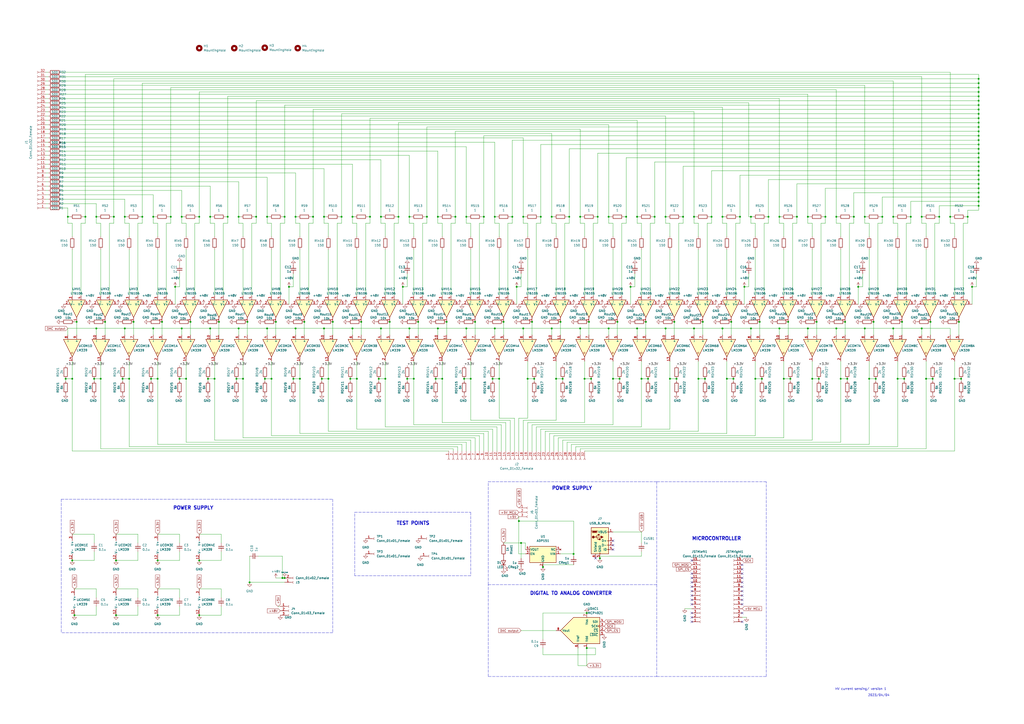
<source format=kicad_sch>
(kicad_sch (version 20211123) (generator eeschema)
  (paper "A2")
  (lib_symbols
    (symbol "Amplifier_Current:LT6106" (pin_names (offset 0.127))
      (property "Reference" "U" (at 1.27 5.08 0))
      (property "Value" "LT6106" (at 0 -5.08 0))
      (symbol "LT6106_1_1"
        (pin open_collector line (at 7.62 0 180) (length 2.54) (name "~") (number "1"))
        (pin power_in line (at -2.54 -7.62 90) (length 3.81) (name "V-") (number "2"))
        (pin input line (at -7.62 -2.54 0) (length 2.54) (name "-") (number "3"))
        (pin input line (at -7.62 2.54 0) (length 2.54) (name "+") (number "4"))
        (pin power_in line (at -2.54 7.62 270) (length 3.81) (name "V+") (number "5"))
      )
    )
    (symbol "Analog_DAC:MCP4921" (pin_names (offset 1.016))
      (property "Reference" "U" (at 6.35 10.795 0))
      (property "Value" "MCP4921" (at 6.35 8.89 0))
      (symbol "MCP4921_1_1"
        (pin power_in line (at 0 10.16 270) (length 2.54) (name "Vdd") (number "1"))
        (pin input line (at -10.16 0 0) (length 2.54) (name "~{CS}") (number "2"))
        (pin input clock (at -10.16 -2.54 0) (length 2.54) (name "SCK") (number "3"))
        (pin input line (at -10.16 -5.08 0) (length 2.54) (name "SDI") (number "4"))
        (pin input line (at -10.16 2.54 0) (length 2.54) (name "~{LDAC}") (number "5"))
        (pin power_in line (at 5.08 10.16 270) (length 2.54) (name "Vref") (number "6"))
        (pin power_in line (at 0 -10.16 90) (length 2.54) (name "Vss") (number "7"))
        (pin output line (at 17.78 0 180) (length 2.54) (name "Vout") (number "8"))
      )
    )
    (symbol "Comparator:LM339" (pin_names (offset 0.127))
      (property "Reference" "U" (at 0 5.08 0))
      (property "Value" "LM339" (at 0 -5.08 0))
      (symbol "LM339_1_1"
        (pin open_collector line (at 7.62 0 180) (length 2.54) (name "~") (number "2"))
        (pin input line (at -7.62 -2.54 0) (length 2.54) (name "-") (number "4"))
        (pin input line (at -7.62 2.54 0) (length 2.54) (name "+") (number "5"))
      )
      (symbol "LM339_2_1"
        (pin open_collector line (at 7.62 0 180) (length 2.54) (name "~") (number "1"))
        (pin input line (at -7.62 -2.54 0) (length 2.54) (name "-") (number "6"))
        (pin input line (at -7.62 2.54 0) (length 2.54) (name "+") (number "7"))
      )
      (symbol "LM339_3_1"
        (pin input line (at -7.62 -2.54 0) (length 2.54) (name "-") (number "10"))
        (pin input line (at -7.62 2.54 0) (length 2.54) (name "+") (number "11"))
        (pin open_collector line (at 7.62 0 180) (length 2.54) (name "~") (number "13"))
      )
      (symbol "LM339_4_1"
        (pin open_collector line (at 7.62 0 180) (length 2.54) (name "~") (number "14"))
        (pin input line (at -7.62 -2.54 0) (length 2.54) (name "-") (number "8"))
        (pin input line (at -7.62 2.54 0) (length 2.54) (name "+") (number "9"))
      )
      (symbol "LM339_5_1"
        (pin power_in line (at -2.54 -7.62 90) (length 3.81) (name "V-") (number "12"))
        (pin power_in line (at -2.54 7.62 270) (length 3.81) (name "V+") (number "3"))
      )
    )
    (symbol "Connector:Conn_01x01_Female" (pin_names (offset 1.016) hide)
      (property "Reference" "J" (at 0 2.54 0))
      (property "Value" "Conn_01x01_Female" (at 0 -2.54 0))
      (symbol "Conn_01x01_Female_1_1"
        (pin passive line (at -5.08 0 0) (length 3.81) (name "Pin_1") (number "1"))
      )
    )
    (symbol "Connector:Conn_01x02_Female" (pin_names (offset 1.016) hide)
      (property "Reference" "J" (at 0 2.54 0))
      (property "Value" "Conn_01x02_Female" (at 0 -5.08 0))
      (symbol "Conn_01x02_Female_1_1"
        (pin passive line (at -5.08 0 0) (length 3.81) (name "Pin_1") (number "1"))
        (pin passive line (at -5.08 -2.54 0) (length 3.81) (name "Pin_2") (number "2"))
      )
    )
    (symbol "Connector:Conn_01x03_Female" (pin_names (offset 1.016) hide)
      (property "Reference" "J" (at 0 5.08 0))
      (property "Value" "Conn_01x03_Female" (at 0 -5.08 0))
      (symbol "Conn_01x03_Female_1_1"
        (pin passive line (at -5.08 2.54 0) (length 3.81) (name "Pin_1") (number "1"))
        (pin passive line (at -5.08 0 0) (length 3.81) (name "Pin_2") (number "2"))
        (pin passive line (at -5.08 -2.54 0) (length 3.81) (name "Pin_3") (number "3"))
      )
    )
    (symbol "Connector:Conn_01x15_Female" (pin_names (offset 1.016) hide)
      (property "Reference" "J" (at 0 20.32 0))
      (property "Value" "Conn_01x15_Female" (at 0 -20.32 0))
      (symbol "Conn_01x15_Female_1_1"
        (pin passive line (at -5.08 17.78 0) (length 3.81) (name "Pin_1") (number "1"))
        (pin passive line (at -5.08 -5.08 0) (length 3.81) (name "Pin_10") (number "10"))
        (pin passive line (at -5.08 -7.62 0) (length 3.81) (name "Pin_11") (number "11"))
        (pin passive line (at -5.08 -10.16 0) (length 3.81) (name "Pin_12") (number "12"))
        (pin passive line (at -5.08 -12.7 0) (length 3.81) (name "Pin_13") (number "13"))
        (pin passive line (at -5.08 -15.24 0) (length 3.81) (name "Pin_14") (number "14"))
        (pin passive line (at -5.08 -17.78 0) (length 3.81) (name "Pin_15") (number "15"))
        (pin passive line (at -5.08 15.24 0) (length 3.81) (name "Pin_2") (number "2"))
        (pin passive line (at -5.08 12.7 0) (length 3.81) (name "Pin_3") (number "3"))
        (pin passive line (at -5.08 10.16 0) (length 3.81) (name "Pin_4") (number "4"))
        (pin passive line (at -5.08 7.62 0) (length 3.81) (name "Pin_5") (number "5"))
        (pin passive line (at -5.08 5.08 0) (length 3.81) (name "Pin_6") (number "6"))
        (pin passive line (at -5.08 2.54 0) (length 3.81) (name "Pin_7") (number "7"))
        (pin passive line (at -5.08 0 0) (length 3.81) (name "Pin_8") (number "8"))
        (pin passive line (at -5.08 -2.54 0) (length 3.81) (name "Pin_9") (number "9"))
      )
    )
    (symbol "Connector:Conn_01x32_Female" (pin_names (offset 1.016) hide)
      (property "Reference" "J" (at 0 40.64 0))
      (property "Value" "Conn_01x32_Female" (at 0 -43.18 0))
      (symbol "Conn_01x32_Female_1_1"
        (pin passive line (at -5.08 38.1 0) (length 3.81) (name "Pin_1") (number "1"))
        (pin passive line (at -5.08 15.24 0) (length 3.81) (name "Pin_10") (number "10"))
        (pin passive line (at -5.08 12.7 0) (length 3.81) (name "Pin_11") (number "11"))
        (pin passive line (at -5.08 10.16 0) (length 3.81) (name "Pin_12") (number "12"))
        (pin passive line (at -5.08 7.62 0) (length 3.81) (name "Pin_13") (number "13"))
        (pin passive line (at -5.08 5.08 0) (length 3.81) (name "Pin_14") (number "14"))
        (pin passive line (at -5.08 2.54 0) (length 3.81) (name "Pin_15") (number "15"))
        (pin passive line (at -5.08 0 0) (length 3.81) (name "Pin_16") (number "16"))
        (pin passive line (at -5.08 -2.54 0) (length 3.81) (name "Pin_17") (number "17"))
        (pin passive line (at -5.08 -5.08 0) (length 3.81) (name "Pin_18") (number "18"))
        (pin passive line (at -5.08 -7.62 0) (length 3.81) (name "Pin_19") (number "19"))
        (pin passive line (at -5.08 35.56 0) (length 3.81) (name "Pin_2") (number "2"))
        (pin passive line (at -5.08 -10.16 0) (length 3.81) (name "Pin_20") (number "20"))
        (pin passive line (at -5.08 -12.7 0) (length 3.81) (name "Pin_21") (number "21"))
        (pin passive line (at -5.08 -15.24 0) (length 3.81) (name "Pin_22") (number "22"))
        (pin passive line (at -5.08 -17.78 0) (length 3.81) (name "Pin_23") (number "23"))
        (pin passive line (at -5.08 -20.32 0) (length 3.81) (name "Pin_24") (number "24"))
        (pin passive line (at -5.08 -22.86 0) (length 3.81) (name "Pin_25") (number "25"))
        (pin passive line (at -5.08 -25.4 0) (length 3.81) (name "Pin_26") (number "26"))
        (pin passive line (at -5.08 -27.94 0) (length 3.81) (name "Pin_27") (number "27"))
        (pin passive line (at -5.08 -30.48 0) (length 3.81) (name "Pin_28") (number "28"))
        (pin passive line (at -5.08 -33.02 0) (length 3.81) (name "Pin_29") (number "29"))
        (pin passive line (at -5.08 33.02 0) (length 3.81) (name "Pin_3") (number "3"))
        (pin passive line (at -5.08 -35.56 0) (length 3.81) (name "Pin_30") (number "30"))
        (pin passive line (at -5.08 -38.1 0) (length 3.81) (name "Pin_31") (number "31"))
        (pin passive line (at -5.08 -40.64 0) (length 3.81) (name "Pin_32") (number "32"))
        (pin passive line (at -5.08 30.48 0) (length 3.81) (name "Pin_4") (number "4"))
        (pin passive line (at -5.08 27.94 0) (length 3.81) (name "Pin_5") (number "5"))
        (pin passive line (at -5.08 25.4 0) (length 3.81) (name "Pin_6") (number "6"))
        (pin passive line (at -5.08 22.86 0) (length 3.81) (name "Pin_7") (number "7"))
        (pin passive line (at -5.08 20.32 0) (length 3.81) (name "Pin_8") (number "8"))
        (pin passive line (at -5.08 17.78 0) (length 3.81) (name "Pin_9") (number "9"))
      )
    )
    (symbol "Connector:USB_B_Micro" (pin_names (offset 1.016))
      (property "Reference" "J" (at -5.08 11.43 0))
      (property "Value" "USB_B_Micro" (at -5.08 8.89 0))
      (symbol "USB_B_Micro_1_1"
        (pin power_out line (at 7.62 5.08 180) (length 2.54) (name "VBUS") (number "1"))
        (pin bidirectional line (at 7.62 -2.54 180) (length 2.54) (name "D-") (number "2"))
        (pin bidirectional line (at 7.62 0 180) (length 2.54) (name "D+") (number "3"))
        (pin passive line (at 7.62 -5.08 180) (length 2.54) (name "ID") (number "4"))
        (pin power_out line (at 0 -10.16 90) (length 2.54) (name "GND") (number "5"))
        (pin passive line (at -2.54 -10.16 90) (length 2.54) (name "Shield") (number "6"))
      )
    )
    (symbol "Device:C_Small" (pin_numbers hide) (pin_names (offset 0.254) hide)
      (property "Reference" "C" (at 0.254 1.778 0))
      (property "Value" "C_Small" (at 0.254 -2.032 0))
      (symbol "C_Small_1_1"
        (pin passive line (at 0 2.54 270) (length 2.032) (name "~") (number "1"))
        (pin passive line (at 0 -2.54 90) (length 2.032) (name "~") (number "2"))
      )
    )
    (symbol "Device:LED" (pin_numbers hide) (pin_names (offset 1.016) hide)
      (property "Reference" "D" (at 0 2.54 0))
      (property "Value" "LED" (at 0 -2.54 0))
      (symbol "LED_1_1"
        (pin passive line (at -3.81 0 0) (length 2.54) (name "K") (number "1"))
        (pin passive line (at 3.81 0 180) (length 2.54) (name "A") (number "2"))
      )
    )
    (symbol "Device:R" (pin_numbers hide) (pin_names (offset 0))
      (property "Reference" "R" (at 2.032 0 90))
      (property "Value" "R" (at 0 0 90))
      (symbol "R_1_1"
        (pin passive line (at 0 3.81 270) (length 1.27) (name "~") (number "1"))
        (pin passive line (at 0 -3.81 90) (length 1.27) (name "~") (number "2"))
      )
    )
    (symbol "Mechanical:MountingHole" (pin_names (offset 1.016))
      (property "Reference" "H" (at 0 5.08 0))
      (property "Value" "MountingHole" (at 0 3.175 0))
    )
    (symbol "Regulator_Linear:LK112M15TR" (pin_names (offset 0.254))
      (property "Reference" "U1" (at 0 10.16 0))
      (property "Value" "ADP151" (at 0 7.62 0))
      (symbol "LK112M15TR_1_1"
        (pin input line (at 10.16 0 180) (length 2.54) (name "VIN") (number "1"))
        (pin power_in line (at 0 -7.62 90) (length 2.54) (name "GND") (number "2"))
        (pin passive line (at -10.16 0 0) (length 2.54) (name "EN") (number "3"))
        (pin no_connect line (at 10.16 2.54 180) (length 2.54) (name "NC") (number "4"))
        (pin power_out line (at -10.16 2.54 0) (length 2.54) (name "VOUT") (number "5"))
      )
    )
    (symbol "power:+48V" (power) (pin_names (offset 0))
      (property "Value" "+48V" (at 0 3.556 0))
      (symbol "+48V_1_1"
        (pin power_in line (at 0 0 90) (length 0) hide (name "+48V") (number "1"))
      )
    )
    (symbol "power:GND" (power) (pin_names (offset 0))
      (property "Value" "GND" (at 0 -3.81 0))
      (symbol "GND_1_1"
        (pin power_in line (at 0 0 270) (length 0) hide (name "GND") (number "1"))
      )
    )
    (symbol "power:PWR_FLAG" (power) (pin_numbers hide) (pin_names (offset 0) hide)
      (property "Value" "PWR_FLAG" (at 0 3.81 0))
      (symbol "PWR_FLAG_0_0"
        (pin power_out line (at 0 0 90) (length 0) (name "pwr") (number "1"))
      )
    )
  )
  (junction (at 204.47 190.5))
  (junction (at 468.63 190.5))
  (junction (at 431.8 166.37))
  (junction (at 154.94 125.73))
  (junction (at 242.57 186.69))
  (junction (at 567.69 48.26))
  (junction (at 524.51 219.71))
  (junction (at 237.49 125.73))
  (junction (at 567.69 60.96))
  (junction (at 358.14 186.69))
  (junction (at 567.69 55.88))
  (junction (at 355.6 219.71))
  (junction (at 49.53 125.73))
  (junction (at 534.67 125.73))
  (junction (at 41.91 325.12))
  (junction (at 275.59 186.69))
  (junction (at 336.55 190.5))
  (junction (at 424.18 186.69))
  (junction (at 347.98 323.85))
  (junction (at 190.5 219.71))
  (junction (at 539.75 186.69))
  (junction (at 457.2 186.69))
  (junction (at 181.61 125.73))
  (junction (at 313.69 125.73))
  (junction (at 285.75 219.71))
  (junction (at 339.09 219.71))
  (junction (at 237.49 190.5))
  (junction (at 485.14 125.73))
  (junction (at 66.04 125.73))
  (junction (at 303.53 125.73))
  (junction (at 88.9 190.5))
  (junction (at 563.88 166.37))
  (junction (at 445.77 125.73))
  (junction (at 336.55 125.73))
  (junction (at 462.28 125.73))
  (junction (at 567.69 73.66))
  (junction (at 567.69 93.98))
  (junction (at 541.02 219.71))
  (junction (at 567.69 53.34))
  (junction (at 346.71 125.73))
  (junction (at 506.73 186.69))
  (junction (at 236.22 219.71))
  (junction (at 369.57 125.73))
  (junction (at 567.69 99.06))
  (junction (at 148.59 125.73))
  (junction (at 523.24 186.69))
  (junction (at 55.88 190.5))
  (junction (at 209.55 186.69))
  (junction (at 204.47 125.73))
  (junction (at 342.9 219.71))
  (junction (at 567.69 63.5))
  (junction (at 478.79 125.73))
  (junction (at 292.1 186.69))
  (junction (at 127 186.69))
  (junction (at 471.17 219.71))
  (junction (at 474.98 219.71))
  (junction (at 138.43 190.5))
  (junction (at 207.01 219.71))
  (junction (at 55.88 125.73))
  (junction (at 567.69 106.68))
  (junction (at 72.39 125.73))
  (junction (at 402.59 190.5))
  (junction (at 458.47 219.71))
  (junction (at 67.31 325.12))
  (junction (at 388.62 219.71))
  (junction (at 379.73 125.73))
  (junction (at 520.7 219.71))
  (junction (at 567.69 66.04))
  (junction (at 160.02 186.69))
  (junction (at 501.65 125.73))
  (junction (at 567.69 111.76))
  (junction (at 91.44 325.12))
  (junction (at 115.57 125.73))
  (junction (at 115.57 325.12))
  (junction (at 163.83 335.28))
  (junction (at 501.65 190.5))
  (junction (at 157.48 219.71))
  (junction (at 231.14 125.73))
  (junction (at 386.08 125.73))
  (junction (at 44.45 186.69))
  (junction (at 309.88 219.71))
  (junction (at 223.52 219.71))
  (junction (at 306.07 219.71))
  (junction (at 273.05 219.71))
  (junction (at 567.69 83.82))
  (junction (at 41.91 219.71))
  (junction (at 386.08 190.5))
  (junction (at 567.69 86.36))
  (junction (at 553.72 219.71))
  (junction (at 93.98 186.69))
  (junction (at 300.99 302.26))
  (junction (at 219.71 219.71))
  (junction (at 567.69 114.3))
  (junction (at 176.53 186.69))
  (junction (at 140.97 219.71))
  (junction (at 359.41 219.71))
  (junction (at 91.44 356.87))
  (junction (at 567.69 109.22))
  (junction (at 473.71 186.69))
  (junction (at 303.53 190.5))
  (junction (at 534.67 190.5))
  (junction (at 115.57 356.87))
  (junction (at 74.93 219.71))
  (junction (at 193.04 186.69))
  (junction (at 374.65 186.69))
  (junction (at 402.59 125.73))
  (junction (at 363.22 125.73))
  (junction (at 353.06 190.5))
  (junction (at 567.69 88.9))
  (junction (at 567.69 119.38))
  (junction (at 551.18 125.73))
  (junction (at 353.06 125.73))
  (junction (at 165.1 125.73))
  (junction (at 495.3 125.73))
  (junction (at 120.65 219.71))
  (junction (at 340.36 355.6))
  (junction (at 408.94 219.71))
  (junction (at 91.44 219.71))
  (junction (at 332.74 321.31))
  (junction (at 171.45 125.73))
  (junction (at 187.96 125.73))
  (junction (at 186.69 219.71))
  (junction (at 557.53 219.71))
  (junction (at 43.18 356.87))
  (junction (at 287.02 190.5))
  (junction (at 452.12 125.73))
  (junction (at 518.16 125.73))
  (junction (at 412.75 125.73))
  (junction (at 72.39 190.5))
  (junction (at 226.06 186.69))
  (junction (at 435.61 190.5))
  (junction (at 511.81 125.73))
  (junction (at 419.1 125.73))
  (junction (at 124.46 219.71))
  (junction (at 567.69 96.52))
  (junction (at 407.67 186.69))
  (junction (at 567.69 45.72))
  (junction (at 144.78 337.82))
  (junction (at 254 190.5))
  (junction (at 452.12 190.5))
  (junction (at 405.13 219.71))
  (junction (at 203.2 219.71))
  (junction (at 567.69 104.14))
  (junction (at 87.63 219.71))
  (junction (at 170.18 219.71))
  (junction (at 567.69 101.6))
  (junction (at 214.63 125.73))
  (junction (at 173.99 219.71))
  (junction (at 567.69 81.28))
  (junction (at 375.92 219.71))
  (junction (at 487.68 219.71))
  (junction (at 143.51 186.69))
  (junction (at 101.6 166.37))
  (junction (at 396.24 125.73))
  (junction (at 154.94 190.5))
  (junction (at 137.16 219.71))
  (junction (at 330.2 125.73))
  (junction (at 270.51 125.73))
  (junction (at 567.69 78.74))
  (junction (at 567.69 91.44))
  (junction (at 504.19 219.71))
  (junction (at 314.96 328.93))
  (junction (at 468.63 125.73))
  (junction (at 561.34 125.73))
  (junction (at 454.66 219.71))
  (junction (at 247.65 125.73))
  (junction (at 132.08 125.73))
  (junction (at 340.36 375.92))
  (junction (at 153.67 219.71))
  (junction (at 425.45 219.71))
  (junction (at 508 219.71))
  (junction (at 259.08 186.69))
  (junction (at 528.32 125.73))
  (junction (at 167.64 166.37))
  (junction (at 341.63 186.69))
  (junction (at 289.56 219.71))
  (junction (at 121.92 125.73))
  (junction (at 287.02 125.73))
  (junction (at 71.12 219.71))
  (junction (at 299.72 166.37))
  (junction (at 491.49 219.71))
  (junction (at 121.92 190.5))
  (junction (at 326.39 219.71))
  (junction (at 138.43 125.73))
  (junction (at 110.49 186.69))
  (junction (at 365.76 166.37))
  (junction (at 392.43 219.71))
  (junction (at 38.1 219.71))
  (junction (at 544.83 125.73))
  (junction (at 567.69 58.42))
  (junction (at 537.21 219.71))
  (junction (at 567.69 50.8))
  (junction (at 187.96 190.5))
  (junction (at 440.69 186.69))
  (junction (at 82.55 125.73))
  (junction (at 372.11 219.71))
  (junction (at 438.15 219.71))
  (junction (at 320.04 190.5))
  (junction (at 269.24 219.71))
  (junction (at 270.51 190.5))
  (junction (at 252.73 219.71))
  (junction (at 556.26 186.69))
  (junction (at 254 125.73))
  (junction (at 419.1 190.5))
  (junction (at 280.67 125.73))
  (junction (at 60.96 186.69))
  (junction (at 105.41 125.73))
  (junction (at 220.98 125.73))
  (junction (at 165.1 335.28))
  (junction (at 77.47 186.69))
  (junction (at 567.69 71.12))
  (junction (at 54.61 219.71))
  (junction (at 264.16 125.73))
  (junction (at 567.69 116.84))
  (junction (at 320.04 125.73))
  (junction (at 497.84 166.37))
  (junction (at 490.22 186.69))
  (junction (at 567.69 76.2))
  (junction (at 297.18 125.73))
  (junction (at 369.57 190.5))
  (junction (at 171.45 190.5))
  (junction (at 220.98 190.5))
  (junction (at 302.26 314.96))
  (junction (at 518.16 190.5))
  (junction (at 441.96 219.71))
  (junction (at 88.9 125.73))
  (junction (at 198.12 125.73))
  (junction (at 435.61 125.73))
  (junction (at 308.61 186.69))
  (junction (at 107.95 219.71))
  (junction (at 39.37 125.73))
  (junction (at 421.64 219.71))
  (junction (at 67.31 356.87))
  (junction (at 240.03 219.71))
  (junction (at 429.26 125.73))
  (junction (at 325.12 186.69))
  (junction (at 105.41 190.5))
  (junction (at 104.14 219.71))
  (junction (at 99.06 125.73))
  (junction (at 58.42 219.71))
  (junction (at 256.54 219.71))
  (junction (at 567.69 68.58))
  (junction (at 322.58 219.71))
  (junction (at 233.68 166.37))
  (junction (at 391.16 186.69))
  (junction (at 485.14 190.5))
  (no_connect (at 430.53 332.74))
  (no_connect (at 430.53 337.82))
  (no_connect (at 401.32 350.52))
  (no_connect (at 401.32 360.68))
  (no_connect (at 355.6 313.69))
  (no_connect (at 401.32 358.14))
  (no_connect (at 401.32 355.6))
  (no_connect (at 430.53 360.68))
  (no_connect (at 430.53 335.28))
  (no_connect (at 355.6 316.23))
  (no_connect (at 401.32 340.36))
  (no_connect (at 401.32 325.12))
  (no_connect (at 401.32 332.74))
  (no_connect (at 430.53 355.6))
  (no_connect (at 345.44 323.85))
  (no_connect (at 401.32 337.82))
  (no_connect (at 430.53 347.98))
  (no_connect (at 430.53 330.2))
  (no_connect (at 355.6 318.77))
  (no_connect (at 430.53 342.9))
  (no_connect (at 401.32 347.98))
  (no_connect (at 401.32 335.28))
  (no_connect (at 430.53 327.66))
  (no_connect (at 430.53 350.52))
  (no_connect (at 401.32 342.9))
  (no_connect (at 401.32 345.44))
  (no_connect (at 430.53 345.44))
  (no_connect (at 430.53 340.36))
  (polyline (pts (xy 381 279.4) (xy 381 339.09)))
  (wire (pts (xy 27.94 44.45) (xy 26.67 44.45)))
  (wire (pts (xy 289.56 144.78) (xy 289.56 171.45)))
  (wire (pts (xy 454.66 219.71) (xy 458.47 219.71)))
  (polyline (pts (xy 193.04 289.56) (xy 193.04 367.03)))
  (wire (pts (xy 336.55 74.93) (xy 336.55 125.73)))
  (wire (pts (xy 240.03 129.54) (xy 240.03 137.16)))
  (wire (pts (xy 26.67 67.31) (xy 27.94 67.31)))
  (wire (pts (xy 91.44 219.71) (xy 91.44 257.81)))
  (wire (pts (xy 26.67 77.47) (xy 27.94 77.47)))
  (wire (pts (xy 128.27 346.71) (xy 128.27 341.63)))
  (wire (pts (xy 49.53 43.18) (xy 49.53 125.73)))
  (wire (pts (xy 520.7 219.71) (xy 520.7 259.08)))
  (wire (pts (xy 556.26 186.69) (xy 556.26 194.31)))
  (wire (pts (xy 273.05 255.27) (xy 273.05 261.62)))
  (wire (pts (xy 525.78 129.54) (xy 525.78 171.45)))
  (wire (pts (xy 209.55 186.69) (xy 209.55 194.31)))
  (wire (pts (xy 165.1 125.73) (xy 165.1 129.54)))
  (wire (pts (xy 173.99 219.71) (xy 173.99 251.46)))
  (wire (pts (xy 289.56 219.71) (xy 289.56 242.57)))
  (wire (pts (xy 140.97 254) (xy 275.59 254)))
  (wire (pts (xy 454.66 129.54) (xy 452.12 129.54)))
  (wire (pts (xy 80.01 341.63) (xy 67.31 341.63)))
  (wire (pts (xy 74.93 219.71) (xy 71.12 219.71)))
  (wire (pts (xy 247.65 125.73) (xy 247.65 129.54)))
  (wire (pts (xy 26.67 97.79) (xy 27.94 97.79)))
  (wire (pts (xy 431.8 166.37) (xy 431.8 176.53)))
  (wire (pts (xy 26.67 95.25) (xy 27.94 95.25)))
  (wire (pts (xy 321.31 252.73) (xy 321.31 261.62)))
  (wire (pts (xy 363.22 91.44) (xy 363.22 125.73)))
  (wire (pts (xy 26.67 80.01) (xy 27.94 80.01)))
  (wire (pts (xy 99.06 50.8) (xy 567.69 50.8)))
  (wire (pts (xy 355.6 219.71) (xy 355.6 246.38)))
  (wire (pts (xy 124.46 255.27) (xy 273.05 255.27)))
  (polyline (pts (xy 381 392.43) (xy 444.5 392.43)))
  (wire (pts (xy 551.18 125.73) (xy 551.18 129.54)))
  (wire (pts (xy 303.53 243.84) (xy 303.53 261.62)))
  (wire (pts (xy 567.69 116.84) (xy 567.69 119.38)))
  (wire (pts (xy 567.69 91.44) (xy 363.22 91.44)))
  (wire (pts (xy 567.69 121.92) (xy 561.34 121.92)))
  (wire (pts (xy 223.52 219.71) (xy 219.71 219.71)))
  (wire (pts (xy 345.44 125.73) (xy 346.71 125.73)))
  (wire (pts (xy 500.38 158.75) (xy 500.38 166.37)))
  (wire (pts (xy 346.71 125.73) (xy 346.71 129.54)))
  (wire (pts (xy 290.83 246.38) (xy 290.83 261.62)))
  (wire (pts (xy 288.29 247.65) (xy 288.29 261.62)))
  (wire (pts (xy 553.72 129.54) (xy 553.72 137.16)))
  (wire (pts (xy 287.02 194.31) (xy 287.02 190.5)))
  (wire (pts (xy 306.07 144.78) (xy 306.07 171.45)))
  (wire (pts (xy 26.67 110.49) (xy 27.94 110.49)))
  (wire (pts (xy 82.55 125.73) (xy 82.55 129.54)))
  (wire (pts (xy 129.54 129.54) (xy 129.54 171.45)))
  (wire (pts (xy 320.04 125.73) (xy 321.31 125.73)))
  (wire (pts (xy 285.75 248.92) (xy 285.75 261.62)))
  (wire (pts (xy 240.03 209.55) (xy 240.03 219.71)))
  (wire (pts (xy 128.27 356.87) (xy 115.57 356.87)))
  (wire (pts (xy 520.7 129.54) (xy 520.7 137.16)))
  (wire (pts (xy 161.29 351.79) (xy 162.56 351.79)))
  (wire (pts (xy 128.27 309.88) (xy 115.57 309.88)))
  (wire (pts (xy 278.13 129.54) (xy 278.13 171.45)))
  (wire (pts (xy 35.56 72.39) (xy 353.06 72.39)))
  (wire (pts (xy 490.22 186.69) (xy 490.22 194.31)))
  (wire (pts (xy 537.21 129.54) (xy 534.67 129.54)))
  (wire (pts (xy 35.56 105.41) (xy 138.43 105.41)))
  (wire (pts (xy 63.5 129.54) (xy 66.04 129.54)))
  (wire (pts (xy 471.17 129.54) (xy 471.17 137.16)))
  (wire (pts (xy 339.09 129.54) (xy 339.09 137.16)))
  (wire (pts (xy 264.16 76.2) (xy 264.16 125.73)))
  (wire (pts (xy 173.99 129.54) (xy 171.45 129.54)))
  (wire (pts (xy 35.56 107.95) (xy 121.92 107.95)))
  (wire (pts (xy 320.04 125.73) (xy 320.04 129.54)))
  (wire (pts (xy 334.01 259.08) (xy 334.01 261.62)))
  (polyline (pts (xy 273.05 297.18) (xy 273.05 334.01)))
  (wire (pts (xy 240.03 246.38) (xy 290.83 246.38)))
  (wire (pts (xy 323.85 254) (xy 323.85 261.62)))
  (wire (pts (xy 454.66 129.54) (xy 454.66 137.16)))
  (wire (pts (xy 160.02 335.28) (xy 163.83 335.28)))
  (wire (pts (xy 180.34 125.73) (xy 181.61 125.73)))
  (wire (pts (xy 107.95 219.71) (xy 107.95 256.54)))
  (wire (pts (xy 452.12 125.73) (xy 453.39 125.73)))
  (wire (pts (xy 377.19 129.54) (xy 379.73 129.54)))
  (wire (pts (xy 328.93 125.73) (xy 330.2 125.73)))
  (wire (pts (xy 130.81 125.73) (xy 132.08 125.73)))
  (wire (pts (xy 313.69 248.92) (xy 313.69 261.62)))
  (wire (pts (xy 247.65 73.66) (xy 567.69 73.66)))
  (wire (pts (xy 96.52 129.54) (xy 96.52 171.45)))
  (wire (pts (xy 96.52 129.54) (xy 99.06 129.54)))
  (wire (pts (xy 245.11 129.54) (xy 247.65 129.54)))
  (wire (pts (xy 58.42 144.78) (xy 58.42 171.45)))
  (wire (pts (xy 26.67 115.57) (xy 27.94 115.57)))
  (wire (pts (xy 292.1 314.96) (xy 302.26 314.96)))
  (wire (pts (xy 567.69 63.5) (xy 567.69 66.04)))
  (wire (pts (xy 372.11 144.78) (xy 372.11 171.45)))
  (wire (pts (xy 256.54 129.54) (xy 254 129.54)))
  (wire (pts (xy 369.57 194.31) (xy 369.57 190.5)))
  (wire (pts (xy 228.6 129.54) (xy 231.14 129.54)))
  (wire (pts (xy 476.25 129.54) (xy 476.25 171.45)))
  (wire (pts (xy 171.45 125.73) (xy 171.45 129.54)))
  (wire (pts (xy 421.64 251.46) (xy 318.77 251.46)))
  (wire (pts (xy 567.69 86.36) (xy 567.69 88.9)))
  (wire (pts (xy 461.01 125.73) (xy 462.28 125.73)))
  (wire (pts (xy 388.62 209.55) (xy 388.62 219.71)))
  (wire (pts (xy 110.49 186.69) (xy 110.49 194.31)))
  (wire (pts (xy 468.63 190.5) (xy 452.12 190.5)))
  (wire (pts (xy 471.17 209.55) (xy 471.17 219.71)))
  (wire (pts (xy 124.46 219.71) (xy 120.65 219.71)))
  (wire (pts (xy 537.21 260.35) (xy 336.55 260.35)))
  (wire (pts (xy 27.94 54.61) (xy 26.67 54.61)))
  (wire (pts (xy 146.05 129.54) (xy 146.05 171.45)))
  (wire (pts (xy 287.02 82.55) (xy 287.02 125.73)))
  (wire (pts (xy 421.64 144.78) (xy 421.64 171.45)))
  (wire (pts (xy 171.45 100.33) (xy 171.45 125.73)))
  (wire (pts (xy 336.55 190.5) (xy 320.04 190.5)))
  (wire (pts (xy 322.58 129.54) (xy 322.58 137.16)))
  (wire (pts (xy 421.64 219.71) (xy 421.64 251.46)))
  (wire (pts (xy 186.69 220.98) (xy 186.69 219.71)))
  (wire (pts (xy 270.51 85.09) (xy 270.51 125.73)))
  (wire (pts (xy 306.07 242.57) (xy 300.99 242.57)))
  (wire (pts (xy 438.15 129.54) (xy 438.15 137.16)))
  (wire (pts (xy 353.06 190.5) (xy 336.55 190.5)))
  (wire (pts (xy 544.83 119.38) (xy 544.83 125.73)))
  (wire (pts (xy 72.39 125.73) (xy 72.39 129.54)))
  (wire (pts (xy 563.88 166.37) (xy 566.42 166.37)))
  (wire (pts (xy 148.59 58.42) (xy 567.69 58.42)))
  (wire (pts (xy 82.55 48.26) (xy 82.55 125.73)))
  (wire (pts (xy 187.96 194.31) (xy 187.96 190.5)))
  (wire (pts (xy 80.01 309.88) (xy 67.31 309.88)))
  (wire (pts (xy 165.1 60.96) (xy 165.1 125.73)))
  (wire (pts (xy 405.13 250.19) (xy 316.23 250.19)))
  (wire (pts (xy 254 190.5) (xy 237.49 190.5)))
  (wire (pts (xy 322.58 219.71) (xy 322.58 243.84)))
  (wire (pts (xy 80.01 320.04) (xy 80.01 325.12)))
  (wire (pts (xy 35.56 77.47) (xy 320.04 77.47)))
  (wire (pts (xy 280.67 125.73) (xy 280.67 129.54)))
  (wire (pts (xy 372.11 129.54) (xy 369.57 129.54)))
  (wire (pts (xy 303.53 194.31) (xy 303.53 190.5)))
  (wire (pts (xy 369.57 125.73) (xy 369.57 129.54)))
  (wire (pts (xy 64.77 125.73) (xy 66.04 125.73)))
  (wire (pts (xy 265.43 259.08) (xy 265.43 261.62)))
  (wire (pts (xy 452.12 125.73) (xy 452.12 57.15)))
  (wire (pts (xy 35.56 113.03) (xy 88.9 113.03)))
  (wire (pts (xy 511.81 114.3) (xy 511.81 125.73)))
  (wire (pts (xy 567.69 55.88) (xy 567.69 58.42)))
  (wire (pts (xy 104.14 220.98) (xy 104.14 219.71)))
  (wire (pts (xy 363.22 125.73) (xy 363.22 129.54)))
  (wire (pts (xy 74.93 129.54) (xy 72.39 129.54)))
  (wire (pts (xy 340.36 375.92) (xy 340.36 386.08)))
  (wire (pts (xy 312.42 125.73) (xy 313.69 125.73)))
  (wire (pts (xy 567.69 96.52) (xy 567.69 99.06)))
  (wire (pts (xy 147.32 125.73) (xy 148.59 125.73)))
  (wire (pts (xy 504.19 209.55) (xy 504.19 219.71)))
  (wire (pts (xy 392.43 220.98) (xy 392.43 219.71)))
  (wire (pts (xy 273.05 243.84) (xy 295.91 243.84)))
  (wire (pts (xy 375.92 220.98) (xy 375.92 219.71)))
  (wire (pts (xy 41.91 209.55) (xy 41.91 219.71)))
  (wire (pts (xy 54.61 320.04) (xy 54.61 325.12)))
  (wire (pts (xy 27.94 62.23) (xy 26.67 62.23)))
  (wire (pts (xy 567.69 50.8) (xy 567.69 53.34)))
  (wire (pts (xy 203.2 220.98) (xy 203.2 219.71)))
  (wire (pts (xy 553.72 144.78) (xy 553.72 171.45)))
  (wire (pts (xy 240.03 129.54) (xy 237.49 129.54)))
  (wire (pts (xy 326.39 255.27) (xy 326.39 261.62)))
  (wire (pts (xy 567.69 48.26) (xy 82.55 48.26)))
  (wire (pts (xy 314.96 355.6) (xy 340.36 355.6)))
  (wire (pts (xy 563.88 166.37) (xy 563.88 176.53)))
  (wire (pts (xy 452.12 194.31) (xy 452.12 190.5)))
  (wire (pts (xy 132.08 125.73) (xy 132.08 129.54)))
  (wire (pts (xy 328.93 256.54) (xy 328.93 261.62)))
  (wire (pts (xy 567.69 43.18) (xy 49.53 43.18)))
  (wire (pts (xy 154.94 102.87) (xy 154.94 125.73)))
  (wire (pts (xy 105.41 125.73) (xy 105.41 129.54)))
  (wire (pts (xy 542.29 129.54) (xy 542.29 171.45)))
  (wire (pts (xy 49.53 125.73) (xy 49.53 129.54)))
  (wire (pts (xy 58.42 260.35) (xy 262.89 260.35)))
  (wire (pts (xy 424.18 186.69) (xy 424.18 194.31)))
  (wire (pts (xy 372.11 320.04) (xy 372.11 322.58)))
  (wire (pts (xy 35.56 95.25) (xy 204.47 95.25)))
  (wire (pts (xy 358.14 186.69) (xy 358.14 194.31)))
  (wire (pts (xy 510.54 125.73) (xy 511.81 125.73)))
  (wire (pts (xy 346.71 125.73) (xy 346.71 88.9)))
  (wire (pts (xy 26.67 92.71) (xy 27.94 92.71)))
  (wire (pts (xy 379.73 125.73) (xy 379.73 129.54)))
  (wire (pts (xy 137.16 220.98) (xy 137.16 219.71)))
  (wire (pts (xy 77.47 186.69) (xy 77.47 194.31)))
  (wire (pts (xy 322.58 209.55) (xy 322.58 219.71)))
  (wire (pts (xy 273.05 219.71) (xy 269.24 219.71)))
  (wire (pts (xy 567.69 53.34) (xy 115.57 53.34)))
  (wire (pts (xy 567.69 106.68) (xy 462.28 106.68)))
  (wire (pts (xy 336.55 194.31) (xy 336.55 190.5)))
  (wire (pts (xy 445.77 104.14) (xy 445.77 125.73)))
  (wire (pts (xy 567.69 76.2) (xy 264.16 76.2)))
  (wire (pts (xy 534.67 125.73) (xy 535.94 125.73)))
  (wire (pts (xy 58.42 219.71) (xy 54.61 219.71)))
  (wire (pts (xy 35.56 97.79) (xy 187.96 97.79)))
  (wire (pts (xy 245.11 129.54) (xy 245.11 171.45)))
  (wire (pts (xy 256.54 245.11) (xy 293.37 245.11)))
  (wire (pts (xy 41.91 261.62) (xy 260.35 261.62)))
  (wire (pts (xy 181.61 125.73) (xy 181.61 63.5)))
  (wire (pts (xy 435.61 125.73) (xy 436.88 125.73)))
  (wire (pts (xy 138.43 105.41) (xy 138.43 125.73)))
  (wire (pts (xy 144.78 337.82) (xy 165.1 337.82)))
  (wire (pts (xy 372.11 209.55) (xy 372.11 219.71)))
  (wire (pts (xy 306.07 129.54) (xy 306.07 137.16)))
  (wire (pts (xy 129.54 129.54) (xy 132.08 129.54)))
  (wire (pts (xy 295.91 243.84) (xy 295.91 261.62)))
  (wire (pts (xy 223.52 209.55) (xy 223.52 219.71)))
  (wire (pts (xy 26.67 105.41) (xy 27.94 105.41)))
  (wire (pts (xy 443.23 129.54) (xy 443.23 171.45)))
  (wire (pts (xy 91.44 129.54) (xy 88.9 129.54)))
  (wire (pts (xy 124.46 219.71) (xy 124.46 255.27)))
  (wire (pts (xy 561.34 125.73) (xy 561.34 129.54)))
  (wire (pts (xy 485.14 52.07) (xy 35.56 52.07)))
  (wire (pts (xy 504.19 129.54) (xy 504.19 137.16)))
  (wire (pts (xy 236.22 158.75) (xy 236.22 166.37)))
  (wire (pts (xy 295.91 125.73) (xy 297.18 125.73)))
  (wire (pts (xy 54.61 314.96) (xy 54.61 309.88)))
  (wire (pts (xy 289.56 219.71) (xy 285.75 219.71)))
  (wire (pts (xy 240.03 219.71) (xy 236.22 219.71)))
  (wire (pts (xy 80.01 129.54) (xy 80.01 171.45)))
  (wire (pts (xy 553.72 219.71) (xy 557.53 219.71)))
  (wire (pts (xy 55.88 356.87) (xy 43.18 356.87)))
  (wire (pts (xy 537.21 129.54) (xy 537.21 137.16)))
  (wire (pts (xy 429.26 125.73) (xy 429.26 129.54)))
  (wire (pts (xy 223.52 129.54) (xy 220.98 129.54)))
  (wire (pts (xy 146.05 129.54) (xy 148.59 129.54)))
  (wire (pts (xy 332.74 321.31) (xy 332.74 302.26)))
  (wire (pts (xy 468.63 125.73) (xy 468.63 54.61)))
  (wire (pts (xy 259.08 186.69) (xy 259.08 194.31)))
  (wire (pts (xy 88.9 194.31) (xy 88.9 190.5)))
  (wire (pts (xy 537.21 219.71) (xy 541.02 219.71)))
  (wire (pts (xy 163.83 335.28) (xy 165.1 335.28)))
  (wire (pts (xy 240.03 219.71) (xy 240.03 246.38)))
  (wire (pts (xy 58.42 209.55) (xy 58.42 219.71)))
  (wire (pts (xy 396.24 96.52) (xy 396.24 125.73)))
  (wire (pts (xy 495.3 125.73) (xy 495.3 129.54)))
  (wire (pts (xy 293.37 245.11) (xy 293.37 261.62)))
  (wire (pts (xy 388.62 144.78) (xy 388.62 171.45)))
  (wire (pts (xy 396.24 125.73) (xy 396.24 129.54)))
  (wire (pts (xy 26.67 74.93) (xy 27.94 74.93)))
  (wire (pts (xy 454.66 209.55) (xy 454.66 219.71)))
  (wire (pts (xy 121.92 194.31) (xy 121.92 190.5)))
  (wire (pts (xy 162.56 129.54) (xy 165.1 129.54)))
  (wire (pts (xy 39.37 125.73) (xy 39.37 129.54)))
  (wire (pts (xy 240.03 144.78) (xy 240.03 171.45)))
  (wire (pts (xy 157.48 209.55) (xy 157.48 219.71)))
  (wire (pts (xy 355.6 129.54) (xy 355.6 137.16)))
  (wire (pts (xy 344.17 129.54) (xy 344.17 171.45)))
  (wire (pts (xy 212.09 129.54) (xy 214.63 129.54)))
  (wire (pts (xy 353.06 125.73) (xy 353.06 129.54)))
  (wire (pts (xy 495.3 111.76) (xy 495.3 125.73)))
  (wire (pts (xy 421.64 129.54) (xy 421.64 137.16)))
  (wire (pts (xy 254 125.73) (xy 255.27 125.73)))
  (wire (pts (xy 35.56 64.77) (xy 402.59 64.77)))
  (wire (pts (xy 275.59 186.69) (xy 275.59 194.31)))
  (polyline (pts (xy 205.74 297.18) (xy 273.05 297.18)))
  (wire (pts (xy 537.21 219.71) (xy 537.21 260.35)))
  (wire (pts (xy 306.07 209.55) (xy 306.07 219.71)))
  (wire (pts (xy 237.49 194.31) (xy 237.49 190.5)))
  (wire (pts (xy 104.14 309.88) (xy 91.44 309.88)))
  (wire (pts (xy 332.74 302.26) (xy 300.99 302.26)))
  (wire (pts (xy 339.09 219.71) (xy 342.9 219.71)))
  (polyline (pts (xy 273.05 334.01) (xy 205.74 334.01)))
  (wire (pts (xy 306.07 245.11) (xy 306.07 261.62)))
  (wire (pts (xy 471.17 219.71) (xy 471.17 255.27)))
  (wire (pts (xy 388.62 248.92) (xy 313.69 248.92)))
  (wire (pts (xy 314.96 327.66) (xy 314.96 328.93)))
  (wire (pts (xy 55.88 351.79) (xy 55.88 356.87)))
  (wire (pts (xy 207.01 144.78) (xy 207.01 171.45)))
  (wire (pts (xy 429.26 101.6) (xy 429.26 125.73)))
  (wire (pts (xy 309.88 220.98) (xy 309.88 219.71)))
  (wire (pts (xy 41.91 129.54) (xy 41.91 137.16)))
  (wire (pts (xy 567.69 83.82) (xy 567.69 86.36)))
  (wire (pts (xy 138.43 125.73) (xy 138.43 129.54)))
  (wire (pts (xy 55.88 125.73) (xy 57.15 125.73)))
  (wire (pts (xy 153.67 220.98) (xy 153.67 219.71)))
  (wire (pts (xy 74.93 144.78) (xy 74.93 171.45)))
  (wire (pts (xy 567.69 76.2) (xy 567.69 78.74)))
  (wire (pts (xy 485.14 125.73) (xy 486.41 125.73)))
  (wire (pts (xy 38.1 220.98) (xy 38.1 219.71)))
  (wire (pts (xy 254 194.31) (xy 254 190.5)))
  (wire (pts (xy 452.12 125.73) (xy 452.12 129.54)))
  (wire (pts (xy 190.5 129.54) (xy 190.5 137.16)))
  (wire (pts (xy 228.6 129.54) (xy 228.6 171.45)))
  (wire (pts (xy 501.65 49.53) (xy 35.56 49.53)))
  (wire (pts (xy 171.45 190.5) (xy 154.94 190.5)))
  (wire (pts (xy 353.06 125.73) (xy 354.33 125.73)))
  (wire (pts (xy 237.49 125.73) (xy 237.49 129.54)))
  (wire (pts (xy 27.94 52.07) (xy 26.67 52.07)))
  (wire (pts (xy 553.72 261.62) (xy 339.09 261.62)))
  (wire (pts (xy 438.15 252.73) (xy 321.31 252.73)))
  (wire (pts (xy 520.7 209.55) (xy 520.7 219.71)))
  (wire (pts (xy 492.76 129.54) (xy 495.3 129.54)))
  (wire (pts (xy 372.11 308.61) (xy 372.11 314.96)))
  (wire (pts (xy 487.68 129.54) (xy 487.68 137.16)))
  (wire (pts (xy 553.72 209.55) (xy 553.72 219.71)))
  (wire (pts (xy 80.01 325.12) (xy 67.31 325.12)))
  (wire (pts (xy 167.64 166.37) (xy 167.64 176.53)))
  (wire (pts (xy 339.09 245.11) (xy 306.07 245.11)))
  (wire (pts (xy 353.06 72.39) (xy 353.06 125.73)))
  (wire (pts (xy 303.53 190.5) (xy 287.02 190.5)))
  (wire (pts (xy 121.92 125.73) (xy 121.92 129.54)))
  (wire (pts (xy 303.53 80.01) (xy 303.53 125.73)))
  (wire (pts (xy 246.38 125.73) (xy 247.65 125.73)))
  (wire (pts (xy 379.73 93.98) (xy 379.73 125.73)))
  (wire (pts (xy 504.19 257.81) (xy 331.47 257.81)))
  (wire (pts (xy 223.52 129.54) (xy 223.52 137.16)))
  (wire (pts (xy 72.39 190.5) (xy 88.9 190.5)))
  (wire (pts (xy 35.56 110.49) (xy 105.41 110.49)))
  (wire (pts (xy 101.6 166.37) (xy 101.6 176.53)))
  (wire (pts (xy 322.58 144.78) (xy 322.58 171.45)))
  (wire (pts (xy 132.08 55.88) (xy 132.08 125.73)))
  (wire (pts (xy 567.69 116.84) (xy 528.32 116.84)))
  (wire (pts (xy 487.68 129.54) (xy 485.14 129.54)))
  (wire (pts (xy 204.47 194.31) (xy 204.47 190.5)))
  (wire (pts (xy 256.54 144.78) (xy 256.54 171.45)))
  (wire (pts (xy 419.1 125.73) (xy 419.1 62.23)))
  (wire (pts (xy 207.01 129.54) (xy 207.01 137.16)))
  (wire (pts (xy 292.1 186.69) (xy 292.1 194.31)))
  (wire (pts (xy 35.56 85.09) (xy 270.51 85.09)))
  (wire (pts (xy 520.7 129.54) (xy 518.16 129.54)))
  (wire (pts (xy 433.07 358.14) (xy 430.53 358.14)))
  (wire (pts (xy 256.54 209.55) (xy 256.54 219.71)))
  (wire (pts (xy 181.61 125.73) (xy 181.61 129.54)))
  (wire (pts (xy 299.72 166.37) (xy 299.72 176.53)))
  (wire (pts (xy 497.84 166.37) (xy 497.84 176.53)))
  (wire (pts (xy 468.63 125.73) (xy 469.9 125.73)))
  (wire (pts (xy 223.52 247.65) (xy 288.29 247.65)))
  (wire (pts (xy 46.99 129.54) (xy 49.53 129.54)))
  (wire (pts (xy 468.63 125.73) (xy 468.63 129.54)))
  (wire (pts (xy 374.65 186.69) (xy 374.65 194.31)))
  (wire (pts (xy 405.13 219.71) (xy 408.94 219.71)))
  (wire (pts (xy 303.53 125.73) (xy 303.53 129.54)))
  (wire (pts (xy 558.8 129.54) (xy 558.8 171.45)))
  (wire (pts (xy 567.69 101.6) (xy 567.69 104.14)))
  (wire (pts (xy 157.48 129.54) (xy 154.94 129.54)))
  (wire (pts (xy 46.99 129.54) (xy 46.99 171.45)))
  (wire (pts (xy 252.73 220.98) (xy 252.73 219.71)))
  (wire (pts (xy 543.56 125.73) (xy 544.83 125.73)))
  (wire (pts (xy 331.47 257.81) (xy 331.47 261.62)))
  (wire (pts (xy 107.95 129.54) (xy 105.41 129.54)))
  (wire (pts (xy 478.79 109.22) (xy 478.79 125.73)))
  (wire (pts (xy 320.04 194.31) (xy 320.04 190.5)))
  (wire (pts (xy 55.88 118.11) (xy 55.88 125.73)))
  (wire (pts (xy 66.04 45.72) (xy 567.69 45.72)))
  (wire (pts (xy 402.59 64.77) (xy 402.59 125.73)))
  (wire (pts (xy 539.75 186.69) (xy 539.75 194.31)))
  (wire (pts (xy 368.3 158.75) (xy 368.3 166.37)))
  (wire (pts (xy 518.16 125.73) (xy 518.16 46.99)))
  (wire (pts (xy 127 186.69) (xy 127 194.31)))
  (wire (pts (xy 318.77 251.46) (xy 318.77 261.62)))
  (wire (pts (xy 66.04 125.73) (xy 66.04 129.54)))
  (wire (pts (xy 485.14 125.73) (xy 485.14 52.07)))
  (wire (pts (xy 247.65 125.73) (xy 247.65 73.66)))
  (wire (pts (xy 195.58 129.54) (xy 195.58 171.45)))
  (wire (pts (xy 138.43 194.31) (xy 138.43 190.5)))
  (wire (pts (xy 567.69 53.34) (xy 567.69 55.88)))
  (wire (pts (xy 237.49 190.5) (xy 220.98 190.5)))
  (wire (pts (xy 91.44 129.54) (xy 91.44 137.16)))
  (wire (pts (xy 405.13 209.55) (xy 405.13 219.71)))
  (wire (pts (xy 279.4 125.73) (xy 280.67 125.73)))
  (wire (pts (xy 567.69 106.68) (xy 567.69 109.22)))
  (wire (pts (xy 66.04 125.73) (xy 66.04 45.72)))
  (wire (pts (xy 567.69 71.12) (xy 231.14 71.12)))
  (wire (pts (xy 303.53 125.73) (xy 304.8 125.73)))
  (wire (pts (xy 567.69 93.98) (xy 567.69 96.52)))
  (wire (pts (xy 41.91 129.54) (xy 39.37 129.54)))
  (wire (pts (xy 80.01 351.79) (xy 80.01 356.87)))
  (wire (pts (xy 444.5 125.73) (xy 445.77 125.73)))
  (wire (pts (xy 369.57 190.5) (xy 353.06 190.5)))
  (wire (pts (xy 306.07 219.71) (xy 306.07 242.57)))
  (wire (pts (xy 41.91 261.62) (xy 41.91 219.71)))
  (wire (pts (xy 220.98 125.73) (xy 220.98 129.54)))
  (wire (pts (xy 327.66 129.54) (xy 330.2 129.54)))
  (wire (pts (xy 81.28 125.73) (xy 82.55 125.73)))
  (wire (pts (xy 397.2235 353.06) (xy 401.32 353.06)))
  (wire (pts (xy 314.96 355.6) (xy 314.96 370.84)))
  (wire (pts (xy 128.27 325.12) (xy 115.57 325.12)))
  (wire (pts (xy 256.54 219.71) (xy 252.73 219.71)))
  (wire (pts (xy 497.84 166.37) (xy 500.38 166.37)))
  (wire (pts (xy 115.57 53.34) (xy 115.57 125.73)))
  (wire (pts (xy 270.51 194.31) (xy 270.51 190.5)))
  (wire (pts (xy 207.01 209.55) (xy 207.01 219.71)))
  (wire (pts (xy 551.18 190.5) (xy 534.67 190.5)))
  (wire (pts (xy 355.6 144.78) (xy 355.6 171.45)))
  (wire (pts (xy 425.45 220.98) (xy 425.45 219.71)))
  (wire (pts (xy 438.15 219.71) (xy 441.96 219.71)))
  (wire (pts (xy 438.15 209.55) (xy 438.15 219.71)))
  (wire (pts (xy 322.58 129.54) (xy 320.04 129.54)))
  (wire (pts (xy 140.97 129.54) (xy 140.97 137.16)))
  (wire (pts (xy 270.51 125.73) (xy 270.51 129.54)))
  (wire (pts (xy 214.63 68.58) (xy 567.69 68.58)))
  (wire (pts (xy 204.47 95.25) (xy 204.47 125.73)))
  (wire (pts (xy 506.73 186.69) (xy 506.73 194.31)))
  (wire (pts (xy 567.69 81.28) (xy 297.18 81.28)))
  (wire (pts (xy 283.21 250.19) (xy 283.21 261.62)))
  (wire (pts (xy 171.45 125.73) (xy 172.72 125.73)))
  (wire (pts (xy 567.69 101.6) (xy 429.26 101.6)))
  (wire (pts (xy 386.08 125.73) (xy 387.35 125.73)))
  (wire (pts (xy 487.68 144.78) (xy 487.68 171.45)))
  (wire (pts (xy 35.56 120.65) (xy 39.37 120.65)))
  (wire (pts (xy 567.69 111.76) (xy 567.69 114.3)))
  (wire (pts (xy 534.67 125.73) (xy 534.67 129.54)))
  (wire (pts (xy 214.63 125.73) (xy 214.63 129.54)))
  (wire (pts (xy 501.65 125.73) (xy 501.65 129.54)))
  (wire (pts (xy 518.16 125.73) (xy 518.16 129.54)))
  (wire (pts (xy 504.19 129.54) (xy 501.65 129.54)))
  (wire (pts (xy 107.95 219.71) (xy 104.14 219.71)))
  (wire (pts (xy 128.27 341.63) (xy 115.57 341.63)))
  (wire (pts (xy 128.27 314.96) (xy 128.27 309.88)))
  (wire (pts (xy 35.56 87.63) (xy 254 87.63)))
  (wire (pts (xy 198.12 125.73) (xy 198.12 129.54)))
  (wire (pts (xy 365.76 166.37) (xy 368.3 166.37)))
  (wire (pts (xy 567.69 45.72) (xy 567.69 48.26)))
  (wire (pts (xy 346.71 88.9) (xy 567.69 88.9)))
  (wire (pts (xy 339.09 129.54) (xy 336.55 129.54)))
  (wire (pts (xy 320.04 77.47) (xy 320.04 125.73)))
  (wire (pts (xy 140.97 144.78) (xy 140.97 171.45)))
  (wire (pts (xy 339.09 219.71) (xy 339.09 245.11)))
  (wire (pts (xy 311.15 129.54) (xy 313.69 129.54)))
  (wire (pts (xy 487.68 256.54) (xy 328.93 256.54)))
  (wire (pts (xy 35.56 80.01) (xy 303.53 80.01)))
  (wire (pts (xy 104.14 325.12) (xy 91.44 325.12)))
  (wire (pts (xy 566.42 158.75) (xy 566.42 166.37)))
  (polyline (pts (xy 283.21 279.4) (xy 381 279.4)))
  (wire (pts (xy 501.65 194.31) (xy 501.65 190.5)))
  (wire (pts (xy 198.12 66.04) (xy 198.12 125.73)))
  (wire (pts (xy 457.2 186.69) (xy 457.2 194.31)))
  (wire (pts (xy 140.97 129.54) (xy 138.43 129.54)))
  (wire (pts (xy 360.68 129.54) (xy 363.22 129.54)))
  (wire (pts (xy 372.11 247.65) (xy 311.15 247.65)))
  (wire (pts (xy 501.65 190.5) (xy 485.14 190.5)))
  (wire (pts (xy 567.69 60.96) (xy 165.1 60.96)))
  (wire (pts (xy 434.34 59.69) (xy 434.34 125.73)))
  (wire (pts (xy 471.17 129.54) (xy 468.63 129.54)))
  (wire (pts (xy 325.12 321.31) (xy 332.74 321.31)))
  (wire (pts (xy 434.34 125.73) (xy 435.61 125.73)))
  (wire (pts (xy 157.48 219.71) (xy 157.48 252.73)))
  (wire (pts (xy 339.09 209.55) (xy 339.09 219.71)))
  (wire (pts (xy 567.69 119.38) (xy 567.69 121.92)))
  (wire (pts (xy 567.69 43.18) (xy 567.69 45.72)))
  (wire (pts (xy 300.99 321.31) (xy 304.8 321.31)))
  (wire (pts (xy 421.64 209.55) (xy 421.64 219.71)))
  (wire (pts (xy 330.2 125.73) (xy 330.2 86.36)))
  (wire (pts (xy 440.69 186.69) (xy 440.69 194.31)))
  (wire (pts (xy 386.08 194.31) (xy 386.08 190.5)))
  (wire (pts (xy 551.18 194.31) (xy 551.18 190.5)))
  (wire (pts (xy 504.19 219.71) (xy 508 219.71)))
  (wire (pts (xy 365.76 166.37) (xy 365.76 176.53)))
  (wire (pts (xy 322.58 243.84) (xy 303.53 243.84)))
  (wire (pts (xy 407.67 186.69) (xy 407.67 194.31)))
  (wire (pts (xy 322.58 365.76) (xy 302.26 365.76)))
  (wire (pts (xy 254 125.73) (xy 254 129.54)))
  (wire (pts (xy 419.1 125.73) (xy 419.1 129.54)))
  (wire (pts (xy 518.16 46.99) (xy 35.56 46.99)))
  (wire (pts (xy 190.5 209.55) (xy 190.5 219.71)))
  (polyline (pts (xy 35.56 289.56) (xy 193.04 289.56)))
  (wire (pts (xy 107.95 129.54) (xy 107.95 137.16)))
  (wire (pts (xy 74.93 209.55) (xy 74.93 219.71)))
  (wire (pts (xy 35.56 82.55) (xy 287.02 82.55)))
  (wire (pts (xy 254 87.63) (xy 254 125.73)))
  (wire (pts (xy 242.57 186.69) (xy 242.57 194.31)))
  (wire (pts (xy 54.61 309.88) (xy 41.91 309.88)))
  (wire (pts (xy 72.39 194.31) (xy 72.39 190.5)))
  (wire (pts (xy 294.64 129.54) (xy 294.64 171.45)))
  (wire (pts (xy 26.67 82.55) (xy 27.94 82.55)))
  (wire (pts (xy 114.3 125.73) (xy 115.57 125.73)))
  (wire (pts (xy 55.88 194.31) (xy 55.88 190.5)))
  (wire (pts (xy 534.67 190.5) (xy 518.16 190.5)))
  (polyline (pts (xy 381 392.43) (xy 283.21 392.43)))
  (wire (pts (xy 441.96 220.98) (xy 441.96 219.71)))
  (wire (pts (xy 262.89 125.73) (xy 264.16 125.73)))
  (wire (pts (xy 504.19 144.78) (xy 504.19 171.45)))
  (wire (pts (xy 190.5 144.78) (xy 190.5 171.45)))
  (wire (pts (xy 471.17 219.71) (xy 474.98 219.71)))
  (wire (pts (xy 26.67 120.65) (xy 27.94 120.65)))
  (wire (pts (xy 273.05 129.54) (xy 270.51 129.54)))
  (wire (pts (xy 26.67 85.09) (xy 27.94 85.09)))
  (wire (pts (xy 176.53 186.69) (xy 176.53 194.31)))
  (wire (pts (xy 220.98 194.31) (xy 220.98 190.5)))
  (wire (pts (xy 27.94 57.15) (xy 26.67 57.15)))
  (wire (pts (xy 435.61 125.73) (xy 435.61 129.54)))
  (wire (pts (xy 35.56 102.87) (xy 154.94 102.87)))
  (wire (pts (xy 154.94 190.5) (xy 138.43 190.5)))
  (wire (pts (xy 26.67 59.69) (xy 27.94 59.69)))
  (wire (pts (xy 60.96 186.69) (xy 60.96 194.31)))
  (wire (pts (xy 332.74 327.66) (xy 314.96 327.66)))
  (wire (pts (xy 342.9 220.98) (xy 342.9 219.71)))
  (wire (pts (xy 104.14 341.63) (xy 91.44 341.63)))
  (wire (pts (xy 173.99 129.54) (xy 173.99 137.16)))
  (wire (pts (xy 99.06 125.73) (xy 99.06 129.54)))
  (wire (pts (xy 511.81 125.73) (xy 511.81 129.54)))
  (wire (pts (xy 54.61 325.12) (xy 41.91 325.12)))
  (wire (pts (xy 91.44 209.55) (xy 91.44 219.71)))
  (wire (pts (xy 299.72 166.37) (xy 302.26 166.37)))
  (wire (pts (xy 154.94 194.31) (xy 154.94 190.5)))
  (wire (pts (xy 525.78 129.54) (xy 528.32 129.54)))
  (wire (pts (xy 567.69 66.04) (xy 198.12 66.04)))
  (wire (pts (xy 233.68 166.37) (xy 236.22 166.37)))
  (wire (pts (xy 462.28 125.73) (xy 462.28 129.54)))
  (wire (pts (xy 26.67 41.91) (xy 27.94 41.91)))
  (wire (pts (xy 26.67 100.33) (xy 27.94 100.33)))
  (wire (pts (xy 170.18 220.98) (xy 170.18 219.71)))
  (wire (pts (xy 355.6 209.55) (xy 355.6 219.71)))
  (wire (pts (xy 313.69 83.82) (xy 567.69 83.82)))
  (wire (pts (xy 567.69 111.76) (xy 495.3 111.76)))
  (wire (pts (xy 388.62 129.54) (xy 386.08 129.54)))
  (wire (pts (xy 393.7 129.54) (xy 393.7 171.45)))
  (wire (pts (xy 485.14 190.5) (xy 468.63 190.5)))
  (wire (pts (xy 44.45 186.69) (xy 44.45 194.31)))
  (wire (pts (xy 173.99 219.71) (xy 170.18 219.71)))
  (wire (pts (xy 325.12 186.69) (xy 325.12 194.31)))
  (wire (pts (xy 55.88 125.73) (xy 55.88 129.54)))
  (wire (pts (xy 410.21 129.54) (xy 410.21 171.45)))
  (wire (pts (xy 541.02 220.98) (xy 541.02 219.71)))
  (wire (pts (xy 104.14 346.71) (xy 104.14 341.63)))
  (wire (pts (xy 438.15 144.78) (xy 438.15 171.45)))
  (wire (pts (xy 473.71 186.69) (xy 473.71 194.31)))
  (wire (pts (xy 454.66 219.71) (xy 454.66 254)))
  (wire (pts (xy 391.16 186.69) (xy 391.16 194.31)))
  (wire (pts (xy 445.77 125.73) (xy 445.77 129.54)))
  (wire (pts (xy 204.47 190.5) (xy 187.96 190.5)))
  (wire (pts (xy 48.26 125.73) (xy 49.53 125.73)))
  (wire (pts (xy 104.14 320.04) (xy 104.14 325.12)))
  (wire (pts (xy 74.93 129.54) (xy 74.93 137.16)))
  (wire (pts (xy 190.5 129.54) (xy 187.96 129.54)))
  (wire (pts (xy 160.02 186.69) (xy 160.02 194.31)))
  (wire (pts (xy 163.83 322.58) (xy 163.83 335.28)))
  (wire (pts (xy 273.05 219.71) (xy 273.05 243.84)))
  (wire (pts (xy 220.98 92.71) (xy 220.98 125.73)))
  (wire (pts (xy 99.06 125.73) (xy 99.06 50.8)))
  (wire (pts (xy 527.05 125.73) (xy 528.32 125.73)))
  (wire (pts (xy 41.91 144.78) (xy 41.91 171.45)))
  (wire (pts (xy 124.46 129.54) (xy 124.46 137.16)))
  (wire (pts (xy 355.6 129.54) (xy 353.06 129.54)))
  (wire (pts (xy 121.92 190.5) (xy 105.41 190.5)))
  (wire (pts (xy 280.67 125.73) (xy 280.67 78.74)))
  (wire (pts (xy 405.13 144.78) (xy 405.13 171.45)))
  (wire (pts (xy 113.03 129.54) (xy 115.57 129.54)))
  (wire (pts (xy 35.56 67.31) (xy 386.08 67.31)))
  (wire (pts (xy 558.8 129.54) (xy 561.34 129.54)))
  (wire (pts (xy 431.8 166.37) (xy 434.34 166.37)))
  (wire (pts (xy 140.97 254) (xy 140.97 219.71)))
  (wire (pts (xy 419.1 190.5) (xy 402.59 190.5)))
  (wire (pts (xy 280.67 251.46) (xy 280.67 261.62)))
  (wire (pts (xy 231.14 71.12) (xy 231.14 125.73)))
  (wire (pts (xy 229.87 125.73) (xy 231.14 125.73)))
  (wire (pts (xy 278.13 129.54) (xy 280.67 129.54)))
  (wire (pts (xy 306.07 129.54) (xy 303.53 129.54)))
  (wire (pts (xy 438.15 219.71) (xy 438.15 252.73)))
  (wire (pts (xy 534.67 44.45) (xy 35.56 44.45)))
  (wire (pts (xy 233.68 166.37) (xy 233.68 176.53)))
  (wire (pts (xy 426.72 129.54) (xy 426.72 171.45)))
  (wire (pts (xy 287.02 125.73) (xy 288.29 125.73)))
  (wire (pts (xy 104.14 166.37) (xy 101.6 166.37)))
  (wire (pts (xy 335.28 375.92) (xy 335.28 386.08)))
  (wire (pts (xy 485.14 125.73) (xy 485.14 129.54)))
  (wire (pts (xy 567.69 68.58) (xy 567.69 71.12)))
  (wire (pts (xy 35.56 115.57) (xy 72.39 115.57)))
  (wire (pts (xy 26.67 107.95) (xy 27.94 107.95)))
  (wire (pts (xy 256.54 129.54) (xy 256.54 137.16)))
  (wire (pts (xy 567.69 109.22) (xy 567.69 111.76)))
  (wire (pts (xy 162.56 129.54) (xy 162.56 171.45)))
  (wire (pts (xy 35.56 90.17) (xy 237.49 90.17)))
  (wire (pts (xy 195.58 129.54) (xy 198.12 129.54)))
  (wire (pts (xy 128.27 320.04) (xy 128.27 325.12)))
  (polyline (pts (xy 444.5 279.4) (xy 381 279.4)))
  (wire (pts (xy 537.21 209.55) (xy 537.21 219.71)))
  (wire (pts (xy 39.37 190.5) (xy 55.88 190.5)))
  (wire (pts (xy 410.21 129.54) (xy 412.75 129.54)))
  (wire (pts (xy 289.56 129.54) (xy 287.02 129.54)))
  (wire (pts (xy 144.78 322.58) (xy 144.78 337.82)))
  (wire (pts (xy 353.06 194.31) (xy 353.06 190.5)))
  (wire (pts (xy 63.5 129.54) (xy 63.5 171.45)))
  (wire (pts (xy 214.63 125.73) (xy 214.63 68.58)))
  (wire (pts (xy 138.43 125.73) (xy 139.7 125.73)))
  (wire (pts (xy 278.13 252.73) (xy 278.13 261.62)))
  (wire (pts (xy 270.51 256.54) (xy 270.51 261.62)))
  (wire (pts (xy 124.46 144.78) (xy 124.46 171.45)))
  (wire (pts (xy 93.98 186.69) (xy 93.98 194.31)))
  (wire (pts (xy 35.56 59.69) (xy 434.34 59.69)))
  (wire (pts (xy 213.36 125.73) (xy 214.63 125.73)))
  (wire (pts (xy 405.13 129.54) (xy 405.13 137.16)))
  (wire (pts (xy 471.17 144.78) (xy 471.17 171.45)))
  (wire (pts (xy 105.41 125.73) (xy 106.68 125.73)))
  (wire (pts (xy 494.03 125.73) (xy 495.3 125.73)))
  (wire (pts (xy 270.51 125.73) (xy 271.78 125.73)))
  (wire (pts (xy 236.22 220.98) (xy 236.22 219.71)))
  (wire (pts (xy 104.14 158.75) (xy 104.14 166.37)))
  (wire (pts (xy 520.7 259.08) (xy 334.01 259.08)))
  (wire (pts (xy 311.15 247.65) (xy 311.15 261.62)))
  (wire (pts (xy 285.75 220.98) (xy 285.75 219.71)))
  (wire (pts (xy 121.92 107.95) (xy 121.92 125.73)))
  (polyline (pts (xy 35.56 289.56) (xy 35.56 367.03)))
  (wire (pts (xy 359.41 220.98) (xy 359.41 219.71)))
  (wire (pts (xy 504.19 219.71) (xy 504.19 257.81)))
  (wire (pts (xy 314.96 379.73) (xy 345.44 379.73)))
  (wire (pts (xy 143.51 186.69) (xy 143.51 194.31)))
  (wire (pts (xy 567.69 99.06) (xy 412.75 99.06)))
  (wire (pts (xy 557.53 220.98) (xy 557.53 219.71)))
  (wire (pts (xy 267.97 257.81) (xy 267.97 261.62)))
  (wire (pts (xy 104.14 314.96) (xy 104.14 309.88)))
  (wire (pts (xy 289.56 129.54) (xy 289.56 137.16)))
  (wire (pts (xy 491.49 220.98) (xy 491.49 219.71)))
  (wire (pts (xy 35.56 41.91) (xy 551.18 41.91)))
  (wire (pts (xy 332.74 322.58) (xy 332.74 321.31)))
  (wire (pts (xy 97.79 125.73) (xy 99.06 125.73)))
  (wire (pts (xy 567.69 114.3) (xy 567.69 116.84)))
  (wire (pts (xy 487.68 219.71) (xy 491.49 219.71)))
  (wire (pts (xy 567.69 114.3) (xy 511.81 114.3)))
  (wire (pts (xy 419.1 125.73) (xy 420.37 125.73)))
  (wire (pts (xy 341.63 186.69) (xy 341.63 194.31)))
  (wire (pts (xy 443.23 129.54) (xy 445.77 129.54)))
  (wire (pts (xy 204.47 125.73) (xy 204.47 129.54)))
  (wire (pts (xy 261.62 129.54) (xy 261.62 171.45)))
  (wire (pts (xy 58.42 219.71) (xy 58.42 260.35)))
  (wire (pts (xy 313.69 125.73) (xy 313.69 83.82)))
  (wire (pts (xy 378.46 125.73) (xy 379.73 125.73)))
  (wire (pts (xy 35.56 92.71) (xy 220.98 92.71)))
  (wire (pts (xy 419.1 194.31) (xy 419.1 190.5)))
  (wire (pts (xy 35.56 74.93) (xy 336.55 74.93)))
  (wire (pts (xy 302.26 314.96) (xy 302.26 323.85)))
  (wire (pts (xy 347.98 322.58) (xy 347.98 323.85)))
  (wire (pts (xy 567.69 109.22) (xy 478.79 109.22)))
  (wire (pts (xy 302.26 314.96) (xy 304.8 314.96)))
  (wire (pts (xy 157.48 129.54) (xy 157.48 137.16)))
  (wire (pts (xy 408.94 220.98) (xy 408.94 219.71)))
  (wire (pts (xy 355.6 246.38) (xy 308.61 246.38)))
  (wire (pts (xy 88.9 125.73) (xy 88.9 129.54)))
  (wire (pts (xy 509.27 129.54) (xy 511.81 129.54)))
  (wire (pts (xy 74.93 259.08) (xy 265.43 259.08)))
  (wire (pts (xy 55.88 341.63) (xy 43.18 341.63)))
  (wire (pts (xy 393.7 129.54) (xy 396.24 129.54)))
  (wire (pts (xy 193.04 186.69) (xy 193.04 194.31)))
  (wire (pts (xy 104.14 351.79) (xy 104.14 356.87)))
  (wire (pts (xy 74.93 219.71) (xy 74.93 259.08)))
  (wire (pts (xy 344.17 129.54) (xy 346.71 129.54)))
  (wire (pts (xy 567.69 81.28) (xy 567.69 83.82)))
  (wire (pts (xy 275.59 254) (xy 275.59 261.62)))
  (wire (pts (xy 121.92 125.73) (xy 123.19 125.73)))
  (wire (pts (xy 421.64 129.54) (xy 419.1 129.54)))
  (wire (pts (xy 462.28 106.68) (xy 462.28 125.73)))
  (wire (pts (xy 220.98 190.5) (xy 204.47 190.5)))
  (wire (pts (xy 124.46 129.54) (xy 121.92 129.54)))
  (wire (pts (xy 173.99 144.78) (xy 173.99 171.45)))
  (wire (pts (xy 273.05 129.54) (xy 273.05 137.16)))
  (wire (pts (xy 553.72 129.54) (xy 551.18 129.54)))
  (wire (pts (xy 394.97 125.73) (xy 396.24 125.73)))
  (wire (pts (xy 269.24 220.98) (xy 269.24 219.71)))
  (wire (pts (xy 487.68 209.55) (xy 487.68 219.71)))
  (wire (pts (xy 314.96 375.92) (xy 314.96 379.73)))
  (wire (pts (xy 26.67 72.39) (xy 27.94 72.39)))
  (wire (pts (xy 187.96 125.73) (xy 189.23 125.73)))
  (wire (pts (xy 179.07 129.54) (xy 179.07 171.45)))
  (wire (pts (xy 492.76 129.54) (xy 492.76 171.45)))
  (wire (pts (xy 140.97 209.55) (xy 140.97 219.71)))
  (wire (pts (xy 551.18 41.91) (xy 551.18 125.73)))
  (wire (pts (xy 330.2 86.36) (xy 567.69 86.36)))
  (wire (pts (xy 567.69 60.96) (xy 567.69 63.5)))
  (wire (pts (xy 438.15 129.54) (xy 435.61 129.54)))
  (wire (pts (xy 91.44 219.71) (xy 87.63 219.71)))
  (wire (pts (xy 179.07 129.54) (xy 181.61 129.54)))
  (wire (pts (xy 452.12 190.5) (xy 435.61 190.5)))
  (wire (pts (xy 220.98 125.73) (xy 222.25 125.73)))
  (wire (pts (xy 27.94 46.99) (xy 26.67 46.99)))
  (wire (pts (xy 388.62 219.71) (xy 392.43 219.71)))
  (wire (pts (xy 41.91 219.71) (xy 38.1 219.71)))
  (wire (pts (xy 308.61 186.69) (xy 308.61 194.31)))
  (wire (pts (xy 287.02 125.73) (xy 287.02 129.54)))
  (wire (pts (xy 148.59 125.73) (xy 148.59 58.42)))
  (wire (pts (xy 412.75 99.06) (xy 412.75 125.73)))
  (wire (pts (xy 313.69 125.73) (xy 313.69 129.54)))
  (wire (pts (xy 187.96 125.73) (xy 187.96 129.54)))
  (wire (pts (xy 273.05 144.78) (xy 273.05 171.45)))
  (wire (pts (xy 567.69 104.14) (xy 567.69 106.68)))
  (wire (pts (xy 372.11 129.54) (xy 372.11 137.16)))
  (wire (pts (xy 26.67 87.63) (xy 27.94 87.63)))
  (wire (pts (xy 171.45 194.31) (xy 171.45 190.5)))
  (wire (pts (xy 157.48 252.73) (xy 278.13 252.73)))
  (polyline (pts (xy 381 339.09) (xy 381 392.43)))
  (wire (pts (xy 154.94 125.73) (xy 156.21 125.73)))
  (wire (pts (xy 80.01 356.87) (xy 67.31 356.87)))
  (wire (pts (xy 411.48 125.73) (xy 412.75 125.73)))
  (wire (pts (xy 402.59 194.31) (xy 402.59 190.5)))
  (wire (pts (xy 187.96 190.5) (xy 171.45 190.5)))
  (wire (pts (xy 80.01 129.54) (xy 82.55 129.54)))
  (wire (pts (xy 567.69 93.98) (xy 379.73 93.98)))
  (wire (pts (xy 567.69 99.06) (xy 567.69 101.6)))
  (wire (pts (xy 345.44 379.73) (xy 345.44 375.92)))
  (wire (pts (xy 476.25 129.54) (xy 478.79 129.54)))
  (wire (pts (xy 219.71 220.98) (xy 219.71 219.71)))
  (wire (pts (xy 372.11 219.71) (xy 372.11 247.65)))
  (wire (pts (xy 207.01 219.71) (xy 207.01 248.92)))
  (wire (pts (xy 207.01 219.71) (xy 203.2 219.71)))
  (wire (pts (xy 388.62 129.54) (xy 388.62 137.16)))
  (wire (pts (xy 207.01 129.54) (xy 204.47 129.54)))
  (wire (pts (xy 26.67 118.11) (xy 27.94 118.11)))
  (wire (pts (xy 326.39 220.98) (xy 326.39 219.71)))
  (wire (pts (xy 120.65 220.98) (xy 120.65 219.71)))
  (wire (pts (xy 405.13 129.54) (xy 402.59 129.54)))
  (wire (pts (xy 207.01 248.92) (xy 285.75 248.92)))
  (wire (pts (xy 55.88 190.5) (xy 72.39 190.5)))
  (wire (pts (xy 71.12 220.98) (xy 71.12 219.71)))
  (wire (pts (xy 157.48 144.78) (xy 157.48 171.45)))
  (wire (pts (xy 104.14 153.67) (xy 104.14 152.4)))
  (wire (pts (xy 435.61 194.31) (xy 435.61 190.5)))
  (wire (pts (xy 181.61 63.5) (xy 567.69 63.5)))
  (wire (pts (xy 518.16 190.5) (xy 501.65 190.5)))
  (wire (pts (xy 294.64 129.54) (xy 297.18 129.54)))
  (wire (pts (xy 196.85 125.73) (xy 198.12 125.73)))
  (wire (pts (xy 372.11 219.71) (xy 375.92 219.71)))
  (wire (pts (xy 320.04 190.5) (xy 303.53 190.5)))
  (wire (pts (xy 157.48 219.71) (xy 153.67 219.71)))
  (wire (pts (xy 173.99 251.46) (xy 280.67 251.46)))
  (wire (pts (xy 297.18 125.73) (xy 297.18 129.54)))
  (wire (pts (xy 107.95 256.54) (xy 270.51 256.54)))
  (wire (pts (xy 544.83 125.73) (xy 544.83 129.54)))
  (wire (pts (xy 471.17 255.27) (xy 326.39 255.27)))
  (wire (pts (xy 345.44 375.92) (xy 340.36 375.92)))
  (wire (pts (xy 567.69 66.04) (xy 567.69 68.58)))
  (wire (pts (xy 537.21 144.78) (xy 537.21 171.45)))
  (wire (pts (xy 43.18 186.69) (xy 44.45 186.69)))
  (wire (pts (xy 212.09 129.54) (xy 212.09 171.45)))
  (wire (pts (xy 137.16 219.71) (xy 140.97 219.71)))
  (wire (pts (xy 264.16 125.73) (xy 264.16 129.54)))
  (wire (pts (xy 567.69 55.88) (xy 132.08 55.88)))
  (wire (pts (xy 330.2 125.73) (xy 330.2 129.54)))
  (wire (pts (xy 561.34 121.92) (xy 561.34 125.73)))
  (wire (pts (xy 567.69 88.9) (xy 567.69 91.44)))
  (wire (pts (xy 454.66 144.78) (xy 454.66 171.45)))
  (wire (pts (xy 560.07 125.73) (xy 561.34 125.73)))
  (wire (pts (xy 237.49 125.73) (xy 238.76 125.73)))
  (wire (pts (xy 435.61 190.5) (xy 419.1 190.5)))
  (wire (pts (xy 308.61 246.38) (xy 308.61 261.62)))
  (wire (pts (xy 26.67 102.87) (xy 27.94 102.87)))
  (wire (pts (xy 402.59 125.73) (xy 403.86 125.73)))
  (wire (pts (xy 458.47 220.98) (xy 458.47 219.71)))
  (wire (pts (xy 80.01 346.71) (xy 80.01 341.63)))
  (wire (pts (xy 402.59 125.73) (xy 402.59 129.54)))
  (wire (pts (xy 298.45 242.57) (xy 298.45 261.62)))
  (wire (pts (xy 226.06 186.69) (xy 226.06 194.31)))
  (wire (pts (xy 567.69 104.14) (xy 445.77 104.14)))
  (wire (pts (xy 377.19 129.54) (xy 377.19 171.45)))
  (wire (pts (xy 105.41 194.31) (xy 105.41 190.5)))
  (wire (pts (xy 26.67 113.03) (xy 27.94 113.03)))
  (wire (pts (xy 124.46 209.55) (xy 124.46 219.71)))
  (wire (pts (xy 58.42 129.54) (xy 58.42 137.16)))
  (wire (pts (xy 231.14 125.73) (xy 231.14 129.54)))
  (wire (pts (xy 302.26 158.75) (xy 302.26 166.37)))
  (wire (pts (xy 262.89 260.35) (xy 262.89 261.62)))
  (wire (pts (xy 478.79 125.73) (xy 478.79 129.54)))
  (wire (pts (xy 336.55 125.73) (xy 336.55 129.54)))
  (wire (pts (xy 91.44 144.78) (xy 91.44 171.45)))
  (wire (pts (xy 58.42 129.54) (xy 55.88 129.54)))
  (wire (pts (xy 187.96 97.79) (xy 187.96 125.73)))
  (wire (pts (xy 173.99 209.55) (xy 173.99 219.71)))
  (wire (pts (xy 567.69 119.38) (xy 544.83 119.38)))
  (wire (pts (xy 280.67 78.74) (xy 567.69 78.74)))
  (polyline (pts (xy 283.21 339.09) (xy 381 339.09)))
  (wire (pts (xy 163.83 125.73) (xy 165.1 125.73)))
  (wire (pts (xy 54.61 220.98) (xy 54.61 219.71)))
  (wire (pts (xy 369.57 69.85) (xy 369.57 125.73)))
  (wire (pts (xy 256.54 219.71) (xy 256.54 245.11)))
  (wire (pts (xy 421.64 219.71) (xy 425.45 219.71)))
  (wire (pts (xy 39.37 125.73) (xy 40.64 125.73)))
  (wire (pts (xy 534.67 125.73) (xy 534.67 44.45)))
  (wire (pts (xy 336.55 125.73) (xy 337.82 125.73)))
  (wire (pts (xy 369.57 125.73) (xy 370.84 125.73)))
  (wire (pts (xy 237.49 90.17) (xy 237.49 125.73)))
  (wire (pts (xy 55.88 346.71) (xy 55.88 341.63)))
  (wire (pts (xy 304.8 314.96) (xy 304.8 318.77)))
  (wire (pts (xy 190.5 219.71) (xy 190.5 250.19)))
  (wire (pts (xy 518.16 125.73) (xy 519.43 125.73)))
  (wire (pts (xy 223.52 144.78) (xy 223.52 171.45)))
  (wire (pts (xy 289.56 242.57) (xy 298.45 242.57)))
  (wire (pts (xy 386.08 125.73) (xy 386.08 129.54)))
  (wire (pts (xy 39.37 190.5) (xy 39.37 194.31)))
  (wire (pts (xy 567.69 48.26) (xy 567.69 50.8)))
  (wire (pts (xy 306.07 219.71) (xy 309.88 219.71)))
  (wire (pts (xy 454.66 254) (xy 323.85 254)))
  (wire (pts (xy 287.02 190.5) (xy 270.51 190.5)))
  (wire (pts (xy 204.47 125.73) (xy 205.74 125.73)))
  (polyline (pts (xy 283.21 392.43) (xy 283.21 339.09)))
  (wire (pts (xy 452.12 57.15) (xy 35.56 57.15)))
  (wire (pts (xy 501.65 125.73) (xy 501.65 49.53)))
  (wire (pts (xy 386.08 67.31) (xy 386.08 125.73)))
  (wire (pts (xy 322.58 219.71) (xy 326.39 219.71)))
  (wire (pts (xy 26.67 64.77) (xy 27.94 64.77)))
  (wire (pts (xy 72.39 125.73) (xy 73.66 125.73)))
  (wire (pts (xy 567.69 58.42) (xy 567.69 60.96)))
  (wire (pts (xy 270.51 190.5) (xy 254 190.5)))
  (wire (pts (xy 427.99 125.73) (xy 429.26 125.73)))
  (wire (pts (xy 105.41 110.49) (xy 105.41 125.73)))
  (wire (pts (xy 104.14 356.87) (xy 91.44 356.87)))
  (wire (pts (xy 509.27 129.54) (xy 509.27 171.45)))
  (wire (pts (xy 459.74 129.54) (xy 462.28 129.54)))
  (wire (pts (xy 115.57 125.73) (xy 115.57 129.54)))
  (wire (pts (xy 426.72 129.54) (xy 429.26 129.54)))
  (wire (pts (xy 327.66 129.54) (xy 327.66 171.45)))
  (wire (pts (xy 528.32 116.84) (xy 528.32 125.73)))
  (wire (pts (xy 91.44 257.81) (xy 267.97 257.81)))
  (wire (pts (xy 372.11 322.58) (xy 347.98 322.58)))
  (wire (pts (xy 105.41 190.5) (xy 88.9 190.5)))
  (wire (pts (xy 518.16 194.31) (xy 518.16 190.5)))
  (wire (pts (xy 485.14 194.31) (xy 485.14 190.5)))
  (wire (pts (xy 35.56 118.11) (xy 55.88 118.11)))
  (wire (pts (xy 27.94 49.53) (xy 26.67 49.53)))
  (wire (pts (xy 88.9 125.73) (xy 90.17 125.73)))
  (wire (pts (xy 289.56 209.55) (xy 289.56 219.71)))
  (polyline (pts (xy 193.04 367.03) (xy 35.56 367.03)))
  (wire (pts (xy 551.18 125.73) (xy 552.45 125.73)))
  (wire (pts (xy 528.32 125.73) (xy 528.32 129.54)))
  (wire (pts (xy 412.75 125.73) (xy 412.75 129.54)))
  (wire (pts (xy 434.34 158.75) (xy 434.34 166.37)))
  (wire (pts (xy 26.67 90.17) (xy 27.94 90.17)))
  (wire (pts (xy 273.05 209.55) (xy 273.05 219.71)))
  (wire (pts (xy 419.1 62.23) (xy 35.56 62.23)))
  (wire (pts (xy 261.62 129.54) (xy 264.16 129.54)))
  (wire (pts (xy 35.56 69.85) (xy 369.57 69.85)))
  (wire (pts (xy 26.67 69.85) (xy 27.94 69.85)))
  (wire (pts (xy 311.15 129.54) (xy 311.15 171.45)))
  (wire (pts (xy 468.63 194.31) (xy 468.63 190.5)))
  (wire (pts (xy 501.65 125.73) (xy 502.92 125.73)))
  (wire (pts (xy 520.7 219.71) (xy 524.51 219.71)))
  (wire (pts (xy 477.52 125.73) (xy 478.79 125.73)))
  (wire (pts (xy 336.55 260.35) (xy 336.55 261.62)))
  (wire (pts (xy 138.43 190.5) (xy 121.92 190.5)))
  (wire (pts (xy 524.51 220.98) (xy 524.51 219.71)))
  (wire (pts (xy 567.69 78.74) (xy 567.69 81.28)))
  (wire (pts (xy 523.24 186.69) (xy 523.24 194.31)))
  (wire (pts (xy 386.08 190.5) (xy 369.57 190.5)))
  (wire (pts (xy 39.37 120.65) (xy 39.37 125.73)))
  (wire (pts (xy 388.62 219.71) (xy 388.62 248.92)))
  (wire (pts (xy 154.94 125.73) (xy 154.94 129.54)))
  (wire (pts (xy 567.69 96.52) (xy 396.24 96.52)))
  (wire (pts (xy 223.52 219.71) (xy 223.52 247.65)))
  (polyline (pts (xy 283.21 339.09) (xy 283.21 279.4)))
  (wire (pts (xy 80.01 314.96) (xy 80.01 309.88)))
  (wire (pts (xy 149.86 322.58) (xy 163.83 322.58)))
  (wire (pts (xy 508 220.98) (xy 508 219.71)))
  (wire (pts (xy 355.6 219.71) (xy 359.41 219.71)))
  (wire (pts (xy 339.09 144.78) (xy 339.09 171.45)))
  (wire (pts (xy 468.63 54.61) (xy 35.56 54.61)))
  (wire (pts (xy 402.59 190.5) (xy 386.08 190.5)))
  (wire (pts (xy 335.28 386.08) (xy 340.36 386.08)))
  (wire (pts (xy 113.03 129.54) (xy 113.03 171.45)))
  (wire (pts (xy 190.5 219.71) (xy 186.69 219.71)))
  (wire (pts (xy 72.39 115.57) (xy 72.39 125.73)))
  (wire (pts (xy 128.27 351.79) (xy 128.27 356.87)))
  (wire (pts (xy 107.95 209.55) (xy 107.95 219.71)))
  (wire (pts (xy 355.6 308.61) (xy 372.11 308.61)))
  (wire (pts (xy 148.59 125.73) (xy 148.59 129.54)))
  (wire (pts (xy 300.99 321.31) (xy 300.99 302.26)))
  (wire (pts (xy 360.68 129.54) (xy 360.68 171.45)))
  (wire (pts (xy 542.29 129.54) (xy 544.83 129.54)))
  (wire (pts (xy 405.13 219.71) (xy 405.13 250.19)))
  (wire (pts (xy 553.72 219.71) (xy 553.72 261.62)))
  (wire (pts (xy 361.95 125.73) (xy 363.22 125.73)))
  (wire (pts (xy 167.64 166.37) (xy 170.18 166.37)))
  (wire (pts (xy 35.56 100.33) (xy 171.45 100.33)))
  (wire (pts (xy 487.68 219.71) (xy 487.68 256.54)))
  (wire (pts (xy 567.69 71.12) (xy 567.69 73.66)))
  (wire (pts (xy 107.95 144.78) (xy 107.95 171.45)))
  (wire (pts (xy 87.63 220.98) (xy 87.63 219.71)))
  (wire (pts (xy 300.99 242.57) (xy 300.99 261.62)))
  (wire (pts (xy 170.18 158.75) (xy 170.18 166.37)))
  (polyline (pts (xy 444.5 392.43) (xy 444.5 279.4)))
  (wire (pts (xy 297.18 81.28) (xy 297.18 125.73)))
  (wire (pts (xy 567.69 73.66) (xy 567.69 76.2)))
  (wire (pts (xy 474.98 220.98) (xy 474.98 219.71)))
  (wire (pts (xy 534.67 194.31) (xy 534.67 190.5)))
  (polyline (pts (xy 205.74 334.01) (xy 205.74 297.18)))
  (wire (pts (xy 88.9 113.03) (xy 88.9 125.73)))
  (wire (pts (xy 316.23 250.19) (xy 316.23 261.62)))
  (wire (pts (xy 459.74 129.54) (xy 459.74 171.45)))
  (wire (pts (xy 520.7 144.78) (xy 520.7 171.45)))
  (wire (pts (xy 190.5 250.19) (xy 283.21 250.19)))
  (wire (pts (xy 300.99 302.26) (xy 300.99 299.72)))
  (wire (pts (xy 567.69 91.44) (xy 567.69 93.98)))
  (text "2023/04/04" (at 503.5005 404.1547 0) (effects (font (size 1.27 1.27)) (justify left bottom)))
  (text "HV current sensing/ version 1" (at 484.4493 400.5157 0) (effects (font (size 1.27 1.27)) (justify left bottom)))
  (text "POWER SUPPLY" (at 320.04 284.48 0) (effects (font (size 2 2) bold) (justify left bottom)))
  (text "DIGITAL TO ANALOG CONVERTER" (at 307.34 345.44 0) (effects (font (size 2 2) bold) (justify left bottom)))
  (text "TEST POINTS" (at 229.87 304.8 0) (effects (font (size 2 2) bold) (justify left bottom)))
  (text "POWER SUPPLY" (at 100.33 295.91 0) (effects (font (size 2 2) bold) (justify left bottom)))
  (text "MICROCONTROLLER" (at 401.32 313.69 0) (effects (font (size 2 2) bold) (justify left bottom)))
  (label "+3.3V" (at 219.71 212.09 0))
  (label "+3.3V" (at 104.14 212.09 0))
  (label "+3.3V" (at 541.02 212.09 0))
  (label "+3.3V" (at 359.41 212.09 0))
  (label "+3.3V" (at 236.22 212.09 0))
  (label "+3.3V" (at 474.98 212.09 0))
  (label "+3.3V" (at 54.61 212.09 0))
  (label "+3.3V" (at 557.53 212.09 0))
  (label "+3.3V" (at 87.63 212.09 0))
  (label "+3.3V" (at 153.67 212.09 0))
  (label "+3.3V" (at 38.1 212.09 0))
  (label "+3.3V" (at 508 212.09 0))
  (label "+3.3V" (at 137.16 212.09 0))
  (label "+3.3V" (at 408.94 212.09 0))
  (label "+3.3V" (at 524.51 212.09 0))
  (label "+3.3V" (at 375.92 212.09 0))
  (label "+3.3V" (at 170.18 212.09 0))
  (label "+3.3V" (at 342.9 212.09 0))
  (label "+3.3V" (at 441.96 212.09 0))
  (label "+3.3V" (at 458.47 212.09 0))
  (label "+3.3V" (at 252.73 212.09 0))
  (label "+3.3V" (at 491.49 212.09 0))
  (label "+3.3V" (at 392.43 212.09 0))
  (label "+3.3V" (at 285.75 212.09 0))
  (label "+3.3V" (at 71.12 212.09 0))
  (label "+3.3V" (at 203.2 212.09 0))
  (label "+3.3V" (at 120.65 212.09 0))
  (label "+3.3V" (at 326.39 212.09 0))
  (label "+3.3V" (at 425.45 212.09 0))
  (label "+3.3V" (at 309.88 212.09 0))
  (label "+3.3V" (at 269.24 212.09 0))
  (label "+3.3V" (at 186.69 212.09 0))
  (global_label "+3.3V" (shape input) (at 292.1 314.96 90) (property "Intersheet References" "${INTERSHEET_REFS}" (effects hide)))
  (global_label "SPI_MOSI" (shape input) (at 350.52 360.68 0) (property "Intersheet References" "${INTERSHEET_REFS}" (effects hide)))
  (global_label "SCK" (shape input) (at 430.53 325.12 0) (property "Intersheet References" "${INTERSHEET_REFS}" (effects hide)))
  (global_label "+3.3V" (shape input) (at 67.31 341.63 90) (property "Intersheet References" "${INTERSHEET_REFS}" (effects hide)))
  (global_label "DAC output" (shape input) (at 39.37 190.5 180) (property "Intersheet References" "${INTERSHEET_REFS}" (effects hide)))
  (global_label "+5V MCU" (shape input) (at 430.53 353.06 0) (property "Intersheet References" "${INTERSHEET_REFS}" (effects hide)))
  (global_label "+5V USB" (shape input) (at 372.11 308.61 90) (property "Intersheet References" "${INTERSHEET_REFS}" (effects hide)))
  (global_label "+5V" (shape input) (at 300.99 299.72 180) (property "Intersheet References" "${INTERSHEET_REFS}" (effects hide)))
  (global_label "+3.3V" (shape input) (at 41.9219 309.88 90) (property "Intersheet References" "${INTERSHEET_REFS}" (effects hide)))
  (global_label "+5V" (shape input) (at 161.29 351.79 90) (property "Intersheet References" "${INTERSHEET_REFS}" (effects hide)))
  (global_label "+5V USB" (shape input) (at 300.99 294.64 90) (property "Intersheet References" "${INTERSHEET_REFS}" (effects hide)))
  (global_label "+3.3V" (shape input) (at 67.31 309.88 90) (property "Intersheet References" "${INTERSHEET_REFS}" (effects hide)))
  (global_label "+5V MCU" (shape input) (at 300.99 297.18 180) (property "Intersheet References" "${INTERSHEET_REFS}" (effects hide)))
  (global_label "SPI_CS" (shape input) (at 401.32 330.2 180) (property "Intersheet References" "${INTERSHEET_REFS}" (effects hide)))
  (global_label "+48V" (shape input) (at 162.56 354.33 180) (property "Intersheet References" "${INTERSHEET_REFS}" (effects hide)))
  (global_label "+3.3V" (shape input) (at 43.18 341.63 90) (property "Intersheet References" "${INTERSHEET_REFS}" (effects hide)))
  (global_label "+3.3V" (shape input) (at 340.36 386.08 0) (property "Intersheet References" "${INTERSHEET_REFS}" (effects hide)))
  (global_label "DAC output" (shape input) (at 302.26 365.76 180) (property "Intersheet References" "${INTERSHEET_REFS}" (effects hide)))
  (global_label "+3.3V" (shape input) (at 115.57 341.63 90) (property "Intersheet References" "${INTERSHEET_REFS}" (effects hide)))
  (global_label "SCK" (shape input) (at 350.52 363.22 0) (property "Intersheet References" "${INTERSHEET_REFS}" (effects hide)))
  (global_label "SPI_MOSI" (shape input) (at 401.32 327.66 180) (property "Intersheet References" "${INTERSHEET_REFS}" (effects hide)))
  (global_label "+3.3V" (shape input) (at 115.57 309.88 90) (property "Intersheet References" "${INTERSHEET_REFS}" (effects hide)))
  (global_label "+3.3V" (shape input) (at 91.44 309.88 90) (property "Intersheet References" "${INTERSHEET_REFS}" (effects hide)))
  (global_label "SPI_CS" (shape input) (at 350.52 365.76 0) (property "Intersheet References" "${INTERSHEET_REFS}" (effects hide)))
  (global_label "+3.3V" (shape input) (at 91.44 341.63 90) (property "Intersheet References" "${INTERSHEET_REFS}" (effects hide)))
  (symbol (lib_id "Device:R") (at 425.45 215.9 0) (mirror x) (unit 1)
    (property "Reference" "RDIV24" (at 429.9773 215.9 90))
    (property "Value" "2k" (at 427.758 215.7225 90))
    (property "Footprint" "Resistor_SMD:R_0603_1608Metric_Pad0.98x0.95mm_HandSolder" (effects hide))
  )
  (symbol (lib_id "power:GND") (at 115.57 325.12 0) (unit 1)
    (property "Reference" "#PWR0117" (effects hide))
    (property "Value" "GND" (at 115.57 330.2 0))
  )
  (symbol (lib_id "power:GND") (at 367.03 176.53 0) (unit 1)
    (property "Reference" "#PWR0205" (effects hide))
    (property "Value" "GND" (at 365.76 180.34 0))
  )
  (symbol (lib_id "power:GND") (at 115.57 356.87 0) (unit 1)
    (property "Reference" "#PWR0107" (effects hide))
    (property "Value" "GND" (at 115.57 361.95 0))
  )
  (symbol (lib_id "Device:R") (at 403.86 186.69 90) (unit 1)
    (property "Reference" "Rout23" (at 403.3234 182.8502 90))
    (property "Value" "10k" (at 403.9043 184.9415 90))
    (property "Footprint" "Resistor_SMD:R_0603_1608Metric_Pad0.98x0.95mm_HandSolder" (effects hide))
  )
  (symbol (lib_id "Connector:Conn_01x01_Female") (at 217.17 321.31 0) (unit 1)
    (property "Reference" "TP3" (at 218.44 320.0399 0) (effects (justify left)))
    (property "Value" "Conn_01x01_Female" (at 218.44 322.5799 0) (effects (justify left)))
    (property "Footprint" "Connector_PinHeader_2.54mm:PinHeader_1x01_P2.54mm_Vertical" (effects hide))
  )
  (symbol (lib_id "power:GND") (at 135.89 176.53 0) (unit 1)
    (property "Reference" "#PWR0142" (effects hide))
    (property "Value" "GND" (at 134.62 180.34 0))
  )
  (symbol (lib_id "Device:R") (at 392.43 224.79 0) (mirror x) (unit 1)
    (property "Reference" "RDEV22" (at 396.9573 224.79 90))
    (property "Value" "1k" (at 394.738 224.6125 90))
    (property "Footprint" "Resistor_SMD:R_0603_1608Metric_Pad0.98x0.95mm_HandSolder" (effects hide))
  )
  (symbol (lib_id "Device:R") (at 354.33 186.69 90) (unit 1)
    (property "Reference" "Rout20" (at 353.7117 182.2692 90))
    (property "Value" "10k" (at 354.525 184.8253 90))
    (property "Footprint" "Resistor_SMD:R_0603_1608Metric_Pad0.98x0.95mm_HandSolder" (effects hide))
  )
  (symbol (lib_id "Device:R") (at 454.66 140.97 0) (mirror x) (unit 1)
    (property "Reference" "Rin26" (at 452.12 139.6999 0) (effects (justify right)))
    (property "Value" "150" (at 452.12 142.2399 0) (effects (justify right)))
    (property "Footprint" "Resistor_SMD:R_0603_1608Metric_Pad0.98x0.95mm_HandSolder" (effects hide))
  )
  (symbol (lib_id "Comparator:LM339") (at 405.13 201.93 270) (unit 2)
    (property "Reference" "UCOM6" (at 408.94 200.66 90) (effects (justify left)))
    (property "Value" "LM339" (at 407.67 203.2 90) (effects (justify left)))
    (property "Footprint" "Package_SO:TSSOP-14_4.4x5mm_P0.65mm" (effects hide))
    (property "Datasheet" "https://www.st.com/resource/en/datasheet/lm139.pdf" (effects hide))
  )
  (symbol (lib_id "Device:R") (at 285.75 215.9 180) (unit 1)
    (property "Reference" "RDIV16" (at 281.2227 215.9 90))
    (property "Value" "2k" (at 283.442 215.7225 90))
    (property "Footprint" "Resistor_SMD:R_0603_1608Metric_Pad0.98x0.95mm_HandSolder" (effects hide))
  )
  (symbol (lib_id "Connector:Conn_01x01_Female") (at 217.17 312.42 0) (unit 1)
    (property "Reference" "TP1" (at 218.44 311.1499 0) (effects (justify left)))
    (property "Value" "Conn_01x01_Female" (at 218.44 313.6899 0) (effects (justify left)))
    (property "Footprint" "Connector_PinHeader_2.54mm:PinHeader_1x01_P2.54mm_Vertical" (effects hide))
  )
  (symbol (lib_id "Device:R") (at 57.15 186.69 90) (unit 1)
    (property "Reference" "Rout2" (at 56.9725 182.4611 90))
    (property "Value" "10k" (at 57.3108 184.6037 90))
    (property "Footprint" "Resistor_SMD:R_0603_1608Metric_Pad0.98x0.95mm_HandSolder" (effects hide))
  )
  (symbol (lib_id "Comparator:LM339") (at 454.66 201.93 270) (unit 3)
    (property "Reference" "UCOM7" (at 458.47 200.66 90) (effects (justify left)))
    (property "Value" "LM339" (at 457.2 203.2 90) (effects (justify left)))
    (property "Footprint" "Package_SO:TSSOP-14_4.4x5mm_P0.65mm" (effects hide))
    (property "Datasheet" "https://www.st.com/resource/en/datasheet/lm139.pdf" (effects hide))
  )
  (symbol (lib_id "power:GND") (at 36.83 176.53 0) (unit 1)
    (property "Reference" "#PWR0151" (effects hide))
    (property "Value" "GND" (at 35.56 180.34 0))
  )
  (symbol (lib_id "Device:R") (at 31.75 100.33 270) (unit 1)
    (property "Reference" "R9" (at 35.56 100.33 90))
    (property "Value" "500" (at 31.7577 100.4322 90))
    (property "Footprint" "Resistor_SMD:R_0603_1608Metric_Pad0.98x0.95mm_HandSolder" (effects hide))
  )
  (symbol (lib_id "power:GND") (at 340.36 355.6 180) (unit 1)
    (property "Reference" "#PWR0105" (effects hide))
    (property "Value" "GND" (at 340.36 350.52 0))
  )
  (symbol (lib_id "Comparator:LM339") (at 471.17 201.93 270) (unit 2)
    (property "Reference" "UCOM7" (at 474.98 200.66 90) (effects (justify left)))
    (property "Value" "LM339" (at 473.71 203.2 90) (effects (justify left)))
    (property "Footprint" "Package_SO:TSSOP-14_4.4x5mm_P0.65mm" (effects hide))
    (property "Datasheet" "https://www.st.com/resource/en/datasheet/lm139.pdf" (effects hide))
  )
  (symbol (lib_id "Comparator:LM339") (at 537.21 201.93 270) (unit 2)
    (property "Reference" "UCOM8" (at 541.02 200.66 90) (effects (justify left)))
    (property "Value" "LM339" (at 539.75 203.2 90) (effects (justify left)))
    (property "Footprint" "Package_SO:TSSOP-14_4.4x5mm_P0.65mm" (effects hide))
    (property "Datasheet" "https://www.st.com/resource/en/datasheet/lm139.pdf" (effects hide))
  )
  (symbol (lib_id "Amplifier_Current:LT6106") (at 242.57 179.07 270) (unit 1)
    (property "Reference" "UHV13" (at 242.57 167.64 90))
    (property "Value" "LT6106" (at 242.57 170.18 90))
    (property "Footprint" "Package_TO_SOT_SMD:SOT-23-5_HandSoldering" (effects hide))
    (property "Datasheet" "https://www.analog.com/media/en/technical-documentation/data-sheets/6106fb.pdf" (effects hide))
  )
  (symbol (lib_id "Device:R") (at 441.96 224.79 0) (mirror x) (unit 1)
    (property "Reference" "RDEV25" (at 446.4873 224.79 90))
    (property "Value" "6k" (at 444.268 224.6125 90))
    (property "Footprint" "Resistor_SMD:R_0603_1608Metric_Pad0.98x0.95mm_HandSolder" (effects hide))
  )
  (symbol (lib_id "power:GND") (at 557.53 228.6 0) (mirror y) (unit 1)
    (property "Reference" "#PWR0257" (effects hide))
    (property "Value" "GND" (at 560.07 232.41 0) (effects (justify left)))
  )
  (symbol (lib_id "power:GND") (at 152.4 176.53 0) (unit 1)
    (property "Reference" "#PWR0164" (effects hide))
    (property "Value" "GND" (at 151.13 180.34 0))
  )
  (symbol (lib_id "power:GND") (at 119.38 176.53 0) (unit 1)
    (property "Reference" "#PWR0147" (effects hide))
    (property "Value" "GND" (at 118.11 180.34 0))
  )
  (symbol (lib_id "Comparator:LM339") (at 487.68 201.93 270) (unit 1)
    (property "Reference" "UCOM7" (at 491.49 200.66 90) (effects (justify left)))
    (property "Value" "LM339" (at 490.22 203.2 90) (effects (justify left)))
    (property "Footprint" "Package_SO:TSSOP-14_4.4x5mm_P0.65mm" (effects hide))
    (property "Datasheet" "https://www.st.com/resource/en/datasheet/lm139.pdf" (effects hide))
  )
  (symbol (lib_id "Device:R") (at 322.58 140.97 0) (mirror x) (unit 1)
    (property "Reference" "Rin18" (at 320.04 139.6999 0) (effects (justify right)))
    (property "Value" "150" (at 320.04 142.2399 0) (effects (justify right)))
    (property "Footprint" "Resistor_SMD:R_0603_1608Metric_Pad0.98x0.95mm_HandSolder" (effects hide))
  )
  (symbol (lib_id "Device:R") (at 74.93 140.97 0) (mirror x) (unit 1)
    (property "Reference" "Rin3" (at 72.39 139.6999 0) (effects (justify right)))
    (property "Value" "150" (at 72.39 142.2399 0) (effects (justify right)))
    (property "Footprint" "Resistor_SMD:R_0603_1608Metric_Pad0.98x0.95mm_HandSolder" (effects hide))
  )
  (symbol (lib_id "power:+48V") (at 151.13 176.53 0) (unit 1)
    (property "Reference" "#PWR0167" (effects hide))
    (property "Value" "+48V" (at 151.13 171.45 0))
  )
  (symbol (lib_id "power:+48V") (at 349.25 176.53 0) (unit 1)
    (property "Reference" "#PWR0210" (effects hide))
    (property "Value" "+48V" (at 349.25 171.45 0))
  )
  (symbol (lib_id "Device:C_Small") (at 128.27 349.25 0) (mirror y) (unit 1)
    (property "Reference" "C8" (at 130.81 347.9862 0) (effects (justify right)))
    (property "Value" "0.1u" (at 130.81 350.5262 0) (effects (justify right)))
    (property "Footprint" "Capacitor_SMD:C_0805_2012Metric_Pad1.18x1.45mm_HandSolder" (effects hide))
  )
  (symbol (lib_id "Device:R") (at 223.52 140.97 0) (mirror x) (unit 1)
    (property "Reference" "Rin12" (at 220.98 139.6999 0) (effects (justify right)))
    (property "Value" "150" (at 220.98 142.2399 0) (effects (justify right)))
    (property "Footprint" "Resistor_SMD:R_0603_1608Metric_Pad0.98x0.95mm_HandSolder" (effects hide))
  )
  (symbol (lib_id "Device:R") (at 186.69 224.79 180) (unit 1)
    (property "Reference" "RDEV10" (at 182.1627 224.79 90))
    (property "Value" "6k" (at 184.382 224.6125 90))
    (property "Footprint" "Resistor_SMD:R_0603_1608Metric_Pad0.98x0.95mm_HandSolder" (effects hide))
  )
  (symbol (lib_id "Device:R") (at 107.95 140.97 0) (mirror x) (unit 1)
    (property "Reference" "Rin5" (at 105.41 139.6999 0) (effects (justify right)))
    (property "Value" "150" (at 105.41 142.2399 0) (effects (justify right)))
    (property "Footprint" "Resistor_SMD:R_0603_1608Metric_Pad0.98x0.95mm_HandSolder" (effects hide))
  )
  (symbol (lib_id "power:GND") (at 524.51 228.6 0) (mirror y) (unit 1)
    (property "Reference" "#PWR0258" (effects hide))
    (property "Value" "GND" (at 527.05 232.41 0) (effects (justify left)))
  )
  (symbol (lib_id "power:GND") (at 441.96 228.6 0) (mirror y) (unit 1)
    (property "Reference" "#PWR0242" (effects hide))
    (property "Value" "GND" (at 444.5 232.41 0) (effects (justify left)))
  )
  (symbol (lib_id "Comparator:LM339") (at 41.91 201.93 270) (unit 4)
    (property "Reference" "UCOM1" (at 49.53 200.66 90))
    (property "Value" "LM339" (at 47.6065 203.1538 90))
    (property "Footprint" "Package_SO:TSSOP-14_4.4x5mm_P0.65mm" (effects hide))
    (property "Datasheet" "https://www.st.com/resource/en/datasheet/lm139.pdf" (effects hide))
  )
  (symbol (lib_id "power:GND") (at 350.52 176.53 0) (unit 1)
    (property "Reference" "#PWR0209" (effects hide))
    (property "Value" "GND" (at 349.25 180.34 0))
  )
  (symbol (lib_id "power:GND") (at 170.18 228.6 0) (unit 1)
    (property "Reference" "#PWR0126" (effects hide))
    (property "Value" "GND" (at 167.64 232.41 0) (effects (justify left)))
  )
  (symbol (lib_id "Device:R") (at 491.49 215.9 0) (mirror x) (unit 1)
    (property "Reference" "RDIV28" (at 496.0173 215.9 90))
    (property "Value" "2k" (at 493.798 215.7225 90))
    (property "Footprint" "Resistor_SMD:R_0603_1608Metric_Pad0.98x0.95mm_HandSolder" (effects hide))
  )
  (symbol (lib_id "Device:R") (at 304.8 186.69 90) (unit 1)
    (property "Reference" "Rout17" (at 304.4486 182.3854 90))
    (property "Value" "10k" (at 304.7971 184.7091 90))
    (property "Footprint" "Resistor_SMD:R_0603_1608Metric_Pad0.98x0.95mm_HandSolder" (effects hide))
  )
  (symbol (lib_id "power:GND") (at 67.31 356.87 0) (unit 1)
    (property "Reference" "#PWR0110" (effects hide))
    (property "Value" "GND" (at 67.31 361.95 0))
  )
  (symbol (lib_id "Device:R") (at 259.08 125.73 270) (unit 1)
    (property "Reference" "RS14" (at 259.08 119.38 90))
    (property "Value" "1" (at 259.08 121.92 90))
    (property "Footprint" "Resistor_SMD:R_0603_1608Metric_Pad0.98x0.95mm_HandSolder" (effects hide))
  )
  (symbol (lib_id "Comparator:LM339") (at 339.09 201.93 270) (unit 2)
    (property "Reference" "UCOM5" (at 342.9 200.66 90) (effects (justify left)))
    (property "Value" "LM339" (at 341.63 203.2 90) (effects (justify left)))
    (property "Footprint" "Package_SO:TSSOP-14_4.4x5mm_P0.65mm" (effects hide))
    (property "Datasheet" "https://www.st.com/resource/en/datasheet/lm139.pdf" (effects hide))
  )
  (symbol (lib_id "power:GND") (at 243.84 322.58 0) (unit 1)
    (property "Reference" "#PWR0106" (effects hide))
    (property "Value" "GND" (at 243.84 327.66 0))
  )
  (symbol (lib_id "Mechanical:MountingHole") (at 115.57 27.94 0) (unit 1)
    (property "Reference" "H1" (at 118.11 26.6699 0) (effects (justify left)))
    (property "Value" "MountingHole" (at 118.11 29.2099 0) (effects (justify left)))
    (property "Footprint" "MountingHole:MountingHole_3.5mm_Pad" (effects hide))
  )
  (symbol (lib_id "power:+48V") (at 200.66 176.53 0) (unit 1)
    (property "Reference" "#PWR0174" (effects hide))
    (property "Value" "+48V" (at 200.66 171.45 0))
  )
  (symbol (lib_id "Device:R") (at 31.75 115.57 270) (unit 1)
    (property "Reference" "R3" (at 35.56 115.57 90))
    (property "Value" "500" (at 31.7577 115.6722 90))
    (property "Footprint" "Resistor_SMD:R_0603_1608Metric_Pad0.98x0.95mm_HandSolder" (effects hide))
  )
  (symbol (lib_id "Device:C_Small") (at 104.14 317.5 0) (mirror y) (unit 1)
    (property "Reference" "C3" (at 106.68 316.2362 0) (effects (justify right)))
    (property "Value" "0.1u" (at 106.68 318.7762 0) (effects (justify right)))
    (property "Footprint" "Capacitor_SMD:C_0805_2012Metric_Pad1.18x1.45mm_HandSolder" (effects hide))
  )
  (symbol (lib_id "power:GND") (at 458.47 228.6 0) (mirror y) (unit 1)
    (property "Reference" "#PWR0243" (effects hide))
    (property "Value" "GND" (at 461.01 232.41 0) (effects (justify left)))
  )
  (symbol (lib_id "Device:R") (at 326.39 224.79 0) (mirror x) (unit 1)
    (property "Reference" "RDEV18" (at 330.9173 224.79 90))
    (property "Value" "6k" (at 328.698 224.6125 90))
    (property "Footprint" "Resistor_SMD:R_0603_1608Metric_Pad0.98x0.95mm_HandSolder" (effects hide))
  )
  (symbol (lib_id "Device:R") (at 139.7 186.69 90) (unit 1)
    (property "Reference" "Rout7" (at 139.2507 182.2853 90))
    (property "Value" "10k" (at 139.7109 184.5861 90))
    (property "Footprint" "Resistor_SMD:R_0603_1608Metric_Pad0.98x0.95mm_HandSolder" (effects hide))
  )
  (symbol (lib_id "Device:R") (at 326.39 215.9 0) (mirror x) (unit 1)
    (property "Reference" "RDIV18" (at 330.9173 215.9 90))
    (property "Value" "2k" (at 328.698 215.7225 90))
    (property "Footprint" "Resistor_SMD:R_0603_1608Metric_Pad0.98x0.95mm_HandSolder" (effects hide))
  )
  (symbol (lib_id "power:GND") (at 300.99 186.69 270) (unit 1)
    (property "Reference" "#PWR0183" (effects hide))
    (property "Value" "GND" (at 297.18 184.15 90) (effects (justify left)))
  )
  (symbol (lib_id "Connector:Conn_01x02_Female") (at 170.18 337.82 0) (mirror x) (unit 1)
    (property "Reference" "J3" (at 171.45 337.8201 0) (effects (justify left)))
    (property "Value" "Conn_01x02_Female" (at 171.45 335.2801 0) (effects (justify left)))
    (property "Footprint" "Connector_PinSocket_2.54mm:PinSocket_1x02_P2.54mm_Vertical" (effects hide))
  )
  (symbol (lib_id "power:GND") (at 35.56 186.69 270) (unit 1)
    (property "Reference" "#PWR0152" (effects hide))
    (property "Value" "GND" (at 31.75 184.15 90) (effects (justify left)))
  )
  (symbol (lib_id "Device:R") (at 222.25 186.69 90) (unit 1)
    (property "Reference" "Rout12" (at 221.8399 182.2692 90))
    (property "Value" "10k" (at 222.4208 184.593 90))
    (property "Footprint" "Resistor_SMD:R_0603_1608Metric_Pad0.98x0.95mm_HandSolder" (effects hide))
  )
  (symbol (lib_id "Device:R") (at 374.65 125.73 270) (unit 1)
    (property "Reference" "RS21" (at 374.65 119.38 90))
    (property "Value" "1" (at 374.65 121.92 90))
    (property "Footprint" "Resistor_SMD:R_0603_1608Metric_Pad0.98x0.95mm_HandSolder" (effects hide))
  )
  (symbol (lib_id "Connector:Conn_01x01_Female") (at 247.65 312.42 0) (unit 1)
    (property "Reference" "TP2" (at 248.92 311.1499 0) (effects (justify left)))
    (property "Value" "Conn_01x01_Female" (at 248.92 313.6899 0) (effects (justify left)))
    (property "Footprint" "Connector_PinHeader_2.54mm:PinHeader_1x01_P2.54mm_Vertical" (effects hide))
  )
  (symbol (lib_id "Device:R") (at 557.53 215.9 0) (mirror x) (unit 1)
    (property "Reference" "RDIV32" (at 562.0573 215.9 90))
    (property "Value" "2k" (at 559.838 215.7225 90))
    (property "Footprint" "Resistor_SMD:R_0603_1608Metric_Pad0.98x0.95mm_HandSolder" (effects hide))
  )
  (symbol (lib_id "power:GND") (at 499.11 186.69 270) (unit 1)
    (property "Reference" "#PWR0240" (effects hide))
    (property "Value" "GND" (at 495.3 184.15 90) (effects (justify left)))
  )
  (symbol (lib_id "power:GND") (at 54.61 228.6 0) (unit 1)
    (property "Reference" "#PWR0118" (effects hide))
    (property "Value" "GND" (at 52.07 232.41 0) (effects (justify left)))
  )
  (symbol (lib_id "power:+48V") (at 299.72 166.37 0) (unit 1)
    (property "Reference" "#PWR0216" (effects hide))
    (property "Value" "+48V" (at 299.72 161.29 0))
  )
  (symbol (lib_id "Device:R") (at 104.14 215.9 180) (unit 1)
    (property "Reference" "RDIV5" (at 99.6127 215.9 90))
    (property "Value" "2k" (at 101.832 215.7225 90))
    (property "Footprint" "Resistor_SMD:R_0603_1608Metric_Pad0.98x0.95mm_HandSolder" (effects hide))
  )
  (symbol (lib_id "Device:C_Small") (at 54.61 317.5 0) (mirror y) (unit 1)
    (property "Reference" "C1" (at 57.15 316.2362 0) (effects (justify right)))
    (property "Value" "0.1u" (at 57.15 318.7762 0) (effects (justify right)))
    (property "Footprint" "Capacitor_SMD:C_0805_2012Metric_Pad1.18x1.45mm_HandSolder" (effects hide))
  )
  (symbol (lib_id "Device:R") (at 556.26 125.73 270) (unit 1)
    (property "Reference" "RS32" (at 556.26 119.38 90))
    (property "Value" "1" (at 556.26 121.92 90))
    (property "Footprint" "Resistor_SMD:R_0603_1608Metric_Pad0.98x0.95mm_HandSolder" (effects hide))
  )
  (symbol (lib_id "Device:R") (at 31.75 92.71 270) (unit 1)
    (property "Reference" "R12" (at 36.3012 92.7102 90))
    (property "Value" "500" (at 31.7577 92.8122 90))
    (property "Footprint" "Resistor_SMD:R_0603_1608Metric_Pad0.98x0.95mm_HandSolder" (effects hide))
  )
  (symbol (lib_id "Device:R") (at 173.99 140.97 0) (mirror x) (unit 1)
    (property "Reference" "Rin9" (at 171.45 139.6999 0) (effects (justify right)))
    (property "Value" "150" (at 171.45 142.2399 0) (effects (justify right)))
    (property "Footprint" "Resistor_SMD:R_0603_1608Metric_Pad0.98x0.95mm_HandSolder" (effects hide))
  )
  (symbol (lib_id "Device:R") (at 487.68 140.97 0) (mirror x) (unit 1)
    (property "Reference" "Rin28" (at 485.14 139.6999 0) (effects (justify right)))
    (property "Value" "150" (at 485.14 142.2399 0) (effects (justify right)))
    (property "Footprint" "Resistor_SMD:R_0603_1608Metric_Pad0.98x0.95mm_HandSolder" (effects hide))
  )
  (symbol (lib_id "power:+48V") (at 217.17 176.53 0) (unit 1)
    (property "Reference" "#PWR0171" (effects hide))
    (property "Value" "+48V" (at 217.17 171.45 0))
  )
  (symbol (lib_id "Device:R") (at 120.65 224.79 180) (unit 1)
    (property "Reference" "RDEV6" (at 116.1227 224.79 90))
    (property "Value" "6k" (at 118.342 224.6125 90))
    (property "Footprint" "Resistor_SMD:R_0603_1608Metric_Pad0.98x0.95mm_HandSolder" (effects hide))
  )
  (symbol (lib_id "power:GND") (at 236.22 153.67 180) (unit 1)
    (property "Reference" "#PWR0194" (effects hide))
    (property "Value" "GND" (at 237.49 149.86 0))
  )
  (symbol (lib_id "Connector:Conn_01x03_Female") (at 306.07 297.18 0) (unit 1)
    (property "Reference" "J6" (at 308.61 297.18 90))
    (property "Value" "Conn_01x03_Female" (at 311.15 297.18 90))
    (property "Footprint" "Connector_PinSocket_2.54mm:PinSocket_1x03_P2.54mm_Vertical" (effects hide))
  )
  (symbol (lib_id "Device:R") (at 236.22 215.9 180) (unit 1)
    (property "Reference" "RDIV13" (at 231.6927 215.9 90))
    (property "Value" "2k" (at 233.912 215.7225 90))
    (property "Footprint" "Resistor_SMD:R_0603_1608Metric_Pad0.98x0.95mm_HandSolder" (effects hide))
  )
  (symbol (lib_id "Comparator:LM339") (at 69.85 317.5 0) (unit 5)
    (property "Reference" "UCOM2" (at 68.58 316.2299 0) (effects (justify left)))
    (property "Value" "LM339" (at 68.58 318.7699 0) (effects (justify left)))
    (property "Footprint" "Package_SO:TSSOP-14_4.4x5mm_P0.65mm" (effects hide))
    (property "Datasheet" "https://www.st.com/resource/en/datasheet/lm139.pdf" (effects hide))
  )
  (symbol (lib_id "Device:R") (at 44.45 125.73 270) (unit 1)
    (property "Reference" "RS1" (at 44.45 119.38 90))
    (property "Value" "1" (at 44.45 121.92 90))
    (property "Footprint" "Resistor_SMD:R_0603_1608Metric_Pad0.98x0.95mm_HandSolder" (effects hide))
  )
  (symbol (lib_id "power:GND") (at 400.05 186.69 270) (unit 1)
    (property "Reference" "#PWR0224" (effects hide))
    (property "Value" "GND" (at 396.24 184.15 90) (effects (justify left)))
  )
  (symbol (lib_id "Device:R") (at 524.51 215.9 0) (mirror x) (unit 1)
    (property "Reference" "RDIV30" (at 529.0373 215.9 90))
    (property "Value" "2k" (at 526.818 215.7225 90))
    (property "Footprint" "Resistor_SMD:R_0603_1608Metric_Pad0.98x0.95mm_HandSolder" (effects hide))
  )
  (symbol (lib_id "Device:R") (at 71.12 215.9 180) (unit 1)
    (property "Reference" "RDIV3" (at 66.5927 215.9 90))
    (property "Value" "2k" (at 68.812 215.7225 90))
    (property "Footprint" "Resistor_SMD:R_0603_1608Metric_Pad0.98x0.95mm_HandSolder" (effects hide))
  )
  (symbol (lib_id "power:+48V") (at 134.62 176.53 0) (unit 1)
    (property "Reference" "#PWR0143" (effects hide))
    (property "Value" "+48V" (at 134.62 171.45 0))
  )
  (symbol (lib_id "Comparator:LM339") (at 173.99 201.93 270) (unit 4)
    (property "Reference" "UCOM3" (at 177.8 200.66 90) (effects (justify left)))
    (property "Value" "LM339" (at 176.53 203.2 90) (effects (justify left)))
    (property "Footprint" "Package_SO:TSSOP-14_4.4x5mm_P0.65mm" (effects hide))
    (property "Datasheet" "https://www.st.com/resource/en/datasheet/lm139.pdf" (effects hide))
  )
  (symbol (lib_id "Device:R") (at 535.94 186.69 90) (unit 1)
    (property "Reference" "Rout31" (at 535.7808 182.5154 90))
    (property "Value" "10k" (at 536.0108 184.7011 90))
    (property "Footprint" "Resistor_SMD:R_0603_1608Metric_Pad0.98x0.95mm_HandSolder" (effects hide))
  )
  (symbol (lib_id "Device:R") (at 31.75 120.65 270) (unit 1)
    (property "Reference" "R1" (at 35.56 120.65 90))
    (property "Value" "500" (at 31.7577 120.7522 90))
    (property "Footprint" "Resistor_SMD:R_0603_1608Metric_Pad0.98x0.95mm_HandSolder" (effects hide))
  )
  (symbol (lib_id "Device:R") (at 355.6 140.97 0) (mirror x) (unit 1)
    (property "Reference" "Rin20" (at 353.06 139.6999 0) (effects (justify right)))
    (property "Value" "150" (at 353.06 142.2399 0) (effects (justify right)))
    (property "Footprint" "Resistor_SMD:R_0603_1608Metric_Pad0.98x0.95mm_HandSolder" (effects hide))
  )
  (symbol (lib_id "power:GND") (at 433.07 186.69 270) (unit 1)
    (property "Reference" "#PWR0241" (effects hide))
    (property "Value" "GND" (at 429.26 184.15 90) (effects (justify left)))
  )
  (symbol (lib_id "Device:R") (at 140.97 140.97 0) (mirror x) (unit 1)
    (property "Reference" "Rin7" (at 138.43 139.6999 0) (effects (justify right)))
    (property "Value" "150" (at 138.43 142.2399 0) (effects (justify right)))
    (property "Footprint" "Resistor_SMD:R_0603_1608Metric_Pad0.98x0.95mm_HandSolder" (effects hide))
  )
  (symbol (lib_id "power:GND") (at 69.85 186.69 270) (unit 1)
    (property "Reference" "#PWR0150" (effects hide))
    (property "Value" "GND" (at 66.04 184.15 90) (effects (justify left)))
  )
  (symbol (lib_id "power:GND") (at 212.09 312.42 0) (unit 1)
    (property "Reference" "#PWR0129" (effects hide))
    (property "Value" "GND" (at 212.09 317.5 0))
  )
  (symbol (lib_id "Device:R") (at 31.75 95.25 270) (unit 1)
    (property "Reference" "R11" (at 36.4494 95.2304 90))
    (property "Value" "500" (at 31.7577 95.3522 90))
    (property "Footprint" "Resistor_SMD:R_0603_1608Metric_Pad0.98x0.95mm_HandSolder" (effects hide))
  )
  (symbol (lib_id "Device:R") (at 110.49 125.73 270) (unit 1)
    (property "Reference" "RS5" (at 110.49 119.38 90))
    (property "Value" "1" (at 110.49 121.92 90))
    (property "Footprint" "Resistor_SMD:R_0603_1608Metric_Pad0.98x0.95mm_HandSolder" (effects hide))
  )
  (symbol (lib_id "power:+48V") (at 464.82 176.53 0) (unit 1)
    (property "Reference" "#PWR0235" (effects hide))
    (property "Value" "+48V" (at 464.82 171.45 0))
  )
  (symbol (lib_id "Device:C_Small") (at 104.14 156.21 180) (unit 1)
    (property "Reference" "C11" (at 99.06 154.94 0) (effects (justify right)))
    (property "Value" "1u" (at 100.33 157.48 0) (effects (justify right)))
    (property "Footprint" "Capacitor_SMD:CP_Elec_4x5.3" (effects hide))
  )
  (symbol (lib_id "power:GND") (at 449.58 176.53 0) (unit 1)
    (property "Reference" "#PWR0230" (effects hide))
    (property "Value" "GND" (at 448.31 180.34 0))
  )
  (symbol (lib_id "power:GND") (at 284.48 176.53 0) (unit 1)
    (property "Reference" "#PWR0189" (effects hide))
    (property "Value" "GND" (at 283.21 180.34 0))
  )
  (symbol (lib_id "power:+48V") (at 382.27 176.53 0) (unit 1)
    (property "Reference" "#PWR0202" (effects hide))
    (property "Value" "+48V" (at 382.27 171.45 0))
  )
  (symbol (lib_id "Device:R") (at 325.12 125.73 270) (unit 1)
    (property "Reference" "RS18" (at 325.12 119.38 90))
    (property "Value" "1" (at 325.12 121.92 90))
    (property "Footprint" "Resistor_SMD:R_0603_1608Metric_Pad0.98x0.95mm_HandSolder" (effects hide))
  )
  (symbol (lib_id "power:GND") (at 53.34 186.69 270) (unit 1)
    (property "Reference" "#PWR0155" (effects hide))
    (property "Value" "GND" (at 49.53 184.15 90) (effects (justify left)))
  )
  (symbol (lib_id "power:GND") (at 162.56 356.87 0) (unit 1)
    (property "Reference" "#PWR0116" (effects hide))
    (property "Value" "GND" (at 165.1 358.1399 0) (effects (justify left)))
  )
  (symbol (lib_id "Amplifier_Current:LT6106") (at 424.18 179.07 270) (unit 1)
    (property "Reference" "UHV24" (at 424.18 167.64 90))
    (property "Value" "LT6106" (at 424.18 170.18 90))
    (property "Footprint" "Package_TO_SOT_SMD:SOT-23-5_HandSoldering" (effects hide))
    (property "Datasheet" "https://www.analog.com/media/en/technical-documentation/data-sheets/6106fb.pdf" (effects hide))
  )
  (symbol (lib_id "Connector:Conn_01x32_Female") (at 298.45 266.7 90) (mirror x) (unit 1)
    (property "Reference" "J2" (at 299.72 269.24 90))
    (property "Value" "Conn_01x32_Female" (at 299.72 271.78 90))
    (property "Footprint" "Connector_PinSocket_2.54mm:PinSocket_1x32_P2.54mm_Vertical" (effects hide))
  )
  (symbol (lib_id "Device:R") (at 124.46 140.97 0) (mirror x) (unit 1)
    (property "Reference" "Rin6" (at 121.92 139.6999 0) (effects (justify right)))
    (property "Value" "150" (at 121.92 142.2399 0) (effects (justify right)))
    (property "Footprint" "Resistor_SMD:R_0603_1608Metric_Pad0.98x0.95mm_HandSolder" (effects hide))
  )
  (symbol (lib_id "Device:R") (at 203.2 215.9 180) (unit 1)
    (property "Reference" "RDIV11" (at 198.6727 215.9 90))
    (property "Value" "2k" (at 200.892 215.7225 90))
    (property "Footprint" "Resistor_SMD:R_0603_1608Metric_Pad0.98x0.95mm_HandSolder" (effects hide))
  )
  (symbol (lib_id "Device:R") (at 358.14 125.73 270) (unit 1)
    (property "Reference" "RS20" (at 358.14 119.38 90))
    (property "Value" "1" (at 358.14 121.92 90))
    (property "Footprint" "Resistor_SMD:R_0603_1608Metric_Pad0.98x0.95mm_HandSolder" (effects hide))
  )
  (symbol (lib_id "Device:R") (at 269.24 215.9 180) (unit 1)
    (property "Reference" "RDIV15" (at 264.7127 215.9 90))
    (property "Value" "2k" (at 266.932 215.7225 90))
    (property "Footprint" "Resistor_SMD:R_0603_1608Metric_Pad0.98x0.95mm_HandSolder" (effects hide))
  )
  (symbol (lib_id "power:GND") (at 104.14 228.6 0) (unit 1)
    (property "Reference" "#PWR0124" (effects hide))
    (property "Value" "GND" (at 101.6 232.41 0) (effects (justify left)))
  )
  (symbol (lib_id "power:GND") (at 186.69 228.6 0) (unit 1)
    (property "Reference" "#PWR0141" (effects hide))
    (property "Value" "GND" (at 184.15 232.41 0) (effects (justify left)))
  )
  (symbol (lib_id "Comparator:LM339") (at 289.56 201.93 270) (unit 1)
    (property "Reference" "UCOM4" (at 293.37 200.66 90) (effects (justify left)))
    (property "Value" "LM339" (at 292.1 203.2 90) (effects (justify left)))
    (property "Footprint" "Package_SO:TSSOP-14_4.4x5mm_P0.65mm" (effects hide))
    (property "Datasheet" "https://www.st.com/resource/en/datasheet/lm139.pdf" (effects hide))
  )
  (symbol (lib_id "Device:R") (at 370.84 186.69 90) (unit 1)
    (property "Reference" "Rout21" (at 370.5588 182.6178 90))
    (property "Value" "10k" (at 370.7911 184.7091 90))
    (property "Footprint" "Resistor_SMD:R_0603_1608Metric_Pad0.98x0.95mm_HandSolder" (effects hide))
  )
  (symbol (lib_id "Device:R") (at 160.02 125.73 270) (unit 1)
    (property "Reference" "RS8" (at 160.02 119.38 90))
    (property "Value" "1" (at 160.02 121.92 90))
    (property "Footprint" "Resistor_SMD:R_0603_1608Metric_Pad0.98x0.95mm_HandSolder" (effects hide))
  )
  (symbol (lib_id "Device:R") (at 77.47 125.73 270) (unit 1)
    (property "Reference" "RS3" (at 77.47 119.38 90))
    (property "Value" "1" (at 77.47 121.92 90))
    (property "Footprint" "Resistor_SMD:R_0603_1608Metric_Pad0.98x0.95mm_HandSolder" (effects hide))
  )
  (symbol (lib_id "Device:R") (at 309.88 224.79 0) (mirror x) (unit 1)
    (property "Reference" "RDEV17" (at 314.4073 224.79 90))
    (property "Value" "6k" (at 312.188 224.6125 90))
    (property "Footprint" "Resistor_SMD:R_0603_1608Metric_Pad0.98x0.95mm_HandSolder" (effects hide))
  )
  (symbol (lib_id "power:GND") (at 541.02 228.6 0) (mirror y) (unit 1)
    (property "Reference" "#PWR0260" (effects hide))
    (property "Value" "GND" (at 543.56 232.41 0) (effects (justify left)))
  )
  (symbol (lib_id "Device:R") (at 236.22 224.79 180) (unit 1)
    (property "Reference" "RDEV13" (at 231.6927 224.79 90))
    (property "Value" "6k" (at 233.912 224.6125 90))
    (property "Footprint" "Resistor_SMD:R_0603_1608Metric_Pad0.98x0.95mm_HandSolder" (effects hide))
  )
  (symbol (lib_id "Device:R") (at 491.49 224.79 0) (mirror x) (unit 1)
    (property "Reference" "RDEV28" (at 496.0173 224.79 90))
    (property "Value" "6k" (at 493.798 224.6125 90))
    (property "Footprint" "Resistor_SMD:R_0603_1608Metric_Pad0.98x0.95mm_HandSolder" (effects hide))
  )
  (symbol (lib_id "Device:R") (at 31.75 118.11 270) (unit 1)
    (property "Reference" "R2" (at 35.56 118.11 90))
    (property "Value" "500" (at 31.7577 118.2122 90))
    (property "Footprint" "Resistor_SMD:R_0603_1608Metric_Pad0.98x0.95mm_HandSolder" (effects hide))
  )
  (symbol (lib_id "power:+48V") (at 332.74 176.53 0) (unit 1)
    (property "Reference" "#PWR0206" (effects hide))
    (property "Value" "+48V" (at 332.74 171.45 0))
  )
  (symbol (lib_id "Device:LED") (at 292.1 326.39 90) (unit 1)
    (property "Reference" "D1" (at 288.29 326.39 90) (effects (justify right)))
    (property "Value" "LED" (at 288.29 328.93 90) (effects (justify right)))
    (property "Footprint" "LED_SMD:LED_1206_3216Metric_Pad1.42x1.75mm_HandSolder" (effects hide))
  )
  (symbol (lib_id "Device:R") (at 469.9 186.69 90) (unit 1)
    (property "Reference" "Rout27" (at 469.666 182.2692 90))
    (property "Value" "10k" (at 470.1307 184.4768 90))
    (property "Footprint" "Resistor_SMD:R_0603_1608Metric_Pad0.98x0.95mm_HandSolder" (effects hide))
  )
  (symbol (lib_id "power:GND") (at 566.42 153.67 180) (unit 1)
    (property "Reference" "#PWR0179" (effects hide))
    (property "Value" "GND" (at 567.69 149.86 0))
  )
  (symbol (lib_id "power:GND") (at 302.26 153.67 180) (unit 1)
    (property "Reference" "#PWR0215" (effects hide))
    (property "Value" "GND" (at 303.53 149.86 0))
  )
  (symbol (lib_id "Device:R") (at 375.92 224.79 0) (mirror x) (unit 1)
    (property "Reference" "RDEV21" (at 380.4473 224.79 90))
    (property "Value" "6k" (at 378.228 224.6125 90))
    (property "Footprint" "Resistor_SMD:R_0603_1608Metric_Pad0.98x0.95mm_HandSolder" (effects hide))
  )
  (symbol (lib_id "Device:R") (at 273.05 140.97 0) (mirror x) (unit 1)
    (property "Reference" "Rin15" (at 270.51 139.6999 0) (effects (justify right)))
    (property "Value" "150" (at 270.51 142.2399 0) (effects (justify right)))
    (property "Footprint" "Resistor_SMD:R_0603_1608Metric_Pad0.98x0.95mm_HandSolder" (effects hide))
  )
  (symbol (lib_id "power:GND") (at 119.38 186.69 270) (unit 1)
    (property "Reference" "#PWR0146" (effects hide))
    (property "Value" "GND" (at 115.57 184.15 90) (effects (justify left)))
  )
  (symbol (lib_id "Device:R") (at 252.73 215.9 180) (unit 1)
    (property "Reference" "RDIV14" (at 248.2027 215.9 90))
    (property "Value" "2k" (at 250.422 215.7225 90))
    (property "Footprint" "Resistor_SMD:R_0603_1608Metric_Pad0.98x0.95mm_HandSolder" (effects hide))
  )
  (symbol (lib_id "Device:R") (at 271.78 186.69 90) (unit 1)
    (property "Reference" "Rout15" (at 271.5677 182.3854 90))
    (property "Value" "10k" (at 271.9163 184.7091 90))
    (property "Footprint" "Resistor_SMD:R_0603_1608Metric_Pad0.98x0.95mm_HandSolder" (effects hide))
  )
  (symbol (lib_id "Amplifier_Current:LT6106") (at 374.65 179.07 270) (unit 1)
    (property "Reference" "UHV21" (at 374.65 167.64 90))
    (property "Value" "LT6106" (at 374.65 170.18 90))
    (property "Footprint" "Package_TO_SOT_SMD:SOT-23-5_HandSoldering" (effects hide))
    (property "Datasheet" "https://www.analog.com/media/en/technical-documentation/data-sheets/6106fb.pdf" (effects hide))
  )
  (symbol (lib_id "power:+48V") (at 184.15 176.53 0) (unit 1)
    (property "Reference" "#PWR0175" (effects hide))
    (property "Value" "+48V" (at 184.15 171.45 0))
  )
  (symbol (lib_id "power:GND") (at 482.6 176.53 0) (unit 1)
    (property "Reference" "#PWR0233" (effects hide))
    (property "Value" "GND" (at 481.33 180.34 0))
  )
  (symbol (lib_id "power:+48V") (at 52.07 176.53 0) (unit 1)
    (property "Reference" "#PWR0154" (effects hide))
    (property "Value" "+48V" (at 52.07 171.45 0))
  )
  (symbol (lib_id "power:GND") (at 269.24 228.6 0) (unit 1)
    (property "Reference" "#PWR0188" (effects hide))
    (property "Value" "GND" (at 266.7 232.41 0) (effects (justify left)))
  )
  (symbol (lib_id "Device:R") (at 39.37 186.69 90) (unit 1)
    (property "Reference" "Rout1" (at 39.37 182.1627 90))
    (property "Value" "10k" (at 39.5475 184.382 90))
    (property "Footprint" "Resistor_SMD:R_0603_1608Metric_Pad0.98x0.95mm_HandSolder" (effects hide))
  )
  (symbol (lib_id "power:PWR_FLAG") (at 165.1 335.28 0) (unit 1)
    (property "Reference" "#FLG0103" (effects hide))
    (property "Value" "PWR_FLAG" (at 165.0718 332.074 0) (effects (font (size 0.5 0.5))))
  )
  (symbol (lib_id "Device:C_Small") (at 368.3 156.21 180) (unit 1)
    (property "Reference" "C15" (at 363.22 154.94 0) (effects (justify right)))
    (property "Value" "1u" (at 364.49 157.48 0) (effects (justify right)))
    (property "Footprint" "Capacitor_SMD:CP_Elec_4x5.3" (effects hide))
  )
  (symbol (lib_id "Amplifier_Current:LT6106") (at 358.14 179.07 270) (unit 1)
    (property "Reference" "UHV20" (at 358.14 167.64 90))
    (property "Value" "LT6106" (at 358.14 170.18 90))
    (property "Footprint" "Package_TO_SOT_SMD:SOT-23-5_HandSoldering" (effects hide))
    (property "Datasheet" "https://www.analog.com/media/en/technical-documentation/data-sheets/6106fb.pdf" (effects hide))
  )
  (symbol (lib_id "power:GND") (at 41.91 325.12 0) (unit 1)
    (property "Reference" "#PWR0127" (effects hide))
    (property "Value" "GND" (at 41.91 330.2 0))
  )
  (symbol (lib_id "Device:R") (at 275.59 125.73 270) (unit 1)
    (property "Reference" "RS15" (at 275.59 119.38 90))
    (property "Value" "1" (at 275.59 121.92 90))
    (property "Footprint" "Resistor_SMD:R_0603_1608Metric_Pad0.98x0.95mm_HandSolder" (effects hide))
  )
  (symbol (lib_id "Device:R") (at 87.63 215.9 180) (unit 1)
    (property "Reference" "RDIV4" (at 83.1027 215.9 90))
    (property "Value" "2k" (at 85.322 215.7225 90))
    (property "Footprint" "Resistor_SMD:R_0603_1608Metric_Pad0.98x0.95mm_HandSolder" (effects hide))
  )
  (symbol (lib_id "power:GND") (at 218.44 176.53 0) (unit 1)
    (property "Reference" "#PWR0170" (effects hide))
    (property "Value" "GND" (at 217.17 180.34 0))
  )
  (symbol (lib_id "power:GND") (at 53.34 176.53 0) (unit 1)
    (property "Reference" "#PWR0153" (effects hide))
    (property "Value" "GND" (at 52.07 180.34 0))
  )
  (symbol (lib_id "Device:R") (at 157.48 140.97 0) (mirror x) (unit 1)
    (property "Reference" "Rin8" (at 154.94 139.6999 0) (effects (justify right)))
    (property "Value" "150" (at 154.94 142.2399 0) (effects (justify right)))
    (property "Footprint" "Resistor_SMD:R_0603_1608Metric_Pad0.98x0.95mm_HandSolder" (effects hide))
  )
  (symbol (lib_id "power:GND") (at 168.91 176.53 0) (unit 1)
    (property "Reference" "#PWR0166" (effects hide))
    (property "Value" "GND" (at 167.64 180.34 0))
  )
  (symbol (lib_id "Device:R") (at 292.1 125.73 270) (unit 1)
    (property "Reference" "RS16" (at 292.1 119.38 90))
    (property "Value" "1" (at 292.1 121.92 90))
    (property "Footprint" "Resistor_SMD:R_0603_1608Metric_Pad0.98x0.95mm_HandSolder" (effects hide))
  )
  (symbol (lib_id "Comparator:LM339") (at 44.45 317.5 0) (unit 5)
    (property "Reference" "UCOM1" (at 43.18 316.2299 0) (effects (justify left)))
    (property "Value" "LM339" (at 43.18 318.7699 0) (effects (justify left)))
    (property "Footprint" "Package_SO:TSSOP-14_4.4x5mm_P0.65mm" (effects hide))
    (property "Datasheet" "https://www.st.com/resource/en/datasheet/lm139.pdf" (effects hide))
  )
  (symbol (lib_id "Device:C_Small") (at 170.18 156.21 180) (unit 1)
    (property "Reference" "C12" (at 165.1 154.94 0) (effects (justify right)))
    (property "Value" "1u" (at 166.37 157.48 0) (effects (justify right)))
    (property "Footprint" "Capacitor_SMD:CP_Elec_4x5.3" (effects hide))
  )
  (symbol (lib_id "Device:C_Small") (at 236.22 156.21 180) (unit 1)
    (property "Reference" "C13" (at 231.14 154.94 0) (effects (justify right)))
    (property "Value" "1u" (at 232.41 157.48 0) (effects (justify right)))
    (property "Footprint" "Capacitor_SMD:CP_Elec_4x5.3" (effects hide))
  )
  (symbol (lib_id "Device:R") (at 421.64 140.97 0) (mirror x) (unit 1)
    (property "Reference" "Rin24" (at 419.1 139.6999 0) (effects (justify right)))
    (property "Value" "150" (at 419.1 142.2399 0) (effects (justify right)))
    (property "Footprint" "Resistor_SMD:R_0603_1608Metric_Pad0.98x0.95mm_HandSolder" (effects hide))
  )
  (symbol (lib_id "power:GND") (at 152.4 186.69 270) (unit 1)
    (property "Reference" "#PWR0168" (effects hide))
    (property "Value" "GND" (at 148.59 184.15 90) (effects (justify left)))
  )
  (symbol (lib_id "Device:R") (at 31.75 57.15 270) (unit 1)
    (property "Reference" "R26" (at 36.2271 57.2053 90))
    (property "Value" "500" (at 31.7577 57.2522 90))
    (property "Footprint" "Resistor_SMD:R_0603_1608Metric_Pad0.98x0.95mm_HandSolder" (effects hide))
  )
  (symbol (lib_id "Amplifier_Current:LT6106") (at 457.2 179.07 270) (unit 1)
    (property "Reference" "UHV26" (at 457.2 167.64 90))
    (property "Value" "LT6106" (at 457.2 170.18 90))
    (property "Footprint" "Package_TO_SOT_SMD:SOT-23-5_HandSoldering" (effects hide))
    (property "Datasheet" "https://www.analog.com/media/en/technical-documentation/data-sheets/6106fb.pdf" (effects hide))
  )
  (symbol (lib_id "power:GND") (at 334.01 186.69 270) (unit 1)
    (property "Reference" "#PWR0208" (effects hide))
    (property "Value" "GND" (at 330.2 184.15 90) (effects (justify left)))
  )
  (symbol (lib_id "power:GND") (at 425.45 228.6 0) (mirror y) (unit 1)
    (property "Reference" "#PWR0226" (effects hide))
    (property "Value" "GND" (at 427.99 232.41 0) (effects (justify left)))
  )
  (symbol (lib_id "power:GND") (at 234.95 186.69 270) (unit 1)
    (property "Reference" "#PWR0195" (effects hide))
    (property "Value" "GND" (at 231.14 184.15 90) (effects (justify left)))
  )
  (symbol (lib_id "Amplifier_Current:LT6106") (at 275.59 179.07 270) (unit 1)
    (property "Reference" "UHV15" (at 275.59 167.64 90))
    (property "Value" "LT6106" (at 275.59 170.18 90))
    (property "Footprint" "Package_TO_SOT_SMD:SOT-23-5_HandSoldering" (effects hide))
    (property "Datasheet" "https://www.analog.com/media/en/technical-documentation/data-sheets/6106fb.pdf" (effects hide))
  )
  (symbol (lib_id "Device:R") (at 519.43 186.69 90) (unit 1)
    (property "Reference" "Rout30" (at 519.2155 182.0553 90))
    (property "Value" "10k" (at 519.5607 184.471 90))
    (property "Footprint" "Resistor_SMD:R_0603_1608Metric_Pad0.98x0.95mm_HandSolder" (effects hide))
  )
  (symbol (lib_id "Device:R") (at 520.7 140.97 0) (mirror x) (unit 1)
    (property "Reference" "Rin30" (at 518.16 139.6999 0) (effects (justify right)))
    (property "Value" "150" (at 518.16 142.2399 0) (effects (justify right)))
    (property "Footprint" "Resistor_SMD:R_0603_1608Metric_Pad0.98x0.95mm_HandSolder" (effects hide))
  )
  (symbol (lib_id "power:GND") (at 285.75 228.6 0) (unit 1)
    (property "Reference" "#PWR0137" (effects hide))
    (property "Value" "GND" (at 283.21 232.41 0) (effects (justify left)))
  )
  (symbol (lib_id "Device:C_Small") (at 302.26 326.39 0) (mirror y) (unit 1)
    (property "Reference" "CReg2" (at 294.64 328.93 0) (effects (justify right)))
    (property "Value" "1u" (at 297.18 326.39 0) (effects (justify right)))
    (property "Footprint" "Capacitor_SMD:C_0805_2012Metric_Pad1.18x1.45mm_HandSolder" (effects hide))
  )
  (symbol (lib_id "power:GND") (at 474.98 228.6 0) (mirror y) (unit 1)
    (property "Reference" "#PWR0244" (effects hide))
    (property "Value" "GND" (at 477.52 232.41 0) (effects (justify left)))
  )
  (symbol (lib_id "Device:R") (at 31.75 85.09 270) (unit 1)
    (property "Reference" "R15" (at 36.3012 85.2238 90))
    (property "Value" "500" (at 31.7577 85.1922 90))
    (property "Footprint" "Resistor_SMD:R_0603_1608Metric_Pad0.98x0.95mm_HandSolder" (effects hide))
  )
  (symbol (lib_id "power:GND") (at 499.11 176.53 0) (unit 1)
    (property "Reference" "#PWR0253" (effects hide))
    (property "Value" "GND" (at 497.84 180.34 0))
  )
  (symbol (lib_id "Device:R") (at 408.94 215.9 0) (mirror x) (unit 1)
    (property "Reference" "RDIV23" (at 413.4673 215.9 90))
    (property "Value" "2k" (at 411.248 215.7225 90))
    (property "Footprint" "Resistor_SMD:R_0603_1608Metric_Pad0.98x0.95mm_HandSolder" (effects hide))
  )
  (symbol (lib_id "power:GND") (at 135.89 186.69 270) (unit 1)
    (property "Reference" "#PWR0144" (effects hide))
    (property "Value" "GND" (at 132.08 184.15 90) (effects (justify left)))
  )
  (symbol (lib_id "Device:R") (at 60.96 125.73 270) (unit 1)
    (property "Reference" "RS2" (at 60.96 119.38 90))
    (property "Value" "1" (at 60.96 121.92 90))
    (property "Footprint" "Resistor_SMD:R_0603_1608Metric_Pad0.98x0.95mm_HandSolder" (effects hide))
  )
  (symbol (lib_id "Device:R") (at 458.47 224.79 0) (mirror x) (unit 1)
    (property "Reference" "RDEV26" (at 462.9973 224.79 90))
    (property "Value" "6k" (at 460.778 224.6125 90))
    (property "Footprint" "Resistor_SMD:R_0603_1608Metric_Pad0.98x0.95mm_HandSolder" (effects hide))
  )
  (symbol (lib_id "power:GND") (at 548.64 176.53 0) (unit 1)
    (property "Reference" "#PWR0247" (effects hide))
    (property "Value" "GND" (at 547.37 180.34 0))
  )
  (symbol (lib_id "Mechanical:MountingHole") (at 135.89 27.94 0) (unit 1)
    (property "Reference" "H2" (at 138.43 26.6699 0) (effects (justify left)))
    (property "Value" "MountingHole" (at 138.43 29.2099 0) (effects (justify left)))
    (property "Footprint" "MountingHole:MountingHole_3.5mm_Pad" (effects hide))
  )
  (symbol (lib_id "Device:R") (at 91.44 140.97 0) (mirror x) (unit 1)
    (property "Reference" "Rin4" (at 88.9 139.6999 0) (effects (justify right)))
    (property "Value" "150" (at 88.9 142.2399 0) (effects (justify right)))
    (property "Footprint" "Resistor_SMD:R_0603_1608Metric_Pad0.98x0.95mm_HandSolder" (effects hide))
  )
  (symbol (lib_id "Comparator:LM339") (at 322.58 201.93 270) (unit 3)
    (property "Reference" "UCOM5" (at 326.39 200.66 90) (effects (justify left)))
    (property "Value" "LM339" (at 325.12 203.2 90) (effects (justify left)))
    (property "Footprint" "Package_SO:TSSOP-14_4.4x5mm_P0.65mm" (effects hide))
    (property "Datasheet" "https://www.st.com/resource/en/datasheet/lm139.pdf" (effects hide))
  )
  (symbol (lib_id "Comparator:LM339") (at 306.07 201.93 270) (unit 4)
    (property "Reference" "UCOM5" (at 309.88 200.66 90) (effects (justify left)))
    (property "Value" "LM339" (at 308.61 203.2 90) (effects (justify left)))
    (property "Footprint" "Package_SO:TSSOP-14_4.4x5mm_P0.65mm" (effects hide))
    (property "Datasheet" "https://www.st.com/resource/en/datasheet/lm139.pdf" (effects hide))
  )
  (symbol (lib_id "power:+48V") (at 530.86 176.53 0) (unit 1)
    (property "Reference" "#PWR0254" (effects hide))
    (property "Value" "+48V" (at 530.86 171.45 0))
  )
  (symbol (lib_id "Amplifier_Current:LT6106") (at 110.49 179.07 270) (unit 1)
    (property "Reference" "UHV5" (at 110.49 167.64 90))
    (property "Value" "LT6106" (at 110.49 170.18 90))
    (property "Footprint" "Package_TO_SOT_SMD:SOT-23-5_HandSoldering" (effects hide))
    (property "Datasheet" "https://www.analog.com/media/en/technical-documentation/data-sheets/6106fb.pdf" (effects hide))
  )
  (symbol (lib_id "Device:C_Small") (at 80.01 317.5 0) (mirror y) (unit 1)
    (property "Reference" "C2" (at 82.55 316.2362 0) (effects (justify right)))
    (property "Value" "0.1u" (at 82.55 318.7762 0) (effects (justify right)))
    (property "Footprint" "Capacitor_SMD:C_0805_2012Metric_Pad1.18x1.45mm_HandSolder" (effects hide))
  )
  (symbol (lib_id "power:+48V") (at 233.68 166.37 0) (unit 1)
    (property "Reference" "#PWR0193" (effects hide))
    (property "Value" "+48V" (at 233.68 161.29 0))
  )
  (symbol (lib_id "Device:C_Small") (at 128.27 317.5 0) (mirror y) (unit 1)
    (property "Reference" "C4" (at 130.81 316.2362 0) (effects (justify right)))
    (property "Value" "0.1u" (at 130.81 318.7762 0) (effects (justify right)))
    (property "Footprint" "Capacitor_SMD:C_0805_2012Metric_Pad1.18x1.45mm_HandSolder" (effects hide))
  )
  (symbol (lib_id "power:GND") (at 219.71 228.6 0) (unit 1)
    (property "Reference" "#PWR0139" (effects hide))
    (property "Value" "GND" (at 217.17 232.41 0) (effects (justify left)))
  )
  (symbol (lib_id "Device:R") (at 372.11 140.97 0) (mirror x) (unit 1)
    (property "Reference" "Rin21" (at 369.57 139.6999 0) (effects (justify right)))
    (property "Value" "150" (at 369.57 142.2399 0) (effects (justify right)))
    (property "Footprint" "Resistor_SMD:R_0603_1608Metric_Pad0.98x0.95mm_HandSolder" (effects hide))
  )
  (symbol (lib_id "power:+48V") (at 365.76 166.37 0) (unit 1)
    (property "Reference" "#PWR0201" (effects hide))
    (property "Value" "+48V" (at 365.76 161.29 0))
  )
  (symbol (lib_id "Device:C_Small") (at 314.96 373.38 0) (mirror x) (unit 1)
    (property "Reference" "C9" (at 312.42 374.6438 0) (effects (justify right)))
    (property "Value" "0.1u" (at 312.42 372.1038 0) (effects (justify right)))
    (property "Footprint" "Capacitor_SMD:C_0805_2012Metric_Pad1.18x1.45mm_HandSolder" (effects hide))
  )
  (symbol (lib_id "power:GND") (at 449.58 186.69 270) (unit 1)
    (property "Reference" "#PWR0231" (effects hide))
    (property "Value" "GND" (at 445.77 184.15 90) (effects (justify left)))
  )
  (symbol (lib_id "power:GND") (at 67.31 325.12 0) (unit 1)
    (property "Reference" "#PWR0132" (effects hide))
    (property "Value" "GND" (at 67.31 330.2 0))
  )
  (symbol (lib_id "Amplifier_Current:LT6106") (at 325.12 179.07 270) (unit 1)
    (property "Reference" "UHV18" (at 325.12 167.64 90))
    (property "Value" "LT6106" (at 325.12 170.18 90))
    (property "Footprint" "Package_TO_SOT_SMD:SOT-23-5_HandSoldering" (effects hide))
    (property "Datasheet" "https://www.analog.com/media/en/technical-documentation/data-sheets/6106fb.pdf" (effects hide))
  )
  (symbol (lib_id "Device:R") (at 31.75 69.85 270) (unit 1)
    (property "Reference" "R21" (at 36.2271 69.8803 90))
    (property "Value" "500" (at 31.7577 69.9522 90))
    (property "Footprint" "Resistor_SMD:R_0603_1608Metric_Pad0.98x0.95mm_HandSolder" (effects hide))
  )
  (symbol (lib_id "power:GND") (at 359.41 228.6 0) (mirror y) (unit 1)
    (property "Reference" "#PWR0199" (effects hide))
    (property "Value" "GND" (at 361.95 232.41 0) (effects (justify left)))
  )
  (symbol (lib_id "Device:R") (at 342.9 215.9 0) (mirror x) (unit 1)
    (property "Reference" "RDIV19" (at 347.4273 215.9 90))
    (property "Value" "2k" (at 345.208 215.7225 90))
    (property "Footprint" "Resistor_SMD:R_0603_1608Metric_Pad0.98x0.95mm_HandSolder" (effects hide))
  )
  (symbol (lib_id "power:+48V") (at 398.78 176.53 0) (unit 1)
    (property "Reference" "#PWR0223" (effects hide))
    (property "Value" "+48V" (at 398.78 171.45 0))
  )
  (symbol (lib_id "Device:R") (at 474.98 224.79 0) (mirror x) (unit 1)
    (property "Reference" "RDEV27" (at 479.5073 224.79 90))
    (property "Value" "6k" (at 477.288 224.6125 90))
    (property "Footprint" "Resistor_SMD:R_0603_1608Metric_Pad0.98x0.95mm_HandSolder" (effects hide))
  )
  (symbol (lib_id "Amplifier_Current:LT6106") (at 226.06 179.07 270) (unit 1)
    (property "Reference" "UHV12" (at 226.06 167.64 90))
    (property "Value" "LT6106" (at 226.06 170.18 90))
    (property "Footprint" "Package_TO_SOT_SMD:SOT-23-5_HandSoldering" (effects hide))
    (property "Datasheet" "https://www.analog.com/media/en/technical-documentation/data-sheets/6106fb.pdf" (effects hide))
  )
  (symbol (lib_id "power:GND") (at 251.46 186.69 270) (unit 1)
    (property "Reference" "#PWR0134" (effects hide))
    (property "Value" "GND" (at 247.65 184.15 90) (effects (justify left)))
  )
  (symbol (lib_id "power:GND") (at 91.44 356.87 0) (unit 1)
    (property "Reference" "#PWR0109" (effects hide))
    (property "Value" "GND" (at 91.44 361.95 0))
  )
  (symbol (lib_id "Device:R") (at 359.41 215.9 0) (mirror x) (unit 1)
    (property "Reference" "RDIV20" (at 363.9373 215.9 90))
    (property "Value" "2k" (at 361.718 215.7225 90))
    (property "Footprint" "Resistor_SMD:R_0603_1608Metric_Pad0.98x0.95mm_HandSolder" (effects hide))
  )
  (symbol (lib_id "Device:R") (at 120.65 215.9 180) (unit 1)
    (property "Reference" "RDIV6" (at 116.1227 215.9 90))
    (property "Value" "2k" (at 118.342 215.7225 90))
    (property "Footprint" "Resistor_SMD:R_0603_1608Metric_Pad0.98x0.95mm_HandSolder" (effects hide))
  )
  (symbol (lib_id "Device:R") (at 392.43 215.9 0) (mirror x) (unit 1)
    (property "Reference" "RDIV22" (at 396.9573 215.9 90))
    (property "Value" "2k" (at 394.738 215.7225 90))
    (property "Footprint" "Resistor_SMD:R_0603_1608Metric_Pad0.98x0.95mm_HandSolder" (effects hide))
  )
  (symbol (lib_id "Device:C_Small") (at 104.14 349.25 0) (mirror y) (unit 1)
    (property "Reference" "C7" (at 106.68 347.9862 0) (effects (justify right)))
    (property "Value" "0.1u" (at 106.68 350.5262 0) (effects (justify right)))
    (property "Footprint" "Capacitor_SMD:C_0805_2012Metric_Pad1.18x1.45mm_HandSolder" (effects hide))
  )
  (symbol (lib_id "power:GND") (at 309.88 228.6 0) (mirror y) (unit 1)
    (property "Reference" "#PWR0213" (effects hide))
    (property "Value" "GND" (at 312.42 232.41 0) (effects (justify left)))
  )
  (symbol (lib_id "Device:R") (at 58.42 140.97 0) (mirror x) (unit 1)
    (property "Reference" "Rin2" (at 55.88 139.6999 0) (effects (justify right)))
    (property "Value" "150" (at 55.88 142.2399 0) (effects (justify right)))
    (property "Footprint" "Resistor_SMD:R_0603_1608Metric_Pad0.98x0.95mm_HandSolder" (effects hide))
  )
  (symbol (lib_id "Device:R") (at 474.98 215.9 0) (mirror x) (unit 1)
    (property "Reference" "RDIV27" (at 479.5073 215.9 90))
    (property "Value" "2k" (at 477.288 215.7225 90))
    (property "Footprint" "Resistor_SMD:R_0603_1608Metric_Pad0.98x0.95mm_HandSolder" (effects hide))
  )
  (symbol (lib_id "power:GND") (at 292.1 330.2 0) (unit 1)
    (property "Reference" "#PWR0113" (effects hide))
    (property "Value" "GND" (at 290.83 334.01 0) (effects (justify left)))
  )
  (symbol (lib_id "Device:R") (at 90.17 186.69 90) (unit 1)
    (property "Reference" "Rout4" (at 90.0164 182.1794 90))
    (property "Value" "10k" (at 90.0164 184.7194 90))
    (property "Footprint" "Resistor_SMD:R_0603_1608Metric_Pad0.98x0.95mm_HandSolder" (effects hide))
  )
  (symbol (lib_id "Device:R") (at 408.94 224.79 0) (mirror x) (unit 1)
    (property "Reference" "RDEV23" (at 413.4673 224.79 90))
    (property "Value" "6k" (at 411.248 224.6125 90))
    (property "Footprint" "Resistor_SMD:R_0603_1608Metric_Pad0.98x0.95mm_HandSolder" (effects hide))
  )
  (symbol (lib_id "power:+48V") (at 250.19 176.53 0) (unit 1)
    (property "Reference" "#PWR0192" (effects hide))
    (property "Value" "+48V" (at 250.19 171.45 0))
  )
  (symbol (lib_id "Device:R") (at 506.73 125.73 270) (unit 1)
    (property "Reference" "RS29" (at 506.73 119.38 90))
    (property "Value" "1" (at 506.73 121.92 90))
    (property "Footprint" "Resistor_SMD:R_0603_1608Metric_Pad0.98x0.95mm_HandSolder" (effects hide))
  )
  (symbol (lib_id "Device:R") (at 387.35 186.69 90) (unit 1)
    (property "Reference" "Rout22" (at 387.0573 182.3854 90))
    (property "Value" "10k" (at 387.522 184.4768 90))
    (property "Footprint" "Resistor_SMD:R_0603_1608Metric_Pad0.98x0.95mm_HandSolder" (effects hide))
  )
  (symbol (lib_id "Amplifier_Current:LT6106") (at 506.73 179.07 270) (unit 1)
    (property "Reference" "UHV29" (at 506.73 167.64 90))
    (property "Value" "LT6106" (at 506.73 170.18 90))
    (property "Footprint" "Package_TO_SOT_SMD:SOT-23-5_HandSoldering" (effects hide))
    (property "Datasheet" "https://www.analog.com/media/en/technical-documentation/data-sheets/6106fb.pdf" (effects hide))
  )
  (symbol (lib_id "Amplifier_Current:LT6106") (at 391.16 179.07 270) (unit 1)
    (property "Reference" "UHV22" (at 391.16 167.64 90))
    (property "Value" "LT6106" (at 391.16 170.18 90))
    (property "Footprint" "Package_TO_SOT_SMD:SOT-23-5_HandSoldering" (effects hide))
    (property "Datasheet" "https://www.analog.com/media/en/technical-documentation/data-sheets/6106fb.pdf" (effects hide))
  )
  (symbol (lib_id "Device:C_Small") (at 80.01 349.25 0) (mirror y) (unit 1)
    (property "Reference" "C6" (at 82.55 347.9862 0) (effects (justify right)))
    (property "Value" "0.1u" (at 82.55 350.5262 0) (effects (justify right)))
    (property "Footprint" "Capacitor_SMD:C_0805_2012Metric_Pad1.18x1.45mm_HandSolder" (effects hide))
  )
  (symbol (lib_id "Comparator:LM339") (at 372.11 201.93 270) (unit 4)
    (property "Reference" "UCOM6" (at 375.92 200.66 90) (effects (justify left)))
    (property "Value" "LM339" (at 374.65 203.2 90) (effects (justify left)))
    (property "Footprint" "Package_SO:TSSOP-14_4.4x5mm_P0.65mm" (effects hide))
    (property "Datasheet" "https://www.st.com/resource/en/datasheet/lm139.pdf" (effects hide))
  )
  (symbol (lib_id "Amplifier_Current:LT6106") (at 193.04 179.07 270) (unit 1)
    (property "Reference" "UHV10" (at 193.04 167.64 90))
    (property "Value" "LT6106" (at 193.04 170.18 90))
    (property "Footprint" "Package_TO_SOT_SMD:SOT-23-5_HandSoldering" (effects hide))
    (property "Datasheet" "https://www.analog.com/media/en/technical-documentation/data-sheets/6106fb.pdf" (effects hide))
  )
  (symbol (lib_id "Device:R") (at 209.55 125.73 270) (unit 1)
    (property "Reference" "RS11" (at 209.55 119.38 90))
    (property "Value" "1" (at 209.55 121.92 90))
    (property "Footprint" "Resistor_SMD:R_0603_1608Metric_Pad0.98x0.95mm_HandSolder" (effects hide))
  )
  (symbol (lib_id "Amplifier_Current:LT6106") (at 176.53 179.07 270) (unit 1)
    (property "Reference" "UHV9" (at 176.53 167.64 90))
    (property "Value" "LT6106" (at 176.53 170.18 90))
    (property "Footprint" "Package_TO_SOT_SMD:SOT-23-5_HandSoldering" (effects hide))
    (property "Datasheet" "https://www.analog.com/media/en/technical-documentation/data-sheets/6106fb.pdf" (effects hide))
  )
  (symbol (lib_id "Device:R") (at 288.29 186.69 90) (unit 1)
    (property "Reference" "Rout16" (at 288.1824 182.2692 90))
    (property "Value" "10k" (at 288.2986 184.593 90))
    (property "Footprint" "Resistor_SMD:R_0603_1608Metric_Pad0.98x0.95mm_HandSolder" (effects hide))
  )
  (symbol (lib_id "Connector:Conn_01x15_Female") (at 425.45 342.9 180) (unit 1)
    (property "Reference" "JSTMright1" (at 426.085 320.04 0))
    (property "Value" "Conn_01x15_Female" (at 426.085 322.58 0))
    (property "Footprint" "Connector_PinSocket_2.54mm:PinSocket_1x15_P2.54mm_Vertical" (effects hide))
  )
  (symbol (lib_id "Device:R") (at 31.75 97.79 270) (unit 1)
    (property "Reference" "R10" (at 36.3012 97.8988 90))
    (property "Value" "500" (at 31.7577 97.8922 90))
    (property "Footprint" "Resistor_SMD:R_0603_1608Metric_Pad0.98x0.95mm_HandSolder" (effects hide))
  )
  (symbol (lib_id "Device:R") (at 405.13 140.97 0) (mirror x) (unit 1)
    (property "Reference" "Rin23" (at 402.59 139.6999 0) (effects (justify right)))
    (property "Value" "150" (at 402.59 142.2399 0) (effects (justify right)))
    (property "Footprint" "Resistor_SMD:R_0603_1608Metric_Pad0.98x0.95mm_HandSolder" (effects hide))
  )
  (symbol (lib_id "Comparator:LM339") (at 58.42 201.93 270) (unit 3)
    (property "Reference" "UCOM1" (at 62.23 200.66 90) (effects (justify left)))
    (property "Value" "LM339" (at 60.96 203.2 90) (effects (justify left)))
    (property "Footprint" "Package_SO:TSSOP-14_4.4x5mm_P0.65mm" (effects hide))
    (property "Datasheet" "https://www.st.com/resource/en/datasheet/lm139.pdf" (effects hide))
  )
  (symbol (lib_id "Device:R") (at 153.67 224.79 180) (unit 1)
    (property "Reference" "RDEV8" (at 149.1427 224.79 90))
    (property "Value" "6k" (at 151.362 224.6125 90))
    (property "Footprint" "Resistor_SMD:R_0603_1608Metric_Pad0.98x0.95mm_HandSolder" (effects hide))
  )
  (symbol (lib_id "Device:R") (at 31.75 74.93 270) (unit 1)
    (property "Reference" "R19" (at 36.3753 74.9948 90))
    (property "Value" "500" (at 31.7577 75.0322 90))
    (property "Footprint" "Resistor_SMD:R_0603_1608Metric_Pad0.98x0.95mm_HandSolder" (effects hide))
  )
  (symbol (lib_id "Amplifier_Current:LT6106") (at 127 179.07 270) (unit 1)
    (property "Reference" "UHV6" (at 127 167.64 90))
    (property "Value" "LT6106" (at 127 170.18 90))
    (property "Footprint" "Package_TO_SOT_SMD:SOT-23-5_HandSoldering" (effects hide))
    (property "Datasheet" "https://www.analog.com/media/en/technical-documentation/data-sheets/6106fb.pdf" (effects hide))
  )
  (symbol (lib_id "power:GND") (at 212.09 321.31 0) (unit 1)
    (property "Reference" "#PWR0128" (effects hide))
    (property "Value" "GND" (at 212.09 326.39 0))
  )
  (symbol (lib_id "power:GND") (at 201.93 186.69 270) (unit 1)
    (property "Reference" "#PWR0178" (effects hide))
    (property "Value" "GND" (at 198.12 184.15 90) (effects (justify left)))
  )
  (symbol (lib_id "power:GND") (at 515.62 186.69 270) (unit 1)
    (property "Reference" "#PWR0251" (effects hide))
    (property "Value" "GND" (at 511.81 184.15 90) (effects (justify left)))
  )
  (symbol (lib_id "Device:R") (at 458.47 215.9 0) (mirror x) (unit 1)
    (property "Reference" "RDIV26" (at 462.9973 215.9 90))
    (property "Value" "2k" (at 460.778 215.7225 90))
    (property "Footprint" "Resistor_SMD:R_0603_1608Metric_Pad0.98x0.95mm_HandSolder" (effects hide))
  )
  (symbol (lib_id "power:GND") (at 144.78 337.82 0) (unit 1)
    (property "Reference" "#PWR0111" (effects hide))
    (property "Value" "GND" (at 144.78 342.9 0))
  )
  (symbol (lib_id "Comparator:LM339") (at 256.54 201.93 270) (unit 3)
    (property "Reference" "UCOM4" (at 260.35 200.66 90) (effects (justify left)))
    (property "Value" "LM339" (at 259.08 203.2 90) (effects (justify left)))
    (property "Footprint" "Package_SO:TSSOP-14_4.4x5mm_P0.65mm" (effects hide))
    (property "Datasheet" "https://www.st.com/resource/en/datasheet/lm139.pdf" (effects hide))
  )
  (symbol (lib_id "power:GND") (at 350.52 186.69 270) (unit 1)
    (property "Reference" "#PWR0211" (effects hide))
    (property "Value" "GND" (at 346.71 184.15 90) (effects (justify left)))
  )
  (symbol (lib_id "Device:R") (at 541.02 224.79 0) (mirror x) (unit 1)
    (property "Reference" "RDEV31" (at 545.5473 224.79 90))
    (property "Value" "6k" (at 543.328 224.6125 90))
    (property "Footprint" "Resistor_SMD:R_0603_1608Metric_Pad0.98x0.95mm_HandSolder" (effects hide))
  )
  (symbol (lib_id "Device:R") (at 342.9 224.79 0) (mirror x) (unit 1)
    (property "Reference" "RDEV19" (at 347.4273 224.79 90))
    (property "Value" "6k" (at 345.208 224.6125 90))
    (property "Footprint" "Resistor_SMD:R_0603_1608Metric_Pad0.98x0.95mm_HandSolder" (effects hide))
  )
  (symbol (lib_id "Amplifier_Current:LT6106") (at 539.75 179.07 270) (unit 1)
    (property "Reference" "UHV31" (at 539.75 167.64 90))
    (property "Value" "LT6106" (at 539.75 170.18 90))
    (property "Footprint" "Package_TO_SOT_SMD:SOT-23-5_HandSoldering" (effects hide))
    (property "Datasheet" "https://www.analog.com/media/en/technical-documentation/data-sheets/6106fb.pdf" (effects hide))
  )
  (symbol (lib_id "power:GND") (at 515.62 176.53 0) (unit 1)
    (property "Reference" "#PWR0252" (effects hide))
    (property "Value" "GND" (at 514.35 180.34 0))
  )
  (symbol (lib_id "Device:R") (at 93.98 125.73 270) (unit 1)
    (property "Reference" "RS4" (at 93.98 119.38 90))
    (property "Value" "1" (at 93.98 121.92 90))
    (property "Footprint" "Resistor_SMD:R_0603_1608Metric_Pad0.98x0.95mm_HandSolder" (effects hide))
  )
  (symbol (lib_id "Comparator:LM339") (at 124.46 201.93 270) (unit 3)
    (property "Reference" "UCOM2" (at 128.27 200.66 90) (effects (justify left)))
    (property "Value" "LM339" (at 127 203.2 90) (effects (justify left)))
    (property "Footprint" "Package_SO:TSSOP-14_4.4x5mm_P0.65mm" (effects hide))
    (property "Datasheet" "https://www.st.com/resource/en/datasheet/lm139.pdf" (effects hide))
  )
  (symbol (lib_id "power:+48V") (at 68.58 176.53 0) (unit 1)
    (property "Reference" "#PWR0159" (effects hide))
    (property "Value" "+48V" (at 68.58 171.45 0))
  )
  (symbol (lib_id "power:GND") (at 302.26 328.93 0) (unit 1)
    (property "Reference" "#PWR0112" (effects hide))
    (property "Value" "GND" (at 300.99 332.74 0) (effects (justify left)))
  )
  (symbol (lib_id "Device:R") (at 31.75 64.77 270) (unit 1)
    (property "Reference" "R23" (at 36.2271 64.9141 90))
    (property "Value" "500" (at 31.7577 64.8722 90))
    (property "Footprint" "Resistor_SMD:R_0603_1608Metric_Pad0.98x0.95mm_HandSolder" (effects hide))
  )
  (symbol (lib_id "Connector:Conn_01x01_Female") (at 248.92 322.58 0) (unit 1)
    (property "Reference" "TP4" (at 250.19 321.3099 0) (effects (justify left)))
    (property "Value" "Conn_01x01_Female" (at 250.19 323.8499 0) (effects (justify left)))
    (property "Footprint" "Connector_PinHeader_2.54mm:PinHeader_1x01_P2.54mm_Vertical" (effects hide))
  )
  (symbol (lib_id "power:GND") (at 185.42 176.53 0) (unit 1)
    (property "Reference" "#PWR0176" (effects hide))
    (property "Value" "GND" (at 184.15 180.34 0))
  )
  (symbol (lib_id "Device:R") (at 341.63 125.73 270) (unit 1)
    (property "Reference" "RS19" (at 341.63 119.38 90))
    (property "Value" "1" (at 341.63 121.92 90))
    (property "Footprint" "Resistor_SMD:R_0603_1608Metric_Pad0.98x0.95mm_HandSolder" (effects hide))
  )
  (symbol (lib_id "Device:R") (at 170.18 215.9 180) (unit 1)
    (property "Reference" "RDIV9" (at 165.6527 215.9 90))
    (property "Value" "2k" (at 167.872 215.7225 90))
    (property "Footprint" "Resistor_SMD:R_0603_1608Metric_Pad0.98x0.95mm_HandSolder" (effects hide))
  )
  (symbol (lib_id "Amplifier_Current:LT6106") (at 259.08 179.07 270) (unit 1)
    (property "Reference" "UHV14" (at 259.08 167.64 90))
    (property "Value" "LT6106" (at 259.08 170.18 90))
    (property "Footprint" "Package_TO_SOT_SMD:SOT-23-5_HandSoldering" (effects hide))
    (property "Datasheet" "https://www.analog.com/media/en/technical-documentation/data-sheets/6106fb.pdf" (effects hide))
  )
  (symbol (lib_id "power:+48V") (at 316.23 176.53 0) (unit 1)
    (property "Reference" "#PWR0186" (effects hide))
    (property "Value" "+48V" (at 316.23 171.45 0))
  )
  (symbol (lib_id "Device:R") (at 425.45 224.79 0) (mirror x) (unit 1)
    (property "Reference" "RDEV24" (at 429.9773 224.79 90))
    (property "Value" "6k" (at 427.758 224.6125 90))
    (property "Footprint" "Resistor_SMD:R_0603_1608Metric_Pad0.98x0.95mm_HandSolder" (effects hide))
  )
  (symbol (lib_id "Device:R") (at 106.68 186.69 90) (unit 1)
    (property "Reference" "Rout5" (at 106.1898 182.1794 90))
    (property "Value" "10k" (at 106.1898 184.7194 90))
    (property "Footprint" "Resistor_SMD:R_0603_1608Metric_Pad0.98x0.95mm_HandSolder" (effects hide))
  )
  (symbol (lib_id "Device:R") (at 31.75 67.31 270) (unit 1)
    (property "Reference" "R22" (at 36.2271 67.4343 90))
    (property "Value" "500" (at 31.7577 67.4122 90))
    (property "Footprint" "Resistor_SMD:R_0603_1608Metric_Pad0.98x0.95mm_HandSolder" (effects hide))
  )
  (symbol (lib_id "Comparator:LM339") (at 74.93 201.93 270) (unit 2)
    (property "Reference" "UCOM1" (at 78.74 200.66 90) (effects (justify left)))
    (property "Value" "LM339" (at 77.47 203.2 90) (effects (justify left)))
    (property "Footprint" "Package_SO:TSSOP-14_4.4x5mm_P0.65mm" (effects hide))
    (property "Datasheet" "https://www.st.com/resource/en/datasheet/lm139.pdf" (effects hide))
  )
  (symbol (lib_id "power:GND") (at 120.65 228.6 0) (unit 1)
    (property "Reference" "#PWR0123" (effects hide))
    (property "Value" "GND" (at 118.11 232.41 0) (effects (justify left)))
  )
  (symbol (lib_id "Comparator:LM339") (at 223.52 201.93 270) (unit 1)
    (property "Reference" "UCOM3" (at 227.33 200.66 90) (effects (justify left)))
    (property "Value" "LM339" (at 226.06 203.2 90) (effects (justify left)))
    (property "Footprint" "Package_SO:TSSOP-14_4.4x5mm_P0.65mm" (effects hide))
    (property "Datasheet" "https://www.st.com/resource/en/datasheet/lm139.pdf" (effects hide))
  )
  (symbol (lib_id "power:GND") (at 317.5 186.69 270) (unit 1)
    (property "Reference" "#PWR0187" (effects hide))
    (property "Value" "GND" (at 313.69 184.15 90) (effects (justify left)))
  )
  (symbol (lib_id "Device:R") (at 31.75 82.55 270) (unit 1)
    (property "Reference" "R16" (at 36.2271 82.926 90))
    (property "Value" "500" (at 31.7577 82.6522 90))
    (property "Footprint" "Resistor_SMD:R_0603_1608Metric_Pad0.98x0.95mm_HandSolder" (effects hide))
  )
  (symbol (lib_id "Device:R") (at 337.82 186.69 90) (unit 1)
    (property "Reference" "Rout19" (at 337.4456 182.2692 90))
    (property "Value" "10k" (at 337.7941 184.7091 90))
    (property "Footprint" "Resistor_SMD:R_0603_1608Metric_Pad0.98x0.95mm_HandSolder" (effects hide))
  )
  (symbol (lib_id "Device:R") (at 306.07 140.97 0) (mirror x) (unit 1)
    (property "Reference" "Rin17" (at 303.53 139.6999 0) (effects (justify right)))
    (property "Value" "150" (at 303.53 142.2399 0) (effects (justify right)))
    (property "Footprint" "Resistor_SMD:R_0603_1608Metric_Pad0.98x0.95mm_HandSolder" (effects hide))
  )
  (symbol (lib_id "Device:R") (at 189.23 186.69 90) (unit 1)
    (property "Reference" "Rout10" (at 188.8429 182.3854 90))
    (property "Value" "10k" (at 189.54 184.8253 90))
    (property "Footprint" "Resistor_SMD:R_0603_1608Metric_Pad0.98x0.95mm_HandSolder" (effects hide))
  )
  (symbol (lib_id "Amplifier_Current:LT6106") (at 556.26 179.07 270) (unit 1)
    (property "Reference" "UHV32" (at 556.26 167.64 90))
    (property "Value" "LT6106" (at 556.26 170.18 90))
    (property "Footprint" "Package_TO_SOT_SMD:SOT-23-5_HandSoldering" (effects hide))
    (property "Datasheet" "https://www.analog.com/media/en/technical-documentation/data-sheets/6106fb.pdf" (effects hide))
  )
  (symbol (lib_id "Comparator:LM339") (at 93.98 349.25 0) (unit 5)
    (property "Reference" "UCOM7" (at 92.71 347.9799 0) (effects (justify left)))
    (property "Value" "LM339" (at 92.71 350.5199 0) (effects (justify left)))
    (property "Footprint" "Package_SO:TSSOP-14_4.4x5mm_P0.65mm" (effects hide))
    (property "Datasheet" "https://www.st.com/resource/en/datasheet/lm139.pdf" (effects hide))
  )
  (symbol (lib_id "power:GND") (at 203.2 228.6 0) (unit 1)
    (property "Reference" "#PWR0140" (effects hide))
    (property "Value" "GND" (at 200.66 232.41 0) (effects (justify left)))
  )
  (symbol (lib_id "Device:R") (at 407.67 125.73 270) (unit 1)
    (property "Reference" "RS23" (at 407.67 119.38 90))
    (property "Value" "1" (at 407.67 121.92 90))
    (property "Footprint" "Resistor_SMD:R_0603_1608Metric_Pad0.98x0.95mm_HandSolder" (effects hide))
  )
  (symbol (lib_id "Device:R") (at 391.16 125.73 270) (unit 1)
    (property "Reference" "RS22" (at 391.16 119.38 90))
    (property "Value" "1" (at 391.16 121.92 90))
    (property "Footprint" "Resistor_SMD:R_0603_1608Metric_Pad0.98x0.95mm_HandSolder" (effects hide))
  )
  (symbol (lib_id "Amplifier_Current:LT6106") (at 160.02 179.07 270) (unit 1)
    (property "Reference" "UHV8" (at 160.02 167.64 90))
    (property "Value" "LT6106" (at 160.02 170.18 90))
    (property "Footprint" "Package_TO_SOT_SMD:SOT-23-5_HandSoldering" (effects hide))
    (property "Datasheet" "https://www.analog.com/media/en/technical-documentation/data-sheets/6106fb.pdf" (effects hide))
  )
  (symbol (lib_id "Device:R") (at 31.75 107.95 270) (unit 1)
    (property "Reference" "R6" (at 35.56 107.95 90))
    (property "Value" "500" (at 31.7577 108.0522 90))
    (property "Footprint" "Resistor_SMD:R_0603_1608Metric_Pad0.98x0.95mm_HandSolder" (effects hide))
  )
  (symbol (lib_id "Regulator_Linear:LK112M15TR") (at 314.96 321.31 0) (unit 1)
    (property "Reference" "U1" (at 314.96 311.15 0))
    (property "Value" "ADP151" (at 314.96 313.69 0))
    (property "Footprint" "Package_TO_SOT_SMD:TSOT-23-5_HandSoldering" (effects hide))
    (property "Datasheet" "https://www.st.com/resource/ja/datasheet/lk112.pdf" (effects hide))
  )
  (symbol (lib_id "Device:R") (at 424.18 125.73 270) (unit 1)
    (property "Reference" "RS24" (at 424.18 119.38 90))
    (property "Value" "1" (at 424.18 121.92 90))
    (property "Footprint" "Resistor_SMD:R_0603_1608Metric_Pad0.98x0.95mm_HandSolder" (effects hide))
  )
  (symbol (lib_id "power:GND") (at 86.36 186.69 270) (unit 1)
    (property "Reference" "#PWR0149" (effects hide))
    (property "Value" "GND" (at 82.55 184.15 90) (effects (justify left)))
  )
  (symbol (lib_id "Device:R") (at 219.71 224.79 180) (unit 1)
    (property "Reference" "RDEV12" (at 215.1827 224.79 90))
    (property "Value" "6k" (at 217.402 224.6125 90))
    (property "Footprint" "Resistor_SMD:R_0603_1608Metric_Pad0.98x0.95mm_HandSolder" (effects hide))
  )
  (symbol (lib_id "Device:R") (at 73.66 186.69 90) (unit 1)
    (property "Reference" "Rout3" (at 73.0985 182.2356 90))
    (property "Value" "10k" (at 73.0985 184.7756 90))
    (property "Footprint" "Resistor_SMD:R_0603_1608Metric_Pad0.98x0.95mm_HandSolder" (effects hide))
  )
  (symbol (lib_id "power:GND") (at 400.05 176.53 0) (unit 1)
    (property "Reference" "#PWR0222" (effects hide))
    (property "Value" "GND" (at 398.78 180.34 0))
  )
  (symbol (lib_id "Device:R") (at 31.75 105.41 270) (unit 1)
    (property "Reference" "R7" (at 35.56 105.41 90))
    (property "Value" "500" (at 31.75 105.41 90))
    (property "Footprint" "Resistor_SMD:R_0603_1608Metric_Pad0.98x0.95mm_HandSolder" (effects hide))
  )
  (symbol (lib_id "Comparator:LM339") (at 438.15 201.93 270) (unit 4)
    (property "Reference" "UCOM7" (at 441.96 200.66 90) (effects (justify left)))
    (property "Value" "LM339" (at 440.69 203.2 90) (effects (justify left)))
    (property "Footprint" "Package_SO:TSSOP-14_4.4x5mm_P0.65mm" (effects hide))
    (property "Datasheet" "https://www.st.com/resource/en/datasheet/lm139.pdf" (effects hide))
  )
  (symbol (lib_id "Device:R") (at 524.51 224.79 0) (mirror x) (unit 1)
    (property "Reference" "RDEV30" (at 529.0373 224.79 90))
    (property "Value" "6k" (at 526.818 224.6125 90))
    (property "Footprint" "Resistor_SMD:R_0603_1608Metric_Pad0.98x0.95mm_HandSolder" (effects hide))
  )
  (symbol (lib_id "Device:R") (at 31.75 102.87 270) (unit 1)
    (property "Reference" "R8" (at 35.56 102.87 90))
    (property "Value" "500" (at 31.7577 102.9722 90))
    (property "Footprint" "Resistor_SMD:R_0603_1608Metric_Pad0.98x0.95mm_HandSolder" (effects hide))
  )
  (symbol (lib_id "Device:R") (at 31.75 59.69 270) (unit 1)
    (property "Reference" "R25" (at 36.3012 59.8737 90))
    (property "Value" "500" (at 31.7577 59.7922 90))
    (property "Footprint" "Resistor_SMD:R_0603_1608Metric_Pad0.98x0.95mm_HandSolder" (effects hide))
  )
  (symbol (lib_id "power:GND") (at 102.87 186.69 270) (unit 1)
    (property "Reference" "#PWR0148" (effects hide))
    (property "Value" "GND" (at 99.06 184.15 90) (effects (justify left)))
  )
  (symbol (lib_id "Analog_DAC:MCP4921") (at 340.36 365.76 180) (unit 1)
    (property "Reference" "UDAC1" (at 340.8806 353.06 0) (effects (justify right)))
    (property "Value" "MCP4921" (at 340.8806 355.6 0) (effects (justify right)))
    (property "Footprint" "Package_SO:MSOP-8_3x3mm_P0.65mm" (effects hide))
    (property "Datasheet" "http://ww1.microchip.com/downloads/en/DeviceDoc/22248a.pdf" (effects hide))
  )
  (symbol (lib_id "power:GND") (at 137.16 228.6 0) (unit 1)
    (property "Reference" "#PWR0122" (effects hide))
    (property "Value" "GND" (at 134.62 232.41 0) (effects (justify left)))
  )
  (symbol (lib_id "Device:R") (at 41.91 140.97 0) (mirror x) (unit 1)
    (property "Reference" "Rin1" (at 39.37 139.6999 0) (effects (justify right)))
    (property "Value" "150" (at 39.37 142.2399 0) (effects (justify right)))
    (property "Footprint" "Resistor_SMD:R_0603_1608Metric_Pad0.98x0.95mm_HandSolder" (effects hide))
  )
  (symbol (lib_id "power:GND") (at 416.56 186.69 270) (unit 1)
    (property "Reference" "#PWR0221" (effects hide))
    (property "Value" "GND" (at 412.75 184.15 90) (effects (justify left)))
  )
  (symbol (lib_id "Device:R") (at 31.75 44.45 270) (unit 1)
    (property "Reference" "R31" (at 36.4493 44.5302 90))
    (property "Value" "500" (at 31.7577 44.5522 90))
    (property "Footprint" "Resistor_SMD:R_0603_1608Metric_Pad0.98x0.95mm_HandSolder" (effects hide))
  )
  (symbol (lib_id "Amplifier_Current:LT6106") (at 44.45 179.07 270) (unit 1)
    (property "Reference" "UHV1" (at 44.45 167.64 90))
    (property "Value" "LT6106" (at 44.45 170.18 90))
    (property "Footprint" "Package_TO_SOT_SMD:SOT-23-5_HandSoldering" (effects hide))
    (property "Datasheet" "https://www.analog.com/media/en/technical-documentation/data-sheets/6106fb.pdf" (effects hide))
  )
  (symbol (lib_id "Device:R") (at 127 125.73 270) (unit 1)
    (property "Reference" "RS6" (at 127 119.38 90))
    (property "Value" "1" (at 127 121.92 90))
    (property "Footprint" "Resistor_SMD:R_0603_1608Metric_Pad0.98x0.95mm_HandSolder" (effects hide))
  )
  (symbol (lib_id "Comparator:LM339") (at 190.5 201.93 270) (unit 3)
    (property "Reference" "UCOM3" (at 194.31 200.66 90) (effects (justify left)))
    (property "Value" "LM339" (at 193.04 203.2 90) (effects (justify left)))
    (property "Footprint" "Package_SO:TSSOP-14_4.4x5mm_P0.65mm" (effects hide))
    (property "Datasheet" "https://www.st.com/resource/en/datasheet/lm139.pdf" (effects hide))
  )
  (symbol (lib_id "Device:C_Small") (at 500.38 156.21 180) (unit 1)
    (property "Reference" "C17" (at 495.3 154.94 0) (effects (justify right)))
    (property "Value" "1u" (at 496.57 157.48 0) (effects (justify right)))
    (property "Footprint" "Capacitor_SMD:CP_Elec_4x5.3" (effects hide))
  )
  (symbol (lib_id "power:+48V") (at 497.84 166.37 0) (unit 1)
    (property "Reference" "#PWR0239" (effects hide))
    (property "Value" "+48V" (at 497.84 161.29 0))
  )
  (symbol (lib_id "power:GND") (at 500.38 153.67 180) (unit 1)
    (property "Reference" "#PWR0256" (effects hide))
    (property "Value" "GND" (at 501.65 149.86 0))
  )
  (symbol (lib_id "Connector:Conn_01x03_Female") (at 167.64 354.33 0) (unit 1)
    (property "Reference" "J4" (at 168.91 353.0599 0) (effects (justify left)))
    (property "Value" "Conn_01x03_Female" (at 168.91 355.5999 0) (effects (justify left)))
    (property "Footprint" "Connector_PinSocket_2.54mm:PinSocket_1x03_P2.54mm_Vertical" (effects hide))
  )
  (symbol (lib_id "Connector:Conn_01x32_Female") (at 21.59 82.55 180) (unit 1)
    (property "Reference" "J1" (at 15.24 82.55 90))
    (property "Value" "Conn_01x32_Female" (at 17.78 82.55 90))
    (property "Footprint" "Connector_PinSocket_2.54mm:PinSocket_1x32_P2.54mm_Vertical" (effects hide))
  )
  (symbol (lib_id "Device:R") (at 143.51 125.73 270) (unit 1)
    (property "Reference" "RS7" (at 143.51 119.38 90))
    (property "Value" "1" (at 143.51 121.92 90))
    (property "Footprint" "Resistor_SMD:R_0603_1608Metric_Pad0.98x0.95mm_HandSolder" (effects hide))
  )
  (symbol (lib_id "power:+48V") (at 283.21 176.53 0) (unit 1)
    (property "Reference" "#PWR0214" (effects hide))
    (property "Value" "+48V" (at 283.21 171.45 0))
  )
  (symbol (lib_id "Device:C_Small") (at 434.34 156.21 180) (unit 1)
    (property "Reference" "C16" (at 429.26 154.94 0) (effects (justify right)))
    (property "Value" "1u" (at 430.53 157.48 0) (effects (justify right)))
    (property "Footprint" "Capacitor_SMD:CP_Elec_4x5.3" (effects hide))
  )
  (symbol (lib_id "Amplifier_Current:LT6106") (at 60.96 179.07 270) (unit 1)
    (property "Reference" "UHV2" (at 60.96 167.64 90))
    (property "Value" "LT6106" (at 60.96 170.18 90))
    (property "Footprint" "Package_TO_SOT_SMD:SOT-23-5_HandSoldering" (effects hide))
    (property "Datasheet" "https://www.analog.com/media/en/technical-documentation/data-sheets/6106fb.pdf" (effects hide))
  )
  (symbol (lib_id "power:GND") (at 508 228.6 0) (mirror y) (unit 1)
    (property "Reference" "#PWR0259" (effects hide))
    (property "Value" "GND" (at 510.54 232.41 0) (effects (justify left)))
  )
  (symbol (lib_id "power:GND") (at 466.09 186.69 270) (unit 1)
    (property "Reference" "#PWR0237" (effects hide))
    (property "Value" "GND" (at 462.28 184.15 90) (effects (justify left)))
  )
  (symbol (lib_id "Device:R") (at 523.24 125.73 270) (unit 1)
    (property "Reference" "RS30" (at 523.24 119.38 90))
    (property "Value" "1" (at 523.24 121.92 90))
    (property "Footprint" "Resistor_SMD:R_0603_1608Metric_Pad0.98x0.95mm_HandSolder" (effects hide))
  )
  (symbol (lib_id "Device:R") (at 193.04 125.73 270) (unit 1)
    (property "Reference" "RS10" (at 193.04 119.38 90))
    (property "Value" "1" (at 193.04 121.92 90))
    (property "Footprint" "Resistor_SMD:R_0603_1608Metric_Pad0.98x0.95mm_HandSolder" (effects hide))
  )
  (symbol (lib_id "Comparator:LM339") (at 93.98 317.5 0) (unit 5)
    (property "Reference" "UCOM3" (at 92.71 316.2299 0) (effects (justify left)))
    (property "Value" "LM339" (at 92.71 318.7699 0) (effects (justify left)))
    (property "Footprint" "Package_SO:TSSOP-14_4.4x5mm_P0.65mm" (effects hide))
    (property "Datasheet" "https://www.st.com/resource/en/datasheet/lm139.pdf" (effects hide))
  )
  (symbol (lib_id "Amplifier_Current:LT6106") (at 209.55 179.07 270) (unit 1)
    (property "Reference" "UHV11" (at 209.55 167.64 90))
    (property "Value" "LT6106" (at 209.55 170.18 90))
    (property "Footprint" "Package_TO_SOT_SMD:SOT-23-5_HandSoldering" (effects hide))
    (property "Datasheet" "https://www.analog.com/media/en/technical-documentation/data-sheets/6106fb.pdf" (effects hide))
  )
  (symbol (lib_id "Device:R") (at 471.17 140.97 0) (mirror x) (unit 1)
    (property "Reference" "Rin27" (at 468.63 139.6999 0) (effects (justify right)))
    (property "Value" "150" (at 468.63 142.2399 0) (effects (justify right)))
    (property "Footprint" "Resistor_SMD:R_0603_1608Metric_Pad0.98x0.95mm_HandSolder" (effects hide))
  )
  (symbol (lib_id "power:GND") (at 69.85 176.53 0) (unit 1)
    (property "Reference" "#PWR0157" (effects hide))
    (property "Value" "GND" (at 68.58 180.34 0))
  )
  (symbol (lib_id "power:GND") (at 367.03 186.69 270) (unit 1)
    (property "Reference" "#PWR0204" (effects hide))
    (property "Value" "GND" (at 363.22 184.15 90) (effects (justify left)))
  )
  (symbol (lib_id "Device:R") (at 219.71 215.9 180) (unit 1)
    (property "Reference" "RDIV12" (at 215.1827 215.9 90))
    (property "Value" "2k" (at 217.402 215.7225 90))
    (property "Footprint" "Resistor_SMD:R_0603_1608Metric_Pad0.98x0.95mm_HandSolder" (effects hide))
  )
  (symbol (lib_id "Amplifier_Current:LT6106") (at 77.47 179.07 270) (unit 1)
    (property "Reference" "UHV3" (at 77.47 167.64 90))
    (property "Value" "LT6106" (at 77.47 170.18 90))
    (property "Footprint" "Package_TO_SOT_SMD:SOT-23-5_HandSoldering" (effects hide))
    (property "Datasheet" "https://www.analog.com/media/en/technical-documentation/data-sheets/6106fb.pdf" (effects hide))
  )
  (symbol (lib_id "Device:R") (at 557.53 224.79 0) (mirror x) (unit 1)
    (property "Reference" "RDEV32" (at 562.0573 224.79 90))
    (property "Value" "6k" (at 559.838 224.6125 90))
    (property "Footprint" "Resistor_SMD:R_0603_1608Metric_Pad0.98x0.95mm_HandSolder" (effects hide))
  )
  (symbol (lib_id "Comparator:LM339") (at 388.62 201.93 270) (unit 3)
    (property "Reference" "UCOM6" (at 392.43 200.66 90) (effects (justify left)))
    (property "Value" "LM339" (at 391.16 203.2 90) (effects (justify left)))
    (property "Footprint" "Package_SO:TSSOP-14_4.4x5mm_P0.65mm" (effects hide))
    (property "Datasheet" "https://www.st.com/resource/en/datasheet/lm139.pdf" (effects hide))
  )
  (symbol (lib_id "power:GND") (at 482.6 186.69 270) (unit 1)
    (property "Reference" "#PWR0234" (effects hide))
    (property "Value" "GND" (at 478.79 184.15 90) (effects (justify left)))
  )
  (symbol (lib_id "Device:R") (at 31.75 41.91 270) (unit 1)
    (property "Reference" "R32" (at 36.3011 41.8617 90))
    (property "Value" "500" (at 31.7577 42.0122 90))
    (property "Footprint" "Resistor_SMD:R_0603_1608Metric_Pad0.98x0.95mm_HandSolder" (effects hide))
  )
  (symbol (lib_id "Device:R") (at 31.75 52.07 270) (unit 1)
    (property "Reference" "R28" (at 36.3011 52.239 90))
    (property "Value" "500" (at 31.7577 52.1722 90))
    (property "Footprint" "Resistor_SMD:R_0603_1608Metric_Pad0.98x0.95mm_HandSolder" (effects hide))
  )
  (symbol (lib_id "Device:R") (at 31.75 46.99 270) (unit 1)
    (property "Reference" "R30" (at 36.3011 47.1986 90))
    (property "Value" "500" (at 31.7577 47.0922 90))
    (property "Footprint" "Resistor_SMD:R_0603_1608Metric_Pad0.98x0.95mm_HandSolder" (effects hide))
  )
  (symbol (lib_id "power:GND") (at 242.57 312.42 0) (unit 1)
    (property "Reference" "#PWR0114" (effects hide))
    (property "Value" "GND" (at 242.57 317.5 0))
  )
  (symbol (lib_id "Device:R") (at 170.18 224.79 180) (unit 1)
    (property "Reference" "RDEV9" (at 165.6527 224.79 90))
    (property "Value" "6k" (at 167.872 224.6125 90))
    (property "Footprint" "Resistor_SMD:R_0603_1608Metric_Pad0.98x0.95mm_HandSolder" (effects hide))
  )
  (symbol (lib_id "Device:R") (at 38.1 224.79 180) (unit 1)
    (property "Reference" "RDEV1" (at 33.5727 224.79 90))
    (property "Value" "6k" (at 35.792 224.6125 90))
    (property "Footprint" "Resistor_SMD:R_0603_1608Metric_Pad0.98x0.95mm_HandSolder" (effects hide))
  )
  (symbol (lib_id "power:GND") (at 102.87 176.53 0) (unit 1)
    (property "Reference" "#PWR0162" (effects hide))
    (property "Value" "GND" (at 101.6 180.34 0))
  )
  (symbol (lib_id "Amplifier_Current:LT6106") (at 440.69 179.07 270) (unit 1)
    (property "Reference" "UHV25" (at 440.69 167.64 90))
    (property "Value" "LT6106" (at 440.69 170.18 90))
    (property "Footprint" "Package_TO_SOT_SMD:SOT-23-5_HandSoldering" (effects hide))
    (property "Datasheet" "https://www.analog.com/media/en/technical-documentation/data-sheets/6106fb.pdf" (effects hide))
  )
  (symbol (lib_id "power:GND") (at 252.73 228.6 0) (unit 1)
    (property "Reference" "#PWR0135" (effects hide))
    (property "Value" "GND" (at 250.19 232.41 0) (effects (justify left)))
  )
  (symbol (lib_id "power:GND") (at 334.01 176.53 0) (unit 1)
    (property "Reference" "#PWR0207" (effects hide))
    (property "Value" "GND" (at 332.74 180.34 0))
  )
  (symbol (lib_id "power:GND") (at 433.07 358.14 0) (unit 1)
    (property "Reference" "#PWR0102" (effects hide))
    (property "Value" "GND" (at 433.07 365.76 90) (effects (justify left)))
  )
  (symbol (lib_id "Device:R") (at 453.39 186.69 90) (unit 1)
    (property "Reference" "Rout26" (at 452.9351 182.153 90))
    (property "Value" "10k" (at 453.516 184.593 90))
    (property "Footprint" "Resistor_SMD:R_0603_1608Metric_Pad0.98x0.95mm_HandSolder" (effects hide))
  )
  (symbol (lib_id "Device:R") (at 31.75 87.63 270) (unit 1)
    (property "Reference" "R14" (at 36.2271 87.8181 90))
    (property "Value" "500" (at 31.7577 87.7322 90))
    (property "Footprint" "Resistor_SMD:R_0603_1608Metric_Pad0.98x0.95mm_HandSolder" (effects hide))
  )
  (symbol (lib_id "power:GND") (at 532.13 176.53 0) (unit 1)
    (property "Reference" "#PWR0249" (effects hide))
    (property "Value" "GND" (at 530.86 180.34 0))
  )
  (symbol (lib_id "Device:R") (at 38.1 215.9 180) (unit 1)
    (property "Reference" "RDIV1" (at 33.5727 215.9 90))
    (property "Value" "2k" (at 35.792 215.7225 90))
    (property "Footprint" "Resistor_SMD:R_0603_1608Metric_Pad0.98x0.95mm_HandSolder" (effects hide))
  )
  (symbol (lib_id "Device:R") (at 504.19 140.97 0) (mirror x) (unit 1)
    (property "Reference" "Rin29" (at 501.65 139.6999 0) (effects (justify right)))
    (property "Value" "150" (at 501.65 142.2399 0) (effects (justify right)))
    (property "Footprint" "Resistor_SMD:R_0603_1608Metric_Pad0.98x0.95mm_HandSolder" (effects hide))
  )
  (symbol (lib_id "Device:R") (at 436.88 186.69 90) (unit 1)
    (property "Reference" "Rout25" (at 436.4366 182.2692 90))
    (property "Value" "10k" (at 437.0175 184.8253 90))
    (property "Footprint" "Resistor_SMD:R_0603_1608Metric_Pad0.98x0.95mm_HandSolder" (effects hide))
  )
  (symbol (lib_id "Amplifier_Current:LT6106") (at 93.98 179.07 270) (unit 1)
    (property "Reference" "UHV4" (at 93.98 167.64 90))
    (property "Value" "LT6106" (at 93.98 170.18 90))
    (property "Footprint" "Package_TO_SOT_SMD:SOT-23-5_HandSoldering" (effects hide))
    (property "Datasheet" "https://www.analog.com/media/en/technical-documentation/data-sheets/6106fb.pdf" (effects hide))
  )
  (symbol (lib_id "power:GND") (at 234.95 176.53 0) (unit 1)
    (property "Reference" "#PWR0196" (effects hide))
    (property "Value" "GND" (at 233.68 180.34 0))
  )
  (symbol (lib_id "Device:R") (at 238.76 186.69 90) (unit 1)
    (property "Reference" "Rout13" (at 238.4546 182.2692 90))
    (property "Value" "10k" (at 238.8031 184.593 90))
    (property "Footprint" "Resistor_SMD:R_0603_1608Metric_Pad0.98x0.95mm_HandSolder" (effects hide))
  )
  (symbol (lib_id "Amplifier_Current:LT6106") (at 308.61 179.07 270) (unit 1)
    (property "Reference" "UHV17" (at 308.61 167.64 90))
    (property "Value" "LT6106" (at 308.61 170.18 90))
    (property "Footprint" "Package_TO_SOT_SMD:SOT-23-5_HandSoldering" (effects hide))
    (property "Datasheet" "https://www.analog.com/media/en/technical-documentation/data-sheets/6106fb.pdf" (effects hide))
  )
  (symbol (lib_id "Device:R") (at 473.71 125.73 270) (unit 1)
    (property "Reference" "RS27" (at 473.71 119.38 90))
    (property "Value" "1" (at 473.71 121.92 90))
    (property "Footprint" "Resistor_SMD:R_0603_1608Metric_Pad0.98x0.95mm_HandSolder" (effects hide))
  )
  (symbol (lib_id "power:GND") (at 466.09 176.53 0) (unit 1)
    (property "Reference" "#PWR0236" (effects hide))
    (property "Value" "GND" (at 464.82 180.34 0))
  )
  (symbol (lib_id "Device:R") (at 31.75 62.23 270) (unit 1)
    (property "Reference" "R24" (at 36.3753 62.468 90))
    (property "Value" "500" (at 31.7577 62.3322 90))
    (property "Footprint" "Resistor_SMD:R_0603_1608Metric_Pad0.98x0.95mm_HandSolder" (effects hide))
  )
  (symbol (lib_id "Comparator:LM339") (at 118.11 317.5 0) (unit 5)
    (property "Reference" "UCOM4" (at 116.84 316.2299 0) (effects (justify left)))
    (property "Value" "LM339" (at 116.84 318.7699 0) (effects (justify left)))
    (property "Footprint" "Package_SO:TSSOP-14_4.4x5mm_P0.65mm" (effects hide))
    (property "Datasheet" "https://www.st.com/resource/en/datasheet/lm139.pdf" (effects hide))
  )
  (symbol (lib_id "Device:R") (at 339.09 140.97 0) (mirror x) (unit 1)
    (property "Reference" "Rin19" (at 336.55 139.6999 0) (effects (justify right)))
    (property "Value" "150" (at 336.55 142.2399 0) (effects (justify right)))
    (property "Footprint" "Resistor_SMD:R_0603_1608Metric_Pad0.98x0.95mm_HandSolder" (effects hide))
  )
  (symbol (lib_id "power:GND") (at 368.3 153.67 180) (unit 1)
    (property "Reference" "#PWR0200" (effects hide))
    (property "Value" "GND" (at 369.57 149.86 0))
  )
  (symbol (lib_id "Comparator:LM339") (at 69.85 349.25 0) (unit 5)
    (property "Reference" "UCOM6" (at 68.58 347.9799 0) (effects (justify left)))
    (property "Value" "LM339" (at 68.58 350.5199 0) (effects (justify left)))
    (property "Footprint" "Package_SO:TSSOP-14_4.4x5mm_P0.65mm" (effects hide))
    (property "Datasheet" "https://www.st.com/resource/en/datasheet/lm139.pdf" (effects hide))
  )
  (symbol (lib_id "Device:R") (at 203.2 224.79 180) (unit 1)
    (property "Reference" "RDEV11" (at 198.6727 224.79 90))
    (property "Value" "6k" (at 200.892 224.6125 90))
    (property "Footprint" "Resistor_SMD:R_0603_1608Metric_Pad0.98x0.95mm_HandSolder" (effects hide))
  )
  (symbol (lib_id "Device:R") (at 438.15 140.97 0) (mirror x) (unit 1)
    (property "Reference" "Rin25" (at 435.61 139.6999 0) (effects (justify right)))
    (property "Value" "150" (at 435.61 142.2399 0) (effects (justify right)))
    (property "Footprint" "Resistor_SMD:R_0603_1608Metric_Pad0.98x0.95mm_HandSolder" (effects hide))
  )
  (symbol (lib_id "Device:R") (at 440.69 125.73 270) (unit 1)
    (property "Reference" "RS25" (at 440.69 119.38 90))
    (property "Value" "1" (at 440.69 121.92 90))
    (property "Footprint" "Resistor_SMD:R_0603_1608Metric_Pad0.98x0.95mm_HandSolder" (effects hide))
  )
  (symbol (lib_id "power:+48V") (at 481.33 176.53 0) (unit 1)
    (property "Reference" "#PWR0238" (effects hide))
    (property "Value" "+48V" (at 481.33 171.45 0))
  )
  (symbol (lib_id "Device:R") (at 486.41 186.69 90) (unit 1)
    (property "Reference" "Rout28" (at 485.9321 182.153 90))
    (property "Value" "10k" (at 486.3968 184.8253 90))
    (property "Footprint" "Resistor_SMD:R_0603_1608Metric_Pad0.98x0.95mm_HandSolder" (effects hide))
  )
  (symbol (lib_id "Device:R") (at 104.14 224.79 180) (unit 1)
    (property "Reference" "RDEV5" (at 99.6127 224.79 90))
    (property "Value" "6k" (at 101.832 224.6125 90))
    (property "Footprint" "Resistor_SMD:R_0603_1608Metric_Pad0.98x0.95mm_HandSolder" (effects hide))
  )
  (symbol (lib_id "Mechanical:MountingHole") (at 172.72 27.94 0) (unit 1)
    (property "Reference" "H4" (at 175.26 26.6699 0) (effects (justify left)))
    (property "Value" "MountingHole" (at 175.26 29.2099 0) (effects (justify left)))
    (property "Footprint" "MountingHole:MountingHole_3.5mm_Pad" (effects hide))
  )
  (symbol (lib_id "Device:R") (at 541.02 215.9 0) (mirror x) (unit 1)
    (property "Reference" "RDIV31" (at 545.5473 215.9 90))
    (property "Value" "2k" (at 543.328 215.7225 90))
    (property "Footprint" "Resistor_SMD:R_0603_1608Metric_Pad0.98x0.95mm_HandSolder" (effects hide))
  )
  (symbol (lib_id "power:GND") (at 433.07 176.53 0) (unit 1)
    (property "Reference" "#PWR0227" (effects hide))
    (property "Value" "GND" (at 431.8 180.34 0))
  )
  (symbol (lib_id "power:GND") (at 267.97 176.53 0) (unit 1)
    (property "Reference" "#PWR0181" (effects hide))
    (property "Value" "GND" (at 266.7 180.34 0))
  )
  (symbol (lib_id "power:GND") (at 375.92 228.6 0) (mirror y) (unit 1)
    (property "Reference" "#PWR0197" (effects hide))
    (property "Value" "GND" (at 378.46 232.41 0) (effects (justify left)))
  )
  (symbol (lib_id "Device:R") (at 359.41 224.79 0) (mirror x) (unit 1)
    (property "Reference" "RDEV20" (at 363.9373 224.79 90))
    (property "Value" "6k" (at 361.718 224.6125 90))
    (property "Footprint" "Resistor_SMD:R_0603_1608Metric_Pad0.98x0.95mm_HandSolder" (effects hide))
  )
  (symbol (lib_id "power:GND") (at 383.54 186.69 270) (unit 1)
    (property "Reference" "#PWR0203" (effects hide))
    (property "Value" "GND" (at 379.73 184.15 90) (effects (justify left)))
  )
  (symbol (lib_id "Device:R") (at 388.62 140.97 0) (mirror x) (unit 1)
    (property "Reference" "Rin22" (at 386.08 139.6999 0) (effects (justify right)))
    (property "Value" "150" (at 386.08 142.2399 0) (effects (justify right)))
    (property "Footprint" "Resistor_SMD:R_0603_1608Metric_Pad0.98x0.95mm_HandSolder" (effects hide))
  )
  (symbol (lib_id "Comparator:LM339") (at 520.7 201.93 270) (unit 3)
    (property "Reference" "UCOM8" (at 524.51 200.66 90) (effects (justify left)))
    (property "Value" "LM339" (at 523.24 203.2 90) (effects (justify left)))
    (property "Footprint" "Package_SO:TSSOP-14_4.4x5mm_P0.65mm" (effects hide))
    (property "Datasheet" "https://www.st.com/resource/en/datasheet/lm139.pdf" (effects hide))
  )
  (symbol (lib_id "Device:R") (at 552.45 186.69 90) (unit 1)
    (property "Reference" "Rout32" (at 552.4394 182.1794 90))
    (property "Value" "10k" (at 552.4394 184.7194 90))
    (property "Footprint" "Resistor_SMD:R_0603_1608Metric_Pad0.98x0.95mm_HandSolder" (effects hide))
  )
  (symbol (lib_id "Comparator:LM339") (at 118.11 349.25 0) (unit 5)
    (property "Reference" "UCOM8" (at 116.84 347.9799 0) (effects (justify left)))
    (property "Value" "LM339" (at 116.84 350.5199 0) (effects (justify left)))
    (property "Footprint" "Package_SO:TSSOP-14_4.4x5mm_P0.65mm" (effects hide))
    (property "Datasheet" "https://www.st.com/resource/en/datasheet/lm139.pdf" (effects hide))
  )
  (symbol (lib_id "power:GND") (at 408.94 228.6 0) (mirror y) (unit 1)
    (property "Reference" "#PWR0225" (effects hide))
    (property "Value" "GND" (at 411.48 232.41 0) (effects (justify left)))
  )
  (symbol (lib_id "power:GND") (at 168.91 186.69 270) (unit 1)
    (property "Reference" "#PWR0165" (effects hide))
    (property "Value" "GND" (at 165.1 184.15 90) (effects (justify left)))
  )
  (symbol (lib_id "Comparator:LM339") (at 240.03 201.93 270) (unit 4)
    (property "Reference" "UCOM4" (at 247.65 200.66 90))
    (property "Value" "LM339" (at 245.11 203.2 90))
    (property "Footprint" "Package_SO:TSSOP-14_4.4x5mm_P0.65mm" (effects hide))
    (property "Datasheet" "https://www.st.com/resource/en/datasheet/lm139.pdf" (effects hide))
  )
  (symbol (lib_id "Device:R") (at 137.16 215.9 180) (unit 1)
    (property "Reference" "RDIV7" (at 132.6327 215.9 90))
    (property "Value" "2k" (at 134.852 215.7225 90))
    (property "Footprint" "Resistor_SMD:R_0603_1608Metric_Pad0.98x0.95mm_HandSolder" (effects hide))
  )
  (symbol (lib_id "Amplifier_Current:LT6106") (at 407.67 179.07 270) (unit 1)
    (property "Reference" "UHV23" (at 407.67 167.64 90))
    (property "Value" "LT6106" (at 407.67 170.18 90))
    (property "Footprint" "Package_TO_SOT_SMD:SOT-23-5_HandSoldering" (effects hide))
    (property "Datasheet" "https://www.analog.com/media/en/technical-documentation/data-sheets/6106fb.pdf" (effects hide))
  )
  (symbol (lib_id "Device:R") (at 269.24 224.79 180) (unit 1)
    (property "Reference" "RDEV15" (at 264.7127 224.79 90))
    (property "Value" "6k" (at 266.932 224.6125 90))
    (property "Footprint" "Resistor_SMD:R_0603_1608Metric_Pad0.98x0.95mm_HandSolder" (effects hide))
  )
  (symbol (lib_id "Device:R") (at 31.75 90.17 270) (unit 1)
    (property "Reference" "R13" (at 36.3012 90.1159 90))
    (property "Value" "500" (at 31.7577 90.2722 90))
    (property "Footprint" "Resistor_SMD:R_0603_1608Metric_Pad0.98x0.95mm_HandSolder" (effects hide))
  )
  (symbol (lib_id "Device:R") (at 508 215.9 0) (mirror x) (unit 1)
    (property "Reference" "RDIV29" (at 512.5273 215.9 90))
    (property "Value" "2k" (at 510.308 215.7225 90))
    (property "Footprint" "Resistor_SMD:R_0603_1608Metric_Pad0.98x0.95mm_HandSolder" (effects hide))
  )
  (symbol (lib_id "Comparator:LM339") (at 45.72 349.25 0) (unit 5)
    (property "Reference" "UCOM5" (at 44.45 347.9799 0) (effects (justify left)))
    (property "Value" "LM339" (at 44.45 350.5199 0) (effects (justify left)))
    (property "Footprint" "Package_SO:TSSOP-14_4.4x5mm_P0.65mm" (effects hide))
    (property "Datasheet" "https://www.st.com/resource/en/datasheet/lm139.pdf" (effects hide))
  )
  (symbol (lib_id "Device:C_Small") (at 372.11 317.5 0) (mirror x) (unit 1)
    (property "Reference" "CUSB1" (at 379.73 312.42 0) (effects (justify right)))
    (property "Value" "1u" (at 375.92 314.96 0) (effects (justify right)))
    (property "Footprint" "Capacitor_SMD:C_0805_2012Metric_Pad1.18x1.45mm_HandSolder" (effects hide))
  )
  (symbol (lib_id "Device:R") (at 31.75 80.01 270) (unit 1)
    (property "Reference" "R17" (at 36.2271 80.2576 90))
    (property "Value" "500" (at 31.7577 80.1122 90))
    (property "Footprint" "Resistor_SMD:R_0603_1608Metric_Pad0.98x0.95mm_HandSolder" (effects hide))
  )
  (symbol (lib_id "power:GND") (at 284.48 186.69 270) (unit 1)
    (property "Reference" "#PWR0182" (effects hide))
    (property "Value" "GND" (at 280.67 184.15 90) (effects (justify left)))
  )
  (symbol (lib_id "Device:R") (at 242.57 125.73 270) (unit 1)
    (property "Reference" "RS13" (at 242.57 119.38 90))
    (property "Value" "1" (at 242.57 121.92 90))
    (property "Footprint" "Resistor_SMD:R_0603_1608Metric_Pad0.98x0.95mm_HandSolder" (effects hide))
  )
  (symbol (lib_id "power:GND") (at 416.56 176.53 0) (unit 1)
    (property "Reference" "#PWR0219" (effects hide))
    (property "Value" "GND" (at 415.29 180.34 0))
  )
  (symbol (lib_id "Device:R") (at 207.01 140.97 0) (mirror x) (unit 1)
    (property "Reference" "Rin11" (at 204.47 139.6999 0) (effects (justify right)))
    (property "Value" "150" (at 204.47 142.2399 0) (effects (justify right)))
    (property "Footprint" "Resistor_SMD:R_0603_1608Metric_Pad0.98x0.95mm_HandSolder" (effects hide))
  )
  (symbol (lib_id "power:GND") (at 251.46 176.53 0) (unit 1)
    (property "Reference" "#PWR0191" (effects hide))
    (property "Value" "GND" (at 250.19 180.34 0))
  )
  (symbol (lib_id "power:GND") (at 218.44 186.69 270) (unit 1)
    (property "Reference" "#PWR0173" (effects hide))
    (property "Value" "GND" (at 214.63 184.15 90) (effects (justify left)))
  )
  (symbol (lib_id "Device:R") (at 490.22 125.73 270) (unit 1)
    (property "Reference" "RS28" (at 490.22 119.38 90))
    (property "Value" "1" (at 490.22 121.92 90))
    (property "Footprint" "Resistor_SMD:R_0603_1608Metric_Pad0.98x0.95mm_HandSolder" (effects hide))
  )
  (symbol (lib_id "power:+48V") (at 266.7 176.53 0) (unit 1)
    (property "Reference" "#PWR0190" (effects hide))
    (property "Value" "+48V" (at 266.7 171.45 0))
  )
  (symbol (lib_id "Comparator:LM339") (at 421.64 201.93 270) (unit 1)
    (property "Reference" "UCOM6" (at 425.45 200.66 90) (effects (justify left)))
    (property "Value" "LM339" (at 424.18 203.2 90) (effects (justify left)))
    (property "Footprint" "Package_SO:TSSOP-14_4.4x5mm_P0.65mm" (effects hide))
    (property "Datasheet" "https://www.st.com/resource/en/datasheet/lm139.pdf" (effects hide))
  )
  (symbol (lib_id "power:+48V") (at 431.8 166.37 0) (unit 1)
    (property "Reference" "#PWR0228" (effects hide))
    (property "Value" "+48V" (at 431.8 161.29 0))
  )
  (symbol (lib_id "power:GND") (at 38.1 228.6 0) (unit 1)
    (property "Reference" "#PWR0119" (effects hide))
    (property "Value" "GND" (at 35.56 232.41 0) (effects (justify left)))
  )
  (symbol (lib_id "Amplifier_Current:LT6106") (at 341.63 179.07 270) (unit 1)
    (property "Reference" "UHV19" (at 341.63 167.64 90))
    (property "Value" "LT6106" (at 341.63 170.18 90))
    (property "Footprint" "Package_TO_SOT_SMD:SOT-23-5_HandSoldering" (effects hide))
    (property "Datasheet" "https://www.analog.com/media/en/technical-documentation/data-sheets/6106fb.pdf" (effects hide))
  )
  (symbol (lib_id "power:GND") (at 314.96 328.93 0) (unit 1)
    (property "Reference" "#PWR0103" (effects hide))
    (property "Value" "GND" (at 314.96 336.55 90) (effects (justify left)))
  )
  (symbol (lib_id "Connector:Conn_01x15_Female") (at 406.4 342.9 0) (mirror x) (unit 1)
    (property "Reference" "JSTMleft1" (at 405.765 320.04 0))
    (property "Value" "Conn_01x15_Female" (at 405.765 322.58 0))
    (property "Footprint" "Connector_PinSocket_2.54mm:PinSocket_1x15_P2.54mm_Vertical" (effects hide))
  )
  (symbol (lib_id "Device:R") (at 205.74 186.69 90) (unit 1)
    (property "Reference" "Rout11" (at 205.5737 182.6178 90))
    (property "Value" "10k" (at 205.8061 184.7091 90))
    (property "Footprint" "Resistor_SMD:R_0603_1608Metric_Pad0.98x0.95mm_HandSolder" (effects hide))
  )
  (symbol (lib_id "Device:C_Small") (at 302.26 156.21 180) (unit 1)
    (property "Reference" "C14" (at 297.18 154.94 0) (effects (justify right)))
    (property "Value" "1u" (at 298.45 157.48 0) (effects (justify right)))
    (property "Footprint" "Capacitor_SMD:CP_Elec_4x5.3" (effects hide))
  )
  (symbol (lib_id "Connector:USB_B_Micro") (at 347.98 313.69 0) (unit 1)
    (property "Reference" "J7" (at 347.98 300.99 0))
    (property "Value" "USB_B_Micro" (at 347.98 303.53 0))
    (property "Footprint" "Connector_USB:USB_Micro-B_Molex_47346-0001" (effects hide))
  )
  (symbol (lib_id "Comparator:LM339") (at 140.97 201.93 270) (unit 2)
    (property "Reference" "UCOM2" (at 144.78 200.66 90) (effects (justify left)))
    (property "Value" "LM339" (at 143.51 203.2 90) (effects (justify left)))
    (property "Footprint" "Package_SO:TSSOP-14_4.4x5mm_P0.65mm" (effects hide))
    (property "Datasheet" "https://www.st.com/resource/en/datasheet/lm139.pdf" (effects hide))
  )
  (symbol (lib_id "power:+48V") (at 547.37 176.53 0) (unit 1)
    (property "Reference" "#PWR0246" (effects hide))
    (property "Value" "+48V" (at 547.37 171.45 0))
  )
  (symbol (lib_id "power:GND") (at 185.42 186.69 270) (unit 1)
    (property "Reference" "#PWR0177" (effects hide))
    (property "Value" "GND" (at 181.61 184.15 90) (effects (justify left)))
  )
  (symbol (lib_id "power:GND") (at 532.13 186.69 270) (unit 1)
    (property "Reference" "#PWR0250" (effects hide))
    (property "Value" "GND" (at 528.32 184.15 90) (effects (justify left)))
  )
  (symbol (lib_id "power:+48V") (at 167.64 166.37 0) (unit 1)
    (property "Reference" "#PWR0163" (effects hide))
    (property "Value" "+48V" (at 167.64 161.29 0))
  )
  (symbol (lib_id "power:GND") (at 236.22 228.6 0) (unit 1)
    (property "Reference" "#PWR0138" (effects hide))
    (property "Value" "GND" (at 233.68 232.41 0) (effects (justify left)))
  )
  (symbol (lib_id "Comparator:LM339") (at 553.72 201.93 270) (unit 1)
    (property "Reference" "UCOM8" (at 557.53 200.66 90) (effects (justify left)))
    (property "Value" "LM339" (at 556.26 203.2 90) (effects (justify left)))
    (property "Footprint" "Package_SO:TSSOP-14_4.4x5mm_P0.65mm" (effects hide))
    (property "Datasheet" "https://www.st.com/resource/en/datasheet/lm139.pdf" (effects hide))
  )
  (symbol (lib_id "Amplifier_Current:LT6106") (at 473.71 179.07 270) (unit 1)
    (property "Reference" "UHV27" (at 473.71 167.64 90))
    (property "Value" "LT6106" (at 473.71 170.18 90))
    (property "Footprint" "Package_TO_SOT_SMD:SOT-23-5_HandSoldering" (effects hide))
    (property "Datasheet" "https://www.analog.com/media/en/technical-documentation/data-sheets/6106fb.pdf" (effects hide))
  )
  (symbol (lib_id "Device:R") (at 308.61 125.73 270) (unit 1)
    (property "Reference" "RS17" (at 308.61 119.38 90))
    (property "Value" "1" (at 308.61 121.92 90))
    (property "Footprint" "Resistor_SMD:R_0603_1608Metric_Pad0.98x0.95mm_HandSolder" (effects hide))
  )
  (symbol (lib_id "Device:R") (at 255.27 186.69 90) (unit 1)
    (property "Reference" "Rout14" (at 254.8369 182.2692 90))
    (property "Value" "10k" (at 255.534 184.4768 90))
    (property "Footprint" "Resistor_SMD:R_0603_1608Metric_Pad0.98x0.95mm_HandSolder" (effects hide))
  )
  (symbol (lib_id "power:GND") (at 342.9 228.6 0) (mirror y) (unit 1)
    (property "Reference" "#PWR0217" (effects hide))
    (property "Value" "GND" (at 345.44 232.41 0) (effects (justify left)))
  )
  (symbol (lib_id "Device:R") (at 321.31 186.69 90) (unit 1)
    (property "Reference" "Rout18" (at 320.9471 182.2692 90))
    (property "Value" "10k" (at 321.2956 184.593 90))
    (property "Footprint" "Resistor_SMD:R_0603_1608Metric_Pad0.98x0.95mm_HandSolder" (effects hide))
  )
  (symbol (lib_id "power:GND") (at 300.99 176.53 0) (unit 1)
    (property "Reference" "#PWR0184" (effects hide))
    (property "Value" "GND" (at 299.72 180.34 0))
  )
  (symbol (lib_id "Device:R") (at 54.61 215.9 180) (unit 1)
    (property "Reference" "RDIV2" (at 50.0827 215.9 90))
    (property "Value" "2k" (at 52.302 215.7225 90))
    (property "Footprint" "Resistor_SMD:R_0603_1608Metric_Pad0.98x0.95mm_HandSolder" (effects hide))
  )
  (symbol (lib_id "Device:R") (at 31.75 49.53 270) (unit 1)
    (property "Reference" "R29" (at 36.3011 49.6447 90))
    (property "Value" "500" (at 31.7577 49.6322 90))
    (property "Footprint" "Resistor_SMD:R_0603_1608Metric_Pad0.98x0.95mm_HandSolder" (effects hide))
  )
  (symbol (lib_id "Device:R") (at 420.37 186.69 90) (unit 1)
    (property "Reference" "Rout24" (at 419.8219 182.6178 90))
    (property "Value" "10k" (at 420.4028 184.8253 90))
    (property "Footprint" "Resistor_SMD:R_0603_1608Metric_Pad0.98x0.95mm_HandSolder" (effects hide))
  )
  (symbol (lib_id "Comparator:LM339") (at 504.19 201.93 270) (unit 4)
    (property "Reference" "UCOM8" (at 508 200.66 90) (effects (justify left)))
    (property "Value" "LM339" (at 506.73 203.2 90) (effects (justify left)))
    (property "Footprint" "Package_SO:TSSOP-14_4.4x5mm_P0.65mm" (effects hide))
    (property "Datasheet" "https://www.st.com/resource/en/datasheet/lm139.pdf" (effects hide))
  )
  (symbol (lib_id "Device:R") (at 190.5 140.97 0) (mirror x) (unit 1)
    (property "Reference" "Rin10" (at 187.96 139.6999 0) (effects (justify right)))
    (property "Value" "150" (at 187.96 142.2399 0) (effects (justify right)))
    (property "Footprint" "Resistor_SMD:R_0603_1608Metric_Pad0.98x0.95mm_HandSolder" (effects hide))
  )
  (symbol (lib_id "Device:R") (at 375.92 215.9 0) (mirror x) (unit 1)
    (property "Reference" "RDIV21" (at 380.4473 215.9 90))
    (property "Value" "2k" (at 378.228 215.7225 90))
    (property "Footprint" "Resistor_SMD:R_0603_1608Metric_Pad0.98x0.95mm_HandSolder" (effects hide))
  )
  (symbol (lib_id "Device:R") (at 553.72 140.97 0) (mirror x) (unit 1)
    (property "Reference" "Rin32" (at 551.18 139.6999 0) (effects (justify right)))
    (property "Value" "150" (at 551.18 142.2399 0) (effects (justify right)))
    (property "Footprint" "Resistor_SMD:R_0603_1608Metric_Pad0.98x0.95mm_HandSolder" (effects hide))
  )
  (symbol (lib_id "power:GND") (at 392.43 228.6 0) (mirror y) (unit 1)
    (property "Reference" "#PWR0198" (effects hide))
    (property "Value" "GND" (at 394.97 232.41 0) (effects (justify left)))
  )
  (symbol (lib_id "Mechanical:MountingHole") (at 153.5859 27.6902 0) (unit 1)
    (property "Reference" "H3" (at 156.21 26.4201 0) (effects (justify left)))
    (property "Value" "MountingHole" (at 156.21 28.9601 0) (effects (justify left)))
    (property "Footprint" "MountingHole:MountingHole_3.5mm_Pad" (effects hide))
  )
  (symbol (lib_id "Device:R") (at 226.06 125.73 270) (unit 1)
    (property "Reference" "RS12" (at 226.06 119.38 90))
    (property "Value" "1" (at 226.06 121.92 90))
    (property "Footprint" "Resistor_SMD:R_0603_1608Metric_Pad0.98x0.95mm_HandSolder" (effects hide))
  )
  (symbol (lib_id "power:+48V") (at 448.31 176.53 0) (unit 1)
    (property "Reference" "#PWR0229" (effects hide))
    (property "Value" "+48V" (at 448.31 171.45 0))
  )
  (symbol (lib_id "Device:R") (at 508 224.79 0) (mirror x) (unit 1)
    (property "Reference" "RDEV29" (at 512.5273 224.79 90))
    (property "Value" "6k" (at 510.308 224.6125 90))
    (property "Footprint" "Resistor_SMD:R_0603_1608Metric_Pad0.98x0.95mm_HandSolder" (effects hide))
  )
  (symbol (lib_id "power:GND") (at 491.49 228.6 0) (mirror y) (unit 1)
    (property "Reference" "#PWR0245" (effects hide))
    (property "Value" "GND" (at 494.03 232.41 0) (effects (justify left)))
  )
  (symbol (lib_id "power:GND") (at 326.39 228.6 0) (mirror y) (unit 1)
    (property "Reference" "#PWR0212" (effects hide))
    (property "Value" "GND" (at 328.93 232.41 0) (effects (justify left)))
  )
  (symbol (lib_id "power:GND") (at 104.14 152.4 180) (unit 1)
    (property "Reference" "#PWR0160" (effects hide))
    (property "Value" "GND" (at 105.41 148.59 0))
  )
  (symbol (lib_id "power:GND") (at 153.67 228.6 0) (unit 1)
    (property "Reference" "#PWR0121" (effects hide))
    (property "Value" "GND" (at 151.13 232.41 0) (effects (justify left)))
  )
  (symbol (lib_id "Device:R") (at 186.69 215.9 180) (unit 1)
    (property "Reference" "RDIV10" (at 182.1627 215.9 90))
    (property "Value" "2k" (at 184.382 215.7225 90))
    (property "Footprint" "Resistor_SMD:R_0603_1608Metric_Pad0.98x0.95mm_HandSolder" (effects hide))
  )
  (symbol (lib_id "Device:R") (at 441.96 215.9 0) (mirror x) (unit 1)
    (property "Reference" "RDIV25" (at 446.4873 215.9 90))
    (property "Value" "2k" (at 444.268 215.7225 90))
    (property "Footprint" "Resistor_SMD:R_0603_1608Metric_Pad0.98x0.95mm_HandSolder" (effects hide))
  )
  (symbol (lib_id "power:GND") (at 397.2235 353.06 0) (unit 1)
    (property "Reference" "#PWR0101" (effects hide))
    (property "Value" "GND" (at 397.2235 360.68 90) (effects (justify left)))
  )
  (symbol (lib_id "Device:R") (at 31.75 72.39 270) (unit 1)
    (property "Reference" "R20" (at 36.3753 72.4005 90))
    (property "Value" "500" (at 31.7577 72.4922 90))
    (property "Footprint" "Resistor_SMD:R_0603_1608Metric_Pad0.98x0.95mm_HandSolder" (effects hide))
  )
  (symbol (lib_id "Device:R") (at 172.72 186.69 90) (unit 1)
    (property "Reference" "Rout9" (at 172.6112 182.4004 90))
    (property "Value" "10k" (at 172.9563 184.5861 90))
    (property "Footprint" "Resistor_SMD:R_0603_1608Metric_Pad0.98x0.95mm_HandSolder" (effects hide))
  )
  (symbol (lib_id "Device:R") (at 240.03 140.97 0) (mirror x) (unit 1)
    (property "Reference" "Rin13" (at 237.49 139.6999 0) (effects (justify right)))
    (property "Value" "150" (at 237.49 142.2399 0) (effects (justify right)))
    (property "Footprint" "Resistor_SMD:R_0603_1608Metric_Pad0.98x0.95mm_HandSolder" (effects hide))
  )
  (symbol (lib_id "Device:R") (at 71.12 224.79 180) (unit 1)
    (property "Reference" "RDEV3" (at 66.5927 224.79 90))
    (property "Value" "6k" (at 68.812 224.6125 90))
    (property "Footprint" "Resistor_SMD:R_0603_1608Metric_Pad0.98x0.95mm_HandSolder" (effects hide))
  )
  (symbol (lib_id "power:GND") (at 383.54 176.53 0) (unit 1)
    (property "Reference" "#PWR0218" (effects hide))
    (property "Value" "GND" (at 382.27 180.34 0))
  )
  (symbol (lib_id "Device:C_Small") (at 147.32 322.58 90) (mirror x) (unit 1)
    (property "Reference" "C10" (at 146.0562 320.04 0) (effects (justify right)))
    (property "Value" "1u" (at 148.5962 320.04 0) (effects (justify right)))
    (property "Footprint" "Capacitor_SMD:C_0805_2012Metric_Pad1.18x1.45mm_HandSolder" (effects hide))
  )
  (symbol (lib_id "power:+48V") (at 514.35 176.53 0) (unit 1)
    (property "Reference" "#PWR0255" (effects hide))
    (property "Value" "+48V" (at 514.35 171.45 0))
  )
  (symbol (lib_id "Device:C_Small") (at 332.74 325.12 0) (mirror x) (unit 1)
    (property "Reference" "CReg1" (at 330.2 326.3838 0) (effects (justify right)))
    (property "Value" "1u" (at 330.2 323.8438 0) (effects (justify right)))
    (property "Footprint" "Capacitor_SMD:C_0805_2012Metric_Pad1.18x1.45mm_HandSolder" (effects hide))
  )
  (symbol (lib_id "Device:R") (at 176.53 125.73 270) (unit 1)
    (property "Reference" "RS9" (at 176.53 119.38 90))
    (property "Value" "1" (at 176.53 121.92 90))
    (property "Footprint" "Resistor_SMD:R_0603_1608Metric_Pad0.98x0.95mm_HandSolder" (effects hide))
  )
  (symbol (lib_id "power:GND") (at 43.18 356.87 0) (unit 1)
    (property "Reference" "#PWR0115" (effects hide))
    (property "Value" "GND" (at 43.18 361.95 0))
  )
  (symbol (lib_id "power:GND") (at 548.64 186.69 270) (unit 1)
    (property "Reference" "#PWR0248" (effects hide))
    (property "Value" "GND" (at 544.83 184.15 90) (effects (justify left)))
  )
  (symbol (lib_id "power:GND") (at 71.12 228.6 0) (unit 1)
    (property "Reference" "#PWR0120" (effects hide))
    (property "Value" "GND" (at 68.58 232.41 0) (effects (justify left)))
  )
  (symbol (lib_id "Device:R") (at 31.75 54.61 270) (unit 1)
    (property "Reference" "R27" (at 36.5235 54.7592 90))
    (property "Value" "500" (at 31.7577 54.7122 90))
    (property "Footprint" "Resistor_SMD:R_0603_1608Metric_Pad0.98x0.95mm_HandSolder" (effects hide))
  )
  (symbol (lib_id "Device:R") (at 87.63 224.79 180) (unit 1)
    (property "Reference" "RDEV4" (at 83.1027 224.79 90))
    (property "Value" "6k" (at 85.322 224.6125 90))
    (property "Footprint" "Resistor_SMD:R_0603_1608Metric_Pad0.98x0.95mm_HandSolder" (effects hide))
  )
  (symbol (lib_id "power:+48V") (at 101.6 166.37 0) (unit 1)
    (property "Reference" "#PWR0161" (effects hide))
    (property "Value" "+48V" (at 101.6 161.29 0))
  )
  (symbol (lib_id "Device:R") (at 137.16 224.79 180) (unit 1)
    (property "Reference" "RDEV7" (at 132.6327 224.79 90))
    (property "Value" "6k" (at 134.852 224.6125 90))
    (property "Footprint" "Resistor_SMD:R_0603_1608Metric_Pad0.98x0.95mm_HandSolder" (effects hide))
  )
  (symbol (lib_id "power:GND") (at 267.97 186.69 270) (unit 1)
    (property "Reference" "#PWR0136" (effects hide))
    (property "Value" "GND" (at 264.16 184.15 90) (effects (justify left)))
  )
  (symbol (lib_id "power:+48V") (at 85.09 176.53 0) (unit 1)
    (property "Reference" "#PWR0156" (effects hide))
    (property "Value" "+48V" (at 85.09 171.45 0))
  )
  (symbol (lib_id "Device:R") (at 31.75 113.03 270) (unit 1)
    (property "Reference" "R4" (at 35.56 113.03 90))
    (property "Value" "500" (at 31.7577 113.1322 90))
    (property "Footprint" "Resistor_SMD:R_0603_1608Metric_Pad0.98x0.95mm_HandSolder" (effects hide))
  )
  (symbol (lib_id "power:+48V") (at 415.29 176.53 0) (unit 1)
    (property "Reference" "#PWR0220" (effects hide))
    (property "Value" "+48V" (at 415.29 171.45 0))
  )
  (symbol (lib_id "power:GND") (at 87.63 228.6 0) (unit 1)
    (property "Reference" "#PWR0125" (effects hide))
    (property "Value" "GND" (at 85.09 232.41 0) (effects (justify left)))
  )
  (symbol (lib_id "power:GND") (at 434.34 153.67 180) (unit 1)
    (property "Reference" "#PWR0232" (effects hide))
    (property "Value" "GND" (at 435.61 149.86 0))
  )
  (symbol (lib_id "Device:R") (at 123.19 186.69 90) (unit 1)
    (property "Reference" "Rout6" (at 123.0306 182.7455 90))
    (property "Value" "10k" (at 123.3757 184.7011 90))
    (property "Footprint" "Resistor_SMD:R_0603_1608Metric_Pad0.98x0.95mm_HandSolder" (effects hide))
  )
  (symbol (lib_id "Device:R") (at 285.75 224.79 180) (unit 1)
    (property "Reference" "RDEV16" (at 281.2227 224.79 90))
    (property "Value" "6k" (at 283.442 224.6125 90))
    (property "Footprint" "Resistor_SMD:R_0603_1608Metric_Pad0.98x0.95mm_HandSolder" (effects hide))
  )
  (symbol (lib_id "Device:R") (at 289.56 140.97 0) (mirror x) (unit 1)
    (property "Reference" "Rin16" (at 287.02 139.6999 0) (effects (justify right)))
    (property "Value" "150" (at 287.02 142.2399 0) (effects (justify right)))
    (property "Footprint" "Resistor_SMD:R_0603_1608Metric_Pad0.98x0.95mm_HandSolder" (effects hide))
  )
  (symbol (lib_id "Device:R") (at 457.2 125.73 270) (unit 1)
    (property "Reference" "RS26" (at 457.2 119.38 90))
    (property "Value" "1" (at 457.2 121.92 90))
    (property "Footprint" "Resistor_SMD:R_0603_1608Metric_Pad0.98x0.95mm_HandSolder" (effects hide))
  )
  (symbol (lib_id "Comparator:LM339") (at 207.01 201.93 270) (unit 2)
    (property "Reference" "UCOM3" (at 210.82 200.66 90) (effects (justify left)))
    (property "Value" "LM339" (at 209.55 203.2 90) (effects (justify left)))
    (property "Footprint" "Package_SO:TSSOP-14_4.4x5mm_P0.65mm" (effects hide))
    (property "Datasheet" "https://www.st.com/resource/en/datasheet/lm139.pdf" (effects hide))
  )
  (symbol (lib_id "power:GND") (at 317.5 176.53 0) (unit 1)
    (property "Reference" "#PWR0185" (effects hide))
    (property "Value" "GND" (at 316.23 180.34 0))
  )
  (symbol (lib_id "Comparator:LM339") (at 157.48 201.93 270) (unit 1)
    (property "Reference" "UCOM2" (at 161.29 200.66 90) (effects (justify left)))
    (property "Value" "LM339" (at 160.02 203.2 90) (effects (justify left)))
    (property "Footprint" "Package_SO:TSSOP-14_4.4x5mm_P0.65mm" (effects hide))
    (property "Datasheet" "https://www.st.com/resource/en/datasheet/lm139.pdf" (effects hide))
  )
  (symbol (lib_id "Device:R") (at 153.67 215.9 180) (unit 1)
    (property "Reference" "RDIV8" (at 149.1427 215.9 90))
    (property "Value" "2k" (at 151.362 215.7225 90))
    (property "Footprint" "Resistor_SMD:R_0603_1608Metric_Pad0.98x0.95mm_HandSolder" (effects hide))
  )
  (symbol (lib_id "Device:R") (at 309.88 215.9 0) (mirror x) (unit 1)
    (property "Reference" "RDIV17" (at 314.4073 215.9 90))
    (property "Value" "2k" (at 312.188 215.7225 90))
    (property "Footprint" "Resistor_SMD:R_0603_1608Metric_Pad0.98x0.95mm_HandSolder" (effects hide))
  )
  (symbol (lib_id "Amplifier_Current:LT6106") (at 490.22 179.07 270) (unit 1)
    (property "Reference" "UHV28" (at 490.22 167.64 90))
    (property "Value" "LT6106" (at 490.22 170.18 90))
    (property "Footprint" "Package_TO_SOT_SMD:SOT-23-5_HandSoldering" (effects hide))
    (property "Datasheet" "https://www.analog.com/media/en/technical-documentation/data-sheets/6106fb.pdf" (effects hide))
  )
  (symbol (lib_id "Comparator:LM339") (at 355.6 201.93 270) (unit 1)
    (property "Reference" "UCOM5" (at 359.41 200.66 90) (effects (justify left)))
    (property "Value" "LM339" (at 358.14 203.2 90) (effects (justify left)))
    (property "Footprint" "Package_SO:TSSOP-14_4.4x5mm_P0.65mm" (effects hide))
    (property "Datasheet" "https://www.st.com/resource/en/datasheet/lm139.pdf" (effects hide))
  )
  (symbol (lib_id "Device:R") (at 252.73 224.79 180) (unit 1)
    (property "Reference" "RDEV14" (at 248.2027 224.79 90))
    (property "Value" "6k" (at 250.422 224.6125 90))
    (property "Footprint" "Resistor_SMD:R_0603_1608Metric_Pad0.98x0.95mm_HandSolder" (effects hide))
  )
  (symbol (lib_id "Amplifier_Current:LT6106") (at 292.1 179.07 270) (unit 1)
    (property "Reference" "UHV16" (at 292.1 167.64 90))
    (property "Value" "LT6106" (at 292.1 170.18 90))
    (property "Footprint" "Package_TO_SOT_SMD:SOT-23-5_HandSoldering" (effects hide))
    (property "Datasheet" "https://www.analog.com/media/en/technical-documentation/data-sheets/6106fb.pdf" (effects hide))
  )
  (symbol (lib_id "power:GND") (at 347.98 323.85 0) (unit 1)
    (property "Reference" "#PWR0108" (effects hide))
    (property "Value" "GND" (at 347.98 328.93 0))
  )
  (symbol (lib_id "Device:R") (at 292.1 318.77 0) (mirror x) (unit 1)
    (property "Reference" "Rled1" (at 296.6273 318.77 90))
    (property "Value" "1k" (at 294.408 318.5925 90))
    (property "Footprint" "Resistor_SMD:R_0603_1608Metric_Pad0.98x0.95mm_HandSolder" (effects hide))
  )
  (symbol (lib_id "power:+48V") (at 160.02 335.28 0) (unit 1)
    (property "Reference" "#PWR0262" (effects hide))
    (property "Value" "+48V" (at 160.02 331.47 0))
  )
  (symbol (lib_id "Device:C_Small") (at 55.88 349.25 0) (mirror y) (unit 1)
    (property "Reference" "C5" (at 58.42 347.9862 0) (effects (justify right)))
    (property "Value" "0.1u" (at 58.42 350.5262 0) (effects (justify right)))
    (property "Footprint" "Capacitor_SMD:C_0805_2012Metric_Pad1.18x1.45mm_HandSolder" (effects hide))
  )
  (symbol (lib_id "power:GND") (at 86.36 176.53 0) (unit 1)
    (property "Reference" "#PWR0158" (effects hide))
    (property "Value" "GND" (at 85.09 180.34 0))
  )
  (symbol (lib_id "power:+48V") (at 118.11 176.53 0) (unit 1)
    (property "Reference" "#PWR0145" (effects hide))
    (property "Value" "+48V" (at 118.11 171.45 0))
  )
  (symbol (lib_id "Device:C_Small") (at 566.42 156.21 180) (unit 1)
    (property "Reference" "C18" (at 561.34 154.94 0) (effects (justify right)))
    (property "Value" "1u" (at 562.61 157.48 0) (effects (justify right)))
    (property "Footprint" "Capacitor_SMD:CP_Elec_4x5.3" (effects hide))
  )
  (symbol (lib_id "Device:R") (at 31.75 77.47 270) (unit 1)
    (property "Reference" "R18" (at 36.3753 77.6633 90))
    (property "Value" "500" (at 31.7577 77.5722 90))
    (property "Footprint" "Resistor_SMD:R_0603_1608Metric_Pad0.98x0.95mm_HandSolder" (effects hide))
  )
  (symbol (lib_id "Device:R") (at 31.75 110.49 270) (unit 1)
    (property "Reference" "R5" (at 35.56 110.49 90))
    (property "Value" "500" (at 31.7577 110.5922 90))
    (property "Footprint" "Resistor_SMD:R_0603_1608Metric_Pad0.98x0.95mm_HandSolder" (effects hide))
  )
  (symbol (lib_id "Device:R") (at 256.54 140.97 0) (mirror x) (unit 1)
    (property "Reference" "Rin14" (at 254 139.6999 0) (effects (justify right)))
    (property "Value" "150" (at 254 142.2399 0) (effects (justify right)))
    (property "Footprint" "Resistor_SMD:R_0603_1608Metric_Pad0.98x0.95mm_HandSolder" (effects hide))
  )
  (symbol (lib_id "Device:R") (at 54.61 224.79 180) (unit 1)
    (property "Reference" "RDEV2" (at 50.0827 224.79 90))
    (property "Value" "6k" (at 52.302 224.6125 90))
    (property "Footprint" "Resistor_SMD:R_0603_1608Metric_Pad0.98x0.95mm_HandSolder" (effects hide))
  )
  (symbol (lib_id "power:GND") (at 350.52 368.3 0) (unit 1)
    (property "Reference" "#PWR0104" (effects hide))
    (property "Value" "GND" (at 350.52 375.92 90) (effects (justify left)))
  )
  (symbol (lib_id "Comparator:LM339") (at 107.95 201.93 270) (unit 4)
    (property "Reference" "UCOM2" (at 111.76 200.66 90) (effects (justify left)))
    (property "Value" "LM339" (at 110.49 203.2 90) (effects (justify left)))
    (property "Footprint" "Package_SO:TSSOP-14_4.4x5mm_P0.65mm" (effects hide))
    (property "Datasheet" "https://www.st.com/resource/en/datasheet/lm139.pdf" (effects hide))
  )
  (symbol (lib_id "power:GND") (at 201.93 176.53 0) (unit 1)
    (property "Reference" "#PWR0172" (effects hide))
    (property "Value" "GND" (at 200.66 180.34 0))
  )
  (symbol (lib_id "power:GND") (at 170.18 153.67 180) (unit 1)
    (property "Reference" "#PWR0169" (effects hide))
    (property "Value" "GND" (at 171.45 149.86 0))
  )
  (symbol (lib_id "power:GND") (at 91.44 325.12 0) (unit 1)
    (property "Reference" "#PWR0133" (effects hide))
    (property "Value" "GND" (at 91.44 330.2 0))
  )
  (symbol (lib_id "Device:R") (at 502.92 186.69 90) (unit 1)
    (property "Reference" "Rout29" (at 502.3052 182.4004 90))
    (property "Value" "10k" (at 502.9954 184.356 90))
    (property "Footprint" "Resistor_SMD:R_0603_1608Metric_Pad0.98x0.95mm_HandSolder" (effects hide))
  )
  (symbol (lib_id "Amplifier_Current:LT6106") (at 143.51 179.07 270) (unit 1)
    (property "Reference" "UHV7" (at 143.51 167.64 90))
    (property "Value" "LT6106" (at 143.51 170.18 90))
    (property "Footprint" "Package_TO_SOT_SMD:SOT-23-5_HandSoldering" (effects hide))
    (property "Datasheet" "https://www.analog.com/media/en/technical-documentation/data-sheets/6106fb.pdf" (effects hide))
  )
  (symbol (lib_id "power:+48V") (at 563.88 166.37 0) (unit 1)
    (property "Reference" "#PWR0180" (effects hide))
    (property "Value" "+48V" (at 563.88 161.29 0))
  )
  (symbol (lib_id "Amplifier_Current:LT6106") (at 523.24 179.07 270) (unit 1)
    (property "Reference" "UHV30" (at 523.24 167.64 90))
    (property "Value" "LT6106" (at 523.24 170.18 90))
    (property "Footprint" "Package_TO_SOT_SMD:SOT-23-5_HandSoldering" (effects hide))
    (property "Datasheet" "https://www.analog.com/media/en/technical-documentation/data-sheets/6106fb.pdf" (effects hide))
  )
  (symbol (lib_id "Comparator:LM339") (at 273.05 201.93 270) (unit 2)
    (property "Reference" "UCOM4" (at 276.86 200.66 90) (effects (justify left)))
    (property "Value" "LM339" (at 275.59 203.2 90) (effects (justify left)))
    (property "Footprint" "Package_SO:TSSOP-14_4.4x5mm_P0.65mm" (effects hide))
    (property "Datasheet" "https://www.st.com/resource/en/datasheet/lm139.pdf" (effects hide))
  )
  (symbol (lib_id "Device:R") (at 156.21 186.69 90) (unit 1)
    (property "Reference" "Rout8" (at 156.046 182.6304 90))
    (property "Value" "10k" (at 156.2761 184.5861 90))
    (property "Footprint" "Resistor_SMD:R_0603_1608Metric_Pad0.98x0.95mm_HandSolder" (effects hide))
  )
  (symbol (lib_id "Comparator:LM339") (at 91.44 201.93 270) (unit 1)
    (property "Reference" "UCOM1" (at 95.25 200.66 90) (effects (justify left)))
    (property "Value" "LM339" (at 93.98 203.2 90) (effects (justify left)))
    (property "Footprint" "Package_SO:TSSOP-14_4.4x5mm_P0.65mm" (effects hide))
    (property "Datasheet" "https://www.st.com/resource/en/datasheet/lm139.pdf" (effects hide))
  )
  (symbol (lib_id "Device:R") (at 539.75 125.73 270) (unit 1)
    (property "Reference" "RS31" (at 539.75 119.38 90))
    (property "Value" "1" (at 539.75 121.92 90))
    (property "Footprint" "Resistor_SMD:R_0603_1608Metric_Pad0.98x0.95mm_HandSolder" (effects hide))
  )
  (symbol (lib_id "Device:R") (at 537.21 140.97 0) (mirror x) (unit 1)
    (property "Reference" "Rin31" (at 534.67 139.6999 0) (effects (justify right)))
    (property "Value" "150" (at 534.67 142.2399 0) (effects (justify right)))
    (property "Footprint" "Resistor_SMD:R_0603_1608Metric_Pad0.98x0.95mm_HandSolder" (effects hide))
  )
)
</source>
